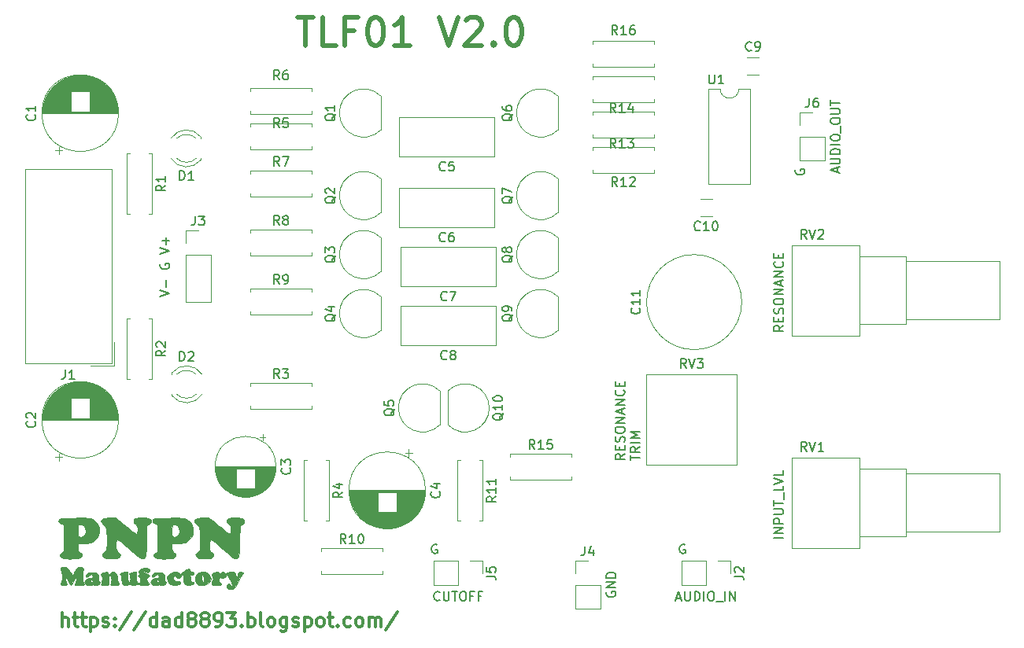
<source format=gto>
G04 #@! TF.GenerationSoftware,KiCad,Pcbnew,(5.1.4)-1*
G04 #@! TF.CreationDate,2020-05-05T08:35:14+09:00*
G04 #@! TF.ProjectId,TLF01_V2,544c4630-315f-4563-922e-6b696361645f,rev?*
G04 #@! TF.SameCoordinates,Original*
G04 #@! TF.FileFunction,Legend,Top*
G04 #@! TF.FilePolarity,Positive*
%FSLAX46Y46*%
G04 Gerber Fmt 4.6, Leading zero omitted, Abs format (unit mm)*
G04 Created by KiCad (PCBNEW (5.1.4)-1) date 2020-05-05 08:35:14*
%MOMM*%
%LPD*%
G04 APERTURE LIST*
%ADD10C,0.150000*%
%ADD11C,0.500000*%
%ADD12C,0.300000*%
%ADD13C,0.010000*%
%ADD14C,0.120000*%
G04 APERTURE END LIST*
D10*
X186126380Y-119371619D02*
X185126380Y-119371619D01*
X186126380Y-118895428D02*
X185126380Y-118895428D01*
X186126380Y-118324000D01*
X185126380Y-118324000D01*
X186126380Y-117847809D02*
X185126380Y-117847809D01*
X185126380Y-117466857D01*
X185174000Y-117371619D01*
X185221619Y-117324000D01*
X185316857Y-117276380D01*
X185459714Y-117276380D01*
X185554952Y-117324000D01*
X185602571Y-117371619D01*
X185650190Y-117466857D01*
X185650190Y-117847809D01*
X185126380Y-116847809D02*
X185935904Y-116847809D01*
X186031142Y-116800190D01*
X186078761Y-116752571D01*
X186126380Y-116657333D01*
X186126380Y-116466857D01*
X186078761Y-116371619D01*
X186031142Y-116324000D01*
X185935904Y-116276380D01*
X185126380Y-116276380D01*
X185126380Y-115943047D02*
X185126380Y-115371619D01*
X186126380Y-115657333D02*
X185126380Y-115657333D01*
X186221619Y-115276380D02*
X186221619Y-114514476D01*
X186126380Y-113800190D02*
X186126380Y-114276380D01*
X185126380Y-114276380D01*
X185126380Y-113609714D02*
X186126380Y-113276380D01*
X185126380Y-112943047D01*
X186126380Y-112133523D02*
X186126380Y-112609714D01*
X185126380Y-112609714D01*
X186126380Y-96535428D02*
X185650190Y-96868761D01*
X186126380Y-97106857D02*
X185126380Y-97106857D01*
X185126380Y-96725904D01*
X185174000Y-96630666D01*
X185221619Y-96583047D01*
X185316857Y-96535428D01*
X185459714Y-96535428D01*
X185554952Y-96583047D01*
X185602571Y-96630666D01*
X185650190Y-96725904D01*
X185650190Y-97106857D01*
X185602571Y-96106857D02*
X185602571Y-95773523D01*
X186126380Y-95630666D02*
X186126380Y-96106857D01*
X185126380Y-96106857D01*
X185126380Y-95630666D01*
X186078761Y-95249714D02*
X186126380Y-95106857D01*
X186126380Y-94868761D01*
X186078761Y-94773523D01*
X186031142Y-94725904D01*
X185935904Y-94678285D01*
X185840666Y-94678285D01*
X185745428Y-94725904D01*
X185697809Y-94773523D01*
X185650190Y-94868761D01*
X185602571Y-95059238D01*
X185554952Y-95154476D01*
X185507333Y-95202095D01*
X185412095Y-95249714D01*
X185316857Y-95249714D01*
X185221619Y-95202095D01*
X185174000Y-95154476D01*
X185126380Y-95059238D01*
X185126380Y-94821142D01*
X185174000Y-94678285D01*
X185126380Y-94059238D02*
X185126380Y-93868761D01*
X185174000Y-93773523D01*
X185269238Y-93678285D01*
X185459714Y-93630666D01*
X185793047Y-93630666D01*
X185983523Y-93678285D01*
X186078761Y-93773523D01*
X186126380Y-93868761D01*
X186126380Y-94059238D01*
X186078761Y-94154476D01*
X185983523Y-94249714D01*
X185793047Y-94297333D01*
X185459714Y-94297333D01*
X185269238Y-94249714D01*
X185174000Y-94154476D01*
X185126380Y-94059238D01*
X186126380Y-93202095D02*
X185126380Y-93202095D01*
X186126380Y-92630666D01*
X185126380Y-92630666D01*
X185840666Y-92202095D02*
X185840666Y-91725904D01*
X186126380Y-92297333D02*
X185126380Y-91964000D01*
X186126380Y-91630666D01*
X186126380Y-91297333D02*
X185126380Y-91297333D01*
X186126380Y-90725904D01*
X185126380Y-90725904D01*
X186031142Y-89678285D02*
X186078761Y-89725904D01*
X186126380Y-89868761D01*
X186126380Y-89964000D01*
X186078761Y-90106857D01*
X185983523Y-90202095D01*
X185888285Y-90249714D01*
X185697809Y-90297333D01*
X185554952Y-90297333D01*
X185364476Y-90249714D01*
X185269238Y-90202095D01*
X185174000Y-90106857D01*
X185126380Y-89964000D01*
X185126380Y-89868761D01*
X185174000Y-89725904D01*
X185221619Y-89678285D01*
X185602571Y-89249714D02*
X185602571Y-88916380D01*
X186126380Y-88773523D02*
X186126380Y-89249714D01*
X185126380Y-89249714D01*
X185126380Y-88773523D01*
X169045380Y-110344976D02*
X168569190Y-110678309D01*
X169045380Y-110916404D02*
X168045380Y-110916404D01*
X168045380Y-110535452D01*
X168093000Y-110440214D01*
X168140619Y-110392595D01*
X168235857Y-110344976D01*
X168378714Y-110344976D01*
X168473952Y-110392595D01*
X168521571Y-110440214D01*
X168569190Y-110535452D01*
X168569190Y-110916404D01*
X168521571Y-109916404D02*
X168521571Y-109583071D01*
X169045380Y-109440214D02*
X169045380Y-109916404D01*
X168045380Y-109916404D01*
X168045380Y-109440214D01*
X168997761Y-109059261D02*
X169045380Y-108916404D01*
X169045380Y-108678309D01*
X168997761Y-108583071D01*
X168950142Y-108535452D01*
X168854904Y-108487833D01*
X168759666Y-108487833D01*
X168664428Y-108535452D01*
X168616809Y-108583071D01*
X168569190Y-108678309D01*
X168521571Y-108868785D01*
X168473952Y-108964023D01*
X168426333Y-109011642D01*
X168331095Y-109059261D01*
X168235857Y-109059261D01*
X168140619Y-109011642D01*
X168093000Y-108964023D01*
X168045380Y-108868785D01*
X168045380Y-108630690D01*
X168093000Y-108487833D01*
X168045380Y-107868785D02*
X168045380Y-107678309D01*
X168093000Y-107583071D01*
X168188238Y-107487833D01*
X168378714Y-107440214D01*
X168712047Y-107440214D01*
X168902523Y-107487833D01*
X168997761Y-107583071D01*
X169045380Y-107678309D01*
X169045380Y-107868785D01*
X168997761Y-107964023D01*
X168902523Y-108059261D01*
X168712047Y-108106880D01*
X168378714Y-108106880D01*
X168188238Y-108059261D01*
X168093000Y-107964023D01*
X168045380Y-107868785D01*
X169045380Y-107011642D02*
X168045380Y-107011642D01*
X169045380Y-106440214D01*
X168045380Y-106440214D01*
X168759666Y-106011642D02*
X168759666Y-105535452D01*
X169045380Y-106106880D02*
X168045380Y-105773547D01*
X169045380Y-105440214D01*
X169045380Y-105106880D02*
X168045380Y-105106880D01*
X169045380Y-104535452D01*
X168045380Y-104535452D01*
X168950142Y-103487833D02*
X168997761Y-103535452D01*
X169045380Y-103678309D01*
X169045380Y-103773547D01*
X168997761Y-103916404D01*
X168902523Y-104011642D01*
X168807285Y-104059261D01*
X168616809Y-104106880D01*
X168473952Y-104106880D01*
X168283476Y-104059261D01*
X168188238Y-104011642D01*
X168093000Y-103916404D01*
X168045380Y-103773547D01*
X168045380Y-103678309D01*
X168093000Y-103535452D01*
X168140619Y-103487833D01*
X168521571Y-103059261D02*
X168521571Y-102725928D01*
X169045380Y-102583071D02*
X169045380Y-103059261D01*
X168045380Y-103059261D01*
X168045380Y-102583071D01*
X169695380Y-111059261D02*
X169695380Y-110487833D01*
X170695380Y-110773547D02*
X169695380Y-110773547D01*
X170695380Y-109583071D02*
X170219190Y-109916404D01*
X170695380Y-110154500D02*
X169695380Y-110154500D01*
X169695380Y-109773547D01*
X169743000Y-109678309D01*
X169790619Y-109630690D01*
X169885857Y-109583071D01*
X170028714Y-109583071D01*
X170123952Y-109630690D01*
X170171571Y-109678309D01*
X170219190Y-109773547D01*
X170219190Y-110154500D01*
X170695380Y-109154500D02*
X169695380Y-109154500D01*
X170695380Y-108678309D02*
X169695380Y-108678309D01*
X170409666Y-108344976D01*
X169695380Y-108011642D01*
X170695380Y-108011642D01*
X187460000Y-79748095D02*
X187412380Y-79843333D01*
X187412380Y-79986190D01*
X187460000Y-80129047D01*
X187555238Y-80224285D01*
X187650476Y-80271904D01*
X187840952Y-80319523D01*
X187983809Y-80319523D01*
X188174285Y-80271904D01*
X188269523Y-80224285D01*
X188364761Y-80129047D01*
X188412380Y-79986190D01*
X188412380Y-79890952D01*
X188364761Y-79748095D01*
X188317142Y-79700476D01*
X187983809Y-79700476D01*
X187983809Y-79890952D01*
X191936666Y-80033333D02*
X191936666Y-79557142D01*
X192222380Y-80128571D02*
X191222380Y-79795238D01*
X192222380Y-79461904D01*
X191222380Y-79128571D02*
X192031904Y-79128571D01*
X192127142Y-79080952D01*
X192174761Y-79033333D01*
X192222380Y-78938095D01*
X192222380Y-78747619D01*
X192174761Y-78652380D01*
X192127142Y-78604761D01*
X192031904Y-78557142D01*
X191222380Y-78557142D01*
X192222380Y-78080952D02*
X191222380Y-78080952D01*
X191222380Y-77842857D01*
X191270000Y-77700000D01*
X191365238Y-77604761D01*
X191460476Y-77557142D01*
X191650952Y-77509523D01*
X191793809Y-77509523D01*
X191984285Y-77557142D01*
X192079523Y-77604761D01*
X192174761Y-77700000D01*
X192222380Y-77842857D01*
X192222380Y-78080952D01*
X192222380Y-77080952D02*
X191222380Y-77080952D01*
X191222380Y-76414285D02*
X191222380Y-76223809D01*
X191270000Y-76128571D01*
X191365238Y-76033333D01*
X191555714Y-75985714D01*
X191889047Y-75985714D01*
X192079523Y-76033333D01*
X192174761Y-76128571D01*
X192222380Y-76223809D01*
X192222380Y-76414285D01*
X192174761Y-76509523D01*
X192079523Y-76604761D01*
X191889047Y-76652380D01*
X191555714Y-76652380D01*
X191365238Y-76604761D01*
X191270000Y-76509523D01*
X191222380Y-76414285D01*
X192317619Y-75795238D02*
X192317619Y-75033333D01*
X191222380Y-74604761D02*
X191222380Y-74414285D01*
X191270000Y-74319047D01*
X191365238Y-74223809D01*
X191555714Y-74176190D01*
X191889047Y-74176190D01*
X192079523Y-74223809D01*
X192174761Y-74319047D01*
X192222380Y-74414285D01*
X192222380Y-74604761D01*
X192174761Y-74700000D01*
X192079523Y-74795238D01*
X191889047Y-74842857D01*
X191555714Y-74842857D01*
X191365238Y-74795238D01*
X191270000Y-74700000D01*
X191222380Y-74604761D01*
X191222380Y-73747619D02*
X192031904Y-73747619D01*
X192127142Y-73700000D01*
X192174761Y-73652380D01*
X192222380Y-73557142D01*
X192222380Y-73366666D01*
X192174761Y-73271428D01*
X192127142Y-73223809D01*
X192031904Y-73176190D01*
X191222380Y-73176190D01*
X191222380Y-72842857D02*
X191222380Y-72271428D01*
X192222380Y-72557142D02*
X191222380Y-72557142D01*
X119086380Y-93431904D02*
X120086380Y-93098571D01*
X119086380Y-92765238D01*
X119705428Y-92431904D02*
X119705428Y-91670000D01*
X119134000Y-89908095D02*
X119086380Y-90003333D01*
X119086380Y-90146190D01*
X119134000Y-90289047D01*
X119229238Y-90384285D01*
X119324476Y-90431904D01*
X119514952Y-90479523D01*
X119657809Y-90479523D01*
X119848285Y-90431904D01*
X119943523Y-90384285D01*
X120038761Y-90289047D01*
X120086380Y-90146190D01*
X120086380Y-90050952D01*
X120038761Y-89908095D01*
X119991142Y-89860476D01*
X119657809Y-89860476D01*
X119657809Y-90050952D01*
X119086380Y-88812857D02*
X120086380Y-88479523D01*
X119086380Y-88146190D01*
X119705428Y-87812857D02*
X119705428Y-87050952D01*
X120086380Y-87431904D02*
X119324476Y-87431904D01*
X175521904Y-120150000D02*
X175426666Y-120102380D01*
X175283809Y-120102380D01*
X175140952Y-120150000D01*
X175045714Y-120245238D01*
X174998095Y-120340476D01*
X174950476Y-120530952D01*
X174950476Y-120673809D01*
X174998095Y-120864285D01*
X175045714Y-120959523D01*
X175140952Y-121054761D01*
X175283809Y-121102380D01*
X175379047Y-121102380D01*
X175521904Y-121054761D01*
X175569523Y-121007142D01*
X175569523Y-120673809D01*
X175379047Y-120673809D01*
X148851904Y-120150000D02*
X148756666Y-120102380D01*
X148613809Y-120102380D01*
X148470952Y-120150000D01*
X148375714Y-120245238D01*
X148328095Y-120340476D01*
X148280476Y-120530952D01*
X148280476Y-120673809D01*
X148328095Y-120864285D01*
X148375714Y-120959523D01*
X148470952Y-121054761D01*
X148613809Y-121102380D01*
X148709047Y-121102380D01*
X148851904Y-121054761D01*
X148899523Y-121007142D01*
X148899523Y-120673809D01*
X148709047Y-120673809D01*
X149153809Y-126087142D02*
X149106190Y-126134761D01*
X148963333Y-126182380D01*
X148868095Y-126182380D01*
X148725238Y-126134761D01*
X148630000Y-126039523D01*
X148582380Y-125944285D01*
X148534761Y-125753809D01*
X148534761Y-125610952D01*
X148582380Y-125420476D01*
X148630000Y-125325238D01*
X148725238Y-125230000D01*
X148868095Y-125182380D01*
X148963333Y-125182380D01*
X149106190Y-125230000D01*
X149153809Y-125277619D01*
X149582380Y-125182380D02*
X149582380Y-125991904D01*
X149630000Y-126087142D01*
X149677619Y-126134761D01*
X149772857Y-126182380D01*
X149963333Y-126182380D01*
X150058571Y-126134761D01*
X150106190Y-126087142D01*
X150153809Y-125991904D01*
X150153809Y-125182380D01*
X150487142Y-125182380D02*
X151058571Y-125182380D01*
X150772857Y-126182380D02*
X150772857Y-125182380D01*
X151582380Y-125182380D02*
X151772857Y-125182380D01*
X151868095Y-125230000D01*
X151963333Y-125325238D01*
X152010952Y-125515714D01*
X152010952Y-125849047D01*
X151963333Y-126039523D01*
X151868095Y-126134761D01*
X151772857Y-126182380D01*
X151582380Y-126182380D01*
X151487142Y-126134761D01*
X151391904Y-126039523D01*
X151344285Y-125849047D01*
X151344285Y-125515714D01*
X151391904Y-125325238D01*
X151487142Y-125230000D01*
X151582380Y-125182380D01*
X152772857Y-125658571D02*
X152439523Y-125658571D01*
X152439523Y-126182380D02*
X152439523Y-125182380D01*
X152915714Y-125182380D01*
X153630000Y-125658571D02*
X153296666Y-125658571D01*
X153296666Y-126182380D02*
X153296666Y-125182380D01*
X153772857Y-125182380D01*
X174633333Y-125896666D02*
X175109523Y-125896666D01*
X174538095Y-126182380D02*
X174871428Y-125182380D01*
X175204761Y-126182380D01*
X175538095Y-125182380D02*
X175538095Y-125991904D01*
X175585714Y-126087142D01*
X175633333Y-126134761D01*
X175728571Y-126182380D01*
X175919047Y-126182380D01*
X176014285Y-126134761D01*
X176061904Y-126087142D01*
X176109523Y-125991904D01*
X176109523Y-125182380D01*
X176585714Y-126182380D02*
X176585714Y-125182380D01*
X176823809Y-125182380D01*
X176966666Y-125230000D01*
X177061904Y-125325238D01*
X177109523Y-125420476D01*
X177157142Y-125610952D01*
X177157142Y-125753809D01*
X177109523Y-125944285D01*
X177061904Y-126039523D01*
X176966666Y-126134761D01*
X176823809Y-126182380D01*
X176585714Y-126182380D01*
X177585714Y-126182380D02*
X177585714Y-125182380D01*
X178252380Y-125182380D02*
X178442857Y-125182380D01*
X178538095Y-125230000D01*
X178633333Y-125325238D01*
X178680952Y-125515714D01*
X178680952Y-125849047D01*
X178633333Y-126039523D01*
X178538095Y-126134761D01*
X178442857Y-126182380D01*
X178252380Y-126182380D01*
X178157142Y-126134761D01*
X178061904Y-126039523D01*
X178014285Y-125849047D01*
X178014285Y-125515714D01*
X178061904Y-125325238D01*
X178157142Y-125230000D01*
X178252380Y-125182380D01*
X178871428Y-126277619D02*
X179633333Y-126277619D01*
X179871428Y-126182380D02*
X179871428Y-125182380D01*
X180347619Y-126182380D02*
X180347619Y-125182380D01*
X180919047Y-126182380D01*
X180919047Y-125182380D01*
X167140000Y-125221904D02*
X167092380Y-125317142D01*
X167092380Y-125460000D01*
X167140000Y-125602857D01*
X167235238Y-125698095D01*
X167330476Y-125745714D01*
X167520952Y-125793333D01*
X167663809Y-125793333D01*
X167854285Y-125745714D01*
X167949523Y-125698095D01*
X168044761Y-125602857D01*
X168092380Y-125460000D01*
X168092380Y-125364761D01*
X168044761Y-125221904D01*
X167997142Y-125174285D01*
X167663809Y-125174285D01*
X167663809Y-125364761D01*
X168092380Y-124745714D02*
X167092380Y-124745714D01*
X168092380Y-124174285D01*
X167092380Y-124174285D01*
X168092380Y-123698095D02*
X167092380Y-123698095D01*
X167092380Y-123460000D01*
X167140000Y-123317142D01*
X167235238Y-123221904D01*
X167330476Y-123174285D01*
X167520952Y-123126666D01*
X167663809Y-123126666D01*
X167854285Y-123174285D01*
X167949523Y-123221904D01*
X168044761Y-123317142D01*
X168092380Y-123460000D01*
X168092380Y-123698095D01*
D11*
X133835714Y-63381142D02*
X135550000Y-63381142D01*
X134692857Y-66381142D02*
X134692857Y-63381142D01*
X137978571Y-66381142D02*
X136550000Y-66381142D01*
X136550000Y-63381142D01*
X139978571Y-64809714D02*
X138978571Y-64809714D01*
X138978571Y-66381142D02*
X138978571Y-63381142D01*
X140407142Y-63381142D01*
X142121428Y-63381142D02*
X142407142Y-63381142D01*
X142692857Y-63524000D01*
X142835714Y-63666857D01*
X142978571Y-63952571D01*
X143121428Y-64524000D01*
X143121428Y-65238285D01*
X142978571Y-65809714D01*
X142835714Y-66095428D01*
X142692857Y-66238285D01*
X142407142Y-66381142D01*
X142121428Y-66381142D01*
X141835714Y-66238285D01*
X141692857Y-66095428D01*
X141550000Y-65809714D01*
X141407142Y-65238285D01*
X141407142Y-64524000D01*
X141550000Y-63952571D01*
X141692857Y-63666857D01*
X141835714Y-63524000D01*
X142121428Y-63381142D01*
X145978571Y-66381142D02*
X144264285Y-66381142D01*
X145121428Y-66381142D02*
X145121428Y-63381142D01*
X144835714Y-63809714D01*
X144550000Y-64095428D01*
X144264285Y-64238285D01*
X149121428Y-63381142D02*
X150121428Y-66381142D01*
X151121428Y-63381142D01*
X151978571Y-63666857D02*
X152121428Y-63524000D01*
X152407142Y-63381142D01*
X153121428Y-63381142D01*
X153407142Y-63524000D01*
X153550000Y-63666857D01*
X153692857Y-63952571D01*
X153692857Y-64238285D01*
X153550000Y-64666857D01*
X151835714Y-66381142D01*
X153692857Y-66381142D01*
X154978571Y-66095428D02*
X155121428Y-66238285D01*
X154978571Y-66381142D01*
X154835714Y-66238285D01*
X154978571Y-66095428D01*
X154978571Y-66381142D01*
X156978571Y-63381142D02*
X157264285Y-63381142D01*
X157550000Y-63524000D01*
X157692857Y-63666857D01*
X157835714Y-63952571D01*
X157978571Y-64524000D01*
X157978571Y-65238285D01*
X157835714Y-65809714D01*
X157692857Y-66095428D01*
X157550000Y-66238285D01*
X157264285Y-66381142D01*
X156978571Y-66381142D01*
X156692857Y-66238285D01*
X156550000Y-66095428D01*
X156407142Y-65809714D01*
X156264285Y-65238285D01*
X156264285Y-64524000D01*
X156407142Y-63952571D01*
X156550000Y-63666857D01*
X156692857Y-63524000D01*
X156978571Y-63381142D01*
D12*
X108563428Y-128948571D02*
X108563428Y-127448571D01*
X109206285Y-128948571D02*
X109206285Y-128162857D01*
X109134857Y-128020000D01*
X108992000Y-127948571D01*
X108777714Y-127948571D01*
X108634857Y-128020000D01*
X108563428Y-128091428D01*
X109706285Y-127948571D02*
X110277714Y-127948571D01*
X109920571Y-127448571D02*
X109920571Y-128734285D01*
X109992000Y-128877142D01*
X110134857Y-128948571D01*
X110277714Y-128948571D01*
X110563428Y-127948571D02*
X111134857Y-127948571D01*
X110777714Y-127448571D02*
X110777714Y-128734285D01*
X110849142Y-128877142D01*
X110992000Y-128948571D01*
X111134857Y-128948571D01*
X111634857Y-127948571D02*
X111634857Y-129448571D01*
X111634857Y-128020000D02*
X111777714Y-127948571D01*
X112063428Y-127948571D01*
X112206285Y-128020000D01*
X112277714Y-128091428D01*
X112349142Y-128234285D01*
X112349142Y-128662857D01*
X112277714Y-128805714D01*
X112206285Y-128877142D01*
X112063428Y-128948571D01*
X111777714Y-128948571D01*
X111634857Y-128877142D01*
X112920571Y-128877142D02*
X113063428Y-128948571D01*
X113349142Y-128948571D01*
X113492000Y-128877142D01*
X113563428Y-128734285D01*
X113563428Y-128662857D01*
X113492000Y-128520000D01*
X113349142Y-128448571D01*
X113134857Y-128448571D01*
X112992000Y-128377142D01*
X112920571Y-128234285D01*
X112920571Y-128162857D01*
X112992000Y-128020000D01*
X113134857Y-127948571D01*
X113349142Y-127948571D01*
X113492000Y-128020000D01*
X114206285Y-128805714D02*
X114277714Y-128877142D01*
X114206285Y-128948571D01*
X114134857Y-128877142D01*
X114206285Y-128805714D01*
X114206285Y-128948571D01*
X114206285Y-128020000D02*
X114277714Y-128091428D01*
X114206285Y-128162857D01*
X114134857Y-128091428D01*
X114206285Y-128020000D01*
X114206285Y-128162857D01*
X115992000Y-127377142D02*
X114706285Y-129305714D01*
X117563428Y-127377142D02*
X116277714Y-129305714D01*
X118706285Y-128948571D02*
X118706285Y-127448571D01*
X118706285Y-128877142D02*
X118563428Y-128948571D01*
X118277714Y-128948571D01*
X118134857Y-128877142D01*
X118063428Y-128805714D01*
X117992000Y-128662857D01*
X117992000Y-128234285D01*
X118063428Y-128091428D01*
X118134857Y-128020000D01*
X118277714Y-127948571D01*
X118563428Y-127948571D01*
X118706285Y-128020000D01*
X120063428Y-128948571D02*
X120063428Y-128162857D01*
X119992000Y-128020000D01*
X119849142Y-127948571D01*
X119563428Y-127948571D01*
X119420571Y-128020000D01*
X120063428Y-128877142D02*
X119920571Y-128948571D01*
X119563428Y-128948571D01*
X119420571Y-128877142D01*
X119349142Y-128734285D01*
X119349142Y-128591428D01*
X119420571Y-128448571D01*
X119563428Y-128377142D01*
X119920571Y-128377142D01*
X120063428Y-128305714D01*
X121420571Y-128948571D02*
X121420571Y-127448571D01*
X121420571Y-128877142D02*
X121277714Y-128948571D01*
X120992000Y-128948571D01*
X120849142Y-128877142D01*
X120777714Y-128805714D01*
X120706285Y-128662857D01*
X120706285Y-128234285D01*
X120777714Y-128091428D01*
X120849142Y-128020000D01*
X120992000Y-127948571D01*
X121277714Y-127948571D01*
X121420571Y-128020000D01*
X122349142Y-128091428D02*
X122206285Y-128020000D01*
X122134857Y-127948571D01*
X122063428Y-127805714D01*
X122063428Y-127734285D01*
X122134857Y-127591428D01*
X122206285Y-127520000D01*
X122349142Y-127448571D01*
X122634857Y-127448571D01*
X122777714Y-127520000D01*
X122849142Y-127591428D01*
X122920571Y-127734285D01*
X122920571Y-127805714D01*
X122849142Y-127948571D01*
X122777714Y-128020000D01*
X122634857Y-128091428D01*
X122349142Y-128091428D01*
X122206285Y-128162857D01*
X122134857Y-128234285D01*
X122063428Y-128377142D01*
X122063428Y-128662857D01*
X122134857Y-128805714D01*
X122206285Y-128877142D01*
X122349142Y-128948571D01*
X122634857Y-128948571D01*
X122777714Y-128877142D01*
X122849142Y-128805714D01*
X122920571Y-128662857D01*
X122920571Y-128377142D01*
X122849142Y-128234285D01*
X122777714Y-128162857D01*
X122634857Y-128091428D01*
X123777714Y-128091428D02*
X123634857Y-128020000D01*
X123563428Y-127948571D01*
X123492000Y-127805714D01*
X123492000Y-127734285D01*
X123563428Y-127591428D01*
X123634857Y-127520000D01*
X123777714Y-127448571D01*
X124063428Y-127448571D01*
X124206285Y-127520000D01*
X124277714Y-127591428D01*
X124349142Y-127734285D01*
X124349142Y-127805714D01*
X124277714Y-127948571D01*
X124206285Y-128020000D01*
X124063428Y-128091428D01*
X123777714Y-128091428D01*
X123634857Y-128162857D01*
X123563428Y-128234285D01*
X123492000Y-128377142D01*
X123492000Y-128662857D01*
X123563428Y-128805714D01*
X123634857Y-128877142D01*
X123777714Y-128948571D01*
X124063428Y-128948571D01*
X124206285Y-128877142D01*
X124277714Y-128805714D01*
X124349142Y-128662857D01*
X124349142Y-128377142D01*
X124277714Y-128234285D01*
X124206285Y-128162857D01*
X124063428Y-128091428D01*
X125063428Y-128948571D02*
X125349142Y-128948571D01*
X125492000Y-128877142D01*
X125563428Y-128805714D01*
X125706285Y-128591428D01*
X125777714Y-128305714D01*
X125777714Y-127734285D01*
X125706285Y-127591428D01*
X125634857Y-127520000D01*
X125492000Y-127448571D01*
X125206285Y-127448571D01*
X125063428Y-127520000D01*
X124992000Y-127591428D01*
X124920571Y-127734285D01*
X124920571Y-128091428D01*
X124992000Y-128234285D01*
X125063428Y-128305714D01*
X125206285Y-128377142D01*
X125492000Y-128377142D01*
X125634857Y-128305714D01*
X125706285Y-128234285D01*
X125777714Y-128091428D01*
X126277714Y-127448571D02*
X127206285Y-127448571D01*
X126706285Y-128020000D01*
X126920571Y-128020000D01*
X127063428Y-128091428D01*
X127134857Y-128162857D01*
X127206285Y-128305714D01*
X127206285Y-128662857D01*
X127134857Y-128805714D01*
X127063428Y-128877142D01*
X126920571Y-128948571D01*
X126492000Y-128948571D01*
X126349142Y-128877142D01*
X126277714Y-128805714D01*
X127849142Y-128805714D02*
X127920571Y-128877142D01*
X127849142Y-128948571D01*
X127777714Y-128877142D01*
X127849142Y-128805714D01*
X127849142Y-128948571D01*
X128563428Y-128948571D02*
X128563428Y-127448571D01*
X128563428Y-128020000D02*
X128706285Y-127948571D01*
X128992000Y-127948571D01*
X129134857Y-128020000D01*
X129206285Y-128091428D01*
X129277714Y-128234285D01*
X129277714Y-128662857D01*
X129206285Y-128805714D01*
X129134857Y-128877142D01*
X128992000Y-128948571D01*
X128706285Y-128948571D01*
X128563428Y-128877142D01*
X130134857Y-128948571D02*
X129992000Y-128877142D01*
X129920571Y-128734285D01*
X129920571Y-127448571D01*
X130920571Y-128948571D02*
X130777714Y-128877142D01*
X130706285Y-128805714D01*
X130634857Y-128662857D01*
X130634857Y-128234285D01*
X130706285Y-128091428D01*
X130777714Y-128020000D01*
X130920571Y-127948571D01*
X131134857Y-127948571D01*
X131277714Y-128020000D01*
X131349142Y-128091428D01*
X131420571Y-128234285D01*
X131420571Y-128662857D01*
X131349142Y-128805714D01*
X131277714Y-128877142D01*
X131134857Y-128948571D01*
X130920571Y-128948571D01*
X132706285Y-127948571D02*
X132706285Y-129162857D01*
X132634857Y-129305714D01*
X132563428Y-129377142D01*
X132420571Y-129448571D01*
X132206285Y-129448571D01*
X132063428Y-129377142D01*
X132706285Y-128877142D02*
X132563428Y-128948571D01*
X132277714Y-128948571D01*
X132134857Y-128877142D01*
X132063428Y-128805714D01*
X131992000Y-128662857D01*
X131992000Y-128234285D01*
X132063428Y-128091428D01*
X132134857Y-128020000D01*
X132277714Y-127948571D01*
X132563428Y-127948571D01*
X132706285Y-128020000D01*
X133349142Y-128877142D02*
X133492000Y-128948571D01*
X133777714Y-128948571D01*
X133920571Y-128877142D01*
X133992000Y-128734285D01*
X133992000Y-128662857D01*
X133920571Y-128520000D01*
X133777714Y-128448571D01*
X133563428Y-128448571D01*
X133420571Y-128377142D01*
X133349142Y-128234285D01*
X133349142Y-128162857D01*
X133420571Y-128020000D01*
X133563428Y-127948571D01*
X133777714Y-127948571D01*
X133920571Y-128020000D01*
X134634857Y-127948571D02*
X134634857Y-129448571D01*
X134634857Y-128020000D02*
X134777714Y-127948571D01*
X135063428Y-127948571D01*
X135206285Y-128020000D01*
X135277714Y-128091428D01*
X135349142Y-128234285D01*
X135349142Y-128662857D01*
X135277714Y-128805714D01*
X135206285Y-128877142D01*
X135063428Y-128948571D01*
X134777714Y-128948571D01*
X134634857Y-128877142D01*
X136206285Y-128948571D02*
X136063428Y-128877142D01*
X135992000Y-128805714D01*
X135920571Y-128662857D01*
X135920571Y-128234285D01*
X135992000Y-128091428D01*
X136063428Y-128020000D01*
X136206285Y-127948571D01*
X136420571Y-127948571D01*
X136563428Y-128020000D01*
X136634857Y-128091428D01*
X136706285Y-128234285D01*
X136706285Y-128662857D01*
X136634857Y-128805714D01*
X136563428Y-128877142D01*
X136420571Y-128948571D01*
X136206285Y-128948571D01*
X137134857Y-127948571D02*
X137706285Y-127948571D01*
X137349142Y-127448571D02*
X137349142Y-128734285D01*
X137420571Y-128877142D01*
X137563428Y-128948571D01*
X137706285Y-128948571D01*
X138206285Y-128805714D02*
X138277714Y-128877142D01*
X138206285Y-128948571D01*
X138134857Y-128877142D01*
X138206285Y-128805714D01*
X138206285Y-128948571D01*
X139563428Y-128877142D02*
X139420571Y-128948571D01*
X139134857Y-128948571D01*
X138992000Y-128877142D01*
X138920571Y-128805714D01*
X138849142Y-128662857D01*
X138849142Y-128234285D01*
X138920571Y-128091428D01*
X138992000Y-128020000D01*
X139134857Y-127948571D01*
X139420571Y-127948571D01*
X139563428Y-128020000D01*
X140420571Y-128948571D02*
X140277714Y-128877142D01*
X140206285Y-128805714D01*
X140134857Y-128662857D01*
X140134857Y-128234285D01*
X140206285Y-128091428D01*
X140277714Y-128020000D01*
X140420571Y-127948571D01*
X140634857Y-127948571D01*
X140777714Y-128020000D01*
X140849142Y-128091428D01*
X140920571Y-128234285D01*
X140920571Y-128662857D01*
X140849142Y-128805714D01*
X140777714Y-128877142D01*
X140634857Y-128948571D01*
X140420571Y-128948571D01*
X141563428Y-128948571D02*
X141563428Y-127948571D01*
X141563428Y-128091428D02*
X141634857Y-128020000D01*
X141777714Y-127948571D01*
X141992000Y-127948571D01*
X142134857Y-128020000D01*
X142206285Y-128162857D01*
X142206285Y-128948571D01*
X142206285Y-128162857D02*
X142277714Y-128020000D01*
X142420571Y-127948571D01*
X142634857Y-127948571D01*
X142777714Y-128020000D01*
X142849142Y-128162857D01*
X142849142Y-128948571D01*
X144634857Y-127377142D02*
X143349142Y-129305714D01*
D13*
G36*
X124028961Y-117227568D02*
G01*
X124250984Y-117246361D01*
X124387367Y-117279648D01*
X124389687Y-117280853D01*
X124470819Y-117339074D01*
X124631719Y-117466456D01*
X124855800Y-117649431D01*
X125126472Y-117874430D01*
X125427148Y-118127884D01*
X125478892Y-118171837D01*
X125780652Y-118423638D01*
X126054311Y-118642938D01*
X126283771Y-118817562D01*
X126452933Y-118935336D01*
X126545698Y-118984085D01*
X126553504Y-118984513D01*
X126617903Y-118928516D01*
X126656385Y-118777944D01*
X126670376Y-118620799D01*
X126674884Y-118322009D01*
X126641610Y-118118708D01*
X126561059Y-117982574D01*
X126423823Y-117885331D01*
X126289984Y-117794395D01*
X126246631Y-117680704D01*
X126250118Y-117583999D01*
X126287094Y-117435258D01*
X126375773Y-117331909D01*
X126533523Y-117267773D01*
X126777716Y-117236672D01*
X127125723Y-117232427D01*
X127231628Y-117234856D01*
X127542762Y-117247640D01*
X127754236Y-117268689D01*
X127893342Y-117302874D01*
X127987376Y-117355068D01*
X128009503Y-117373716D01*
X128108775Y-117501872D01*
X128143000Y-117609338D01*
X128134069Y-117685199D01*
X128091565Y-117755371D01*
X127991922Y-117847163D01*
X127825500Y-117977258D01*
X127666750Y-118098472D01*
X127633682Y-119675861D01*
X127620421Y-120226314D01*
X127604438Y-120663066D01*
X127582959Y-120999418D01*
X127553212Y-121248669D01*
X127512423Y-121424118D01*
X127457820Y-121539066D01*
X127386628Y-121606811D01*
X127296074Y-121640653D01*
X127221808Y-121651106D01*
X127149490Y-121646977D01*
X127062322Y-121615963D01*
X126947316Y-121548540D01*
X126791481Y-121435184D01*
X126581830Y-121266370D01*
X126305373Y-121032573D01*
X125949122Y-120724271D01*
X125903019Y-120684106D01*
X125578274Y-120402608D01*
X125280375Y-120147338D01*
X125024255Y-119930853D01*
X124824843Y-119765712D01*
X124697071Y-119664472D01*
X124661348Y-119639805D01*
X124525209Y-119607463D01*
X124429150Y-119683103D01*
X124368803Y-119872641D01*
X124346146Y-120066724D01*
X124347068Y-120390560D01*
X124394926Y-120660203D01*
X124482946Y-120851575D01*
X124590990Y-120937016D01*
X124719679Y-121022835D01*
X124784045Y-121106730D01*
X124817442Y-121226129D01*
X124766329Y-121351937D01*
X124730628Y-121402543D01*
X124594986Y-121534464D01*
X124454275Y-121610533D01*
X124305485Y-121632390D01*
X124074511Y-121645743D01*
X123805910Y-121650187D01*
X123544241Y-121645313D01*
X123334061Y-121630714D01*
X123270640Y-121621351D01*
X123142275Y-121556490D01*
X123005198Y-121433699D01*
X122902025Y-121297040D01*
X122872500Y-121209699D01*
X122915745Y-121136385D01*
X123025929Y-121014443D01*
X123104899Y-120938619D01*
X123337298Y-120725713D01*
X123367067Y-119901304D01*
X123375033Y-119541474D01*
X123374365Y-119181561D01*
X123365629Y-118864752D01*
X123350599Y-118645142D01*
X123318886Y-118405409D01*
X123271809Y-118243506D01*
X123186700Y-118110476D01*
X123040888Y-117957360D01*
X123024931Y-117941814D01*
X122877989Y-117793241D01*
X122776774Y-117679889D01*
X122745500Y-117631944D01*
X122800899Y-117488647D01*
X122941525Y-117356240D01*
X123071135Y-117291179D01*
X123242386Y-117255075D01*
X123485329Y-117232233D01*
X123760632Y-117222962D01*
X124028961Y-117227568D01*
X124028961Y-117227568D01*
G37*
X124028961Y-117227568D02*
X124250984Y-117246361D01*
X124387367Y-117279648D01*
X124389687Y-117280853D01*
X124470819Y-117339074D01*
X124631719Y-117466456D01*
X124855800Y-117649431D01*
X125126472Y-117874430D01*
X125427148Y-118127884D01*
X125478892Y-118171837D01*
X125780652Y-118423638D01*
X126054311Y-118642938D01*
X126283771Y-118817562D01*
X126452933Y-118935336D01*
X126545698Y-118984085D01*
X126553504Y-118984513D01*
X126617903Y-118928516D01*
X126656385Y-118777944D01*
X126670376Y-118620799D01*
X126674884Y-118322009D01*
X126641610Y-118118708D01*
X126561059Y-117982574D01*
X126423823Y-117885331D01*
X126289984Y-117794395D01*
X126246631Y-117680704D01*
X126250118Y-117583999D01*
X126287094Y-117435258D01*
X126375773Y-117331909D01*
X126533523Y-117267773D01*
X126777716Y-117236672D01*
X127125723Y-117232427D01*
X127231628Y-117234856D01*
X127542762Y-117247640D01*
X127754236Y-117268689D01*
X127893342Y-117302874D01*
X127987376Y-117355068D01*
X128009503Y-117373716D01*
X128108775Y-117501872D01*
X128143000Y-117609338D01*
X128134069Y-117685199D01*
X128091565Y-117755371D01*
X127991922Y-117847163D01*
X127825500Y-117977258D01*
X127666750Y-118098472D01*
X127633682Y-119675861D01*
X127620421Y-120226314D01*
X127604438Y-120663066D01*
X127582959Y-120999418D01*
X127553212Y-121248669D01*
X127512423Y-121424118D01*
X127457820Y-121539066D01*
X127386628Y-121606811D01*
X127296074Y-121640653D01*
X127221808Y-121651106D01*
X127149490Y-121646977D01*
X127062322Y-121615963D01*
X126947316Y-121548540D01*
X126791481Y-121435184D01*
X126581830Y-121266370D01*
X126305373Y-121032573D01*
X125949122Y-120724271D01*
X125903019Y-120684106D01*
X125578274Y-120402608D01*
X125280375Y-120147338D01*
X125024255Y-119930853D01*
X124824843Y-119765712D01*
X124697071Y-119664472D01*
X124661348Y-119639805D01*
X124525209Y-119607463D01*
X124429150Y-119683103D01*
X124368803Y-119872641D01*
X124346146Y-120066724D01*
X124347068Y-120390560D01*
X124394926Y-120660203D01*
X124482946Y-120851575D01*
X124590990Y-120937016D01*
X124719679Y-121022835D01*
X124784045Y-121106730D01*
X124817442Y-121226129D01*
X124766329Y-121351937D01*
X124730628Y-121402543D01*
X124594986Y-121534464D01*
X124454275Y-121610533D01*
X124305485Y-121632390D01*
X124074511Y-121645743D01*
X123805910Y-121650187D01*
X123544241Y-121645313D01*
X123334061Y-121630714D01*
X123270640Y-121621351D01*
X123142275Y-121556490D01*
X123005198Y-121433699D01*
X122902025Y-121297040D01*
X122872500Y-121209699D01*
X122915745Y-121136385D01*
X123025929Y-121014443D01*
X123104899Y-120938619D01*
X123337298Y-120725713D01*
X123367067Y-119901304D01*
X123375033Y-119541474D01*
X123374365Y-119181561D01*
X123365629Y-118864752D01*
X123350599Y-118645142D01*
X123318886Y-118405409D01*
X123271809Y-118243506D01*
X123186700Y-118110476D01*
X123040888Y-117957360D01*
X123024931Y-117941814D01*
X122877989Y-117793241D01*
X122776774Y-117679889D01*
X122745500Y-117631944D01*
X122800899Y-117488647D01*
X122941525Y-117356240D01*
X123071135Y-117291179D01*
X123242386Y-117255075D01*
X123485329Y-117232233D01*
X123760632Y-117222962D01*
X124028961Y-117227568D01*
G36*
X121072570Y-117238871D02*
G01*
X121286083Y-117249770D01*
X121452911Y-117269754D01*
X121593098Y-117299578D01*
X121656001Y-117317366D01*
X122031338Y-117487704D01*
X122319836Y-117732769D01*
X122519434Y-118032744D01*
X122628073Y-118367811D01*
X122643691Y-118718151D01*
X122564231Y-119063947D01*
X122387630Y-119385382D01*
X122111831Y-119662636D01*
X121913155Y-119791285D01*
X121730637Y-119882633D01*
X121560362Y-119941457D01*
X121361583Y-119976778D01*
X121093554Y-119997618D01*
X120951625Y-120004178D01*
X120332500Y-120029771D01*
X120332500Y-120366442D01*
X120341764Y-120630068D01*
X120378967Y-120801395D01*
X120458218Y-120914367D01*
X120593632Y-121002929D01*
X120598062Y-121005229D01*
X120740564Y-121131495D01*
X120771721Y-121284984D01*
X120693924Y-121436401D01*
X120554750Y-121536404D01*
X120376767Y-121588626D01*
X120108826Y-121625960D01*
X119787183Y-121647636D01*
X119448092Y-121652879D01*
X119127810Y-121640918D01*
X118862591Y-121610979D01*
X118719597Y-121575519D01*
X118486228Y-121462518D01*
X118378590Y-121339599D01*
X118395511Y-121201725D01*
X118535814Y-121043859D01*
X118586250Y-121003555D01*
X118808500Y-120834036D01*
X118808500Y-118900891D01*
X120342050Y-118900891D01*
X120353499Y-119111209D01*
X120381845Y-119228632D01*
X120409447Y-119262654D01*
X120601018Y-119314350D01*
X120811305Y-119253523D01*
X120972384Y-119130884D01*
X121090054Y-118989873D01*
X121144716Y-118840421D01*
X121158000Y-118626425D01*
X121115542Y-118317945D01*
X120989404Y-118103086D01*
X120781440Y-117984125D01*
X120615071Y-117959618D01*
X120364250Y-117951250D01*
X120345947Y-118581002D01*
X120342050Y-118900891D01*
X118808500Y-118900891D01*
X118808500Y-117976519D01*
X118597070Y-117888178D01*
X118367967Y-117758477D01*
X118263028Y-117611607D01*
X118267736Y-117478194D01*
X118289670Y-117423349D01*
X118326450Y-117380400D01*
X118393065Y-117347342D01*
X118504503Y-117322173D01*
X118675752Y-117302889D01*
X118921801Y-117287487D01*
X119257637Y-117273963D01*
X119698250Y-117260313D01*
X119951500Y-117253125D01*
X120425321Y-117241303D01*
X120792330Y-117236300D01*
X121072570Y-117238871D01*
X121072570Y-117238871D01*
G37*
X121072570Y-117238871D02*
X121286083Y-117249770D01*
X121452911Y-117269754D01*
X121593098Y-117299578D01*
X121656001Y-117317366D01*
X122031338Y-117487704D01*
X122319836Y-117732769D01*
X122519434Y-118032744D01*
X122628073Y-118367811D01*
X122643691Y-118718151D01*
X122564231Y-119063947D01*
X122387630Y-119385382D01*
X122111831Y-119662636D01*
X121913155Y-119791285D01*
X121730637Y-119882633D01*
X121560362Y-119941457D01*
X121361583Y-119976778D01*
X121093554Y-119997618D01*
X120951625Y-120004178D01*
X120332500Y-120029771D01*
X120332500Y-120366442D01*
X120341764Y-120630068D01*
X120378967Y-120801395D01*
X120458218Y-120914367D01*
X120593632Y-121002929D01*
X120598062Y-121005229D01*
X120740564Y-121131495D01*
X120771721Y-121284984D01*
X120693924Y-121436401D01*
X120554750Y-121536404D01*
X120376767Y-121588626D01*
X120108826Y-121625960D01*
X119787183Y-121647636D01*
X119448092Y-121652879D01*
X119127810Y-121640918D01*
X118862591Y-121610979D01*
X118719597Y-121575519D01*
X118486228Y-121462518D01*
X118378590Y-121339599D01*
X118395511Y-121201725D01*
X118535814Y-121043859D01*
X118586250Y-121003555D01*
X118808500Y-120834036D01*
X118808500Y-118900891D01*
X120342050Y-118900891D01*
X120353499Y-119111209D01*
X120381845Y-119228632D01*
X120409447Y-119262654D01*
X120601018Y-119314350D01*
X120811305Y-119253523D01*
X120972384Y-119130884D01*
X121090054Y-118989873D01*
X121144716Y-118840421D01*
X121158000Y-118626425D01*
X121115542Y-118317945D01*
X120989404Y-118103086D01*
X120781440Y-117984125D01*
X120615071Y-117959618D01*
X120364250Y-117951250D01*
X120345947Y-118581002D01*
X120342050Y-118900891D01*
X118808500Y-118900891D01*
X118808500Y-117976519D01*
X118597070Y-117888178D01*
X118367967Y-117758477D01*
X118263028Y-117611607D01*
X118267736Y-117478194D01*
X118289670Y-117423349D01*
X118326450Y-117380400D01*
X118393065Y-117347342D01*
X118504503Y-117322173D01*
X118675752Y-117302889D01*
X118921801Y-117287487D01*
X119257637Y-117273963D01*
X119698250Y-117260313D01*
X119951500Y-117253125D01*
X120425321Y-117241303D01*
X120792330Y-117236300D01*
X121072570Y-117238871D01*
G36*
X113995961Y-117227568D02*
G01*
X114217984Y-117246361D01*
X114354367Y-117279648D01*
X114356687Y-117280853D01*
X114437819Y-117339074D01*
X114598719Y-117466456D01*
X114822800Y-117649431D01*
X115093472Y-117874430D01*
X115394148Y-118127884D01*
X115445892Y-118171837D01*
X115747652Y-118423638D01*
X116021311Y-118642938D01*
X116250771Y-118817562D01*
X116419933Y-118935336D01*
X116512698Y-118984085D01*
X116520504Y-118984513D01*
X116584903Y-118928516D01*
X116623385Y-118777944D01*
X116637376Y-118620799D01*
X116641884Y-118322009D01*
X116608610Y-118118708D01*
X116528059Y-117982574D01*
X116390823Y-117885331D01*
X116256984Y-117794395D01*
X116213631Y-117680704D01*
X116217118Y-117583999D01*
X116254094Y-117435258D01*
X116342773Y-117331909D01*
X116500523Y-117267773D01*
X116744716Y-117236672D01*
X117092723Y-117232427D01*
X117198628Y-117234856D01*
X117509762Y-117247640D01*
X117721236Y-117268689D01*
X117860342Y-117302874D01*
X117954376Y-117355068D01*
X117976503Y-117373716D01*
X118075775Y-117501872D01*
X118110000Y-117609338D01*
X118101069Y-117685199D01*
X118058565Y-117755371D01*
X117958922Y-117847163D01*
X117792500Y-117977258D01*
X117633750Y-118098472D01*
X117600682Y-119675861D01*
X117587421Y-120226314D01*
X117571438Y-120663066D01*
X117549959Y-120999418D01*
X117520212Y-121248669D01*
X117479423Y-121424118D01*
X117424820Y-121539066D01*
X117353628Y-121606811D01*
X117263074Y-121640653D01*
X117188808Y-121651106D01*
X117116490Y-121646977D01*
X117029322Y-121615963D01*
X116914316Y-121548540D01*
X116758481Y-121435184D01*
X116548830Y-121266370D01*
X116272373Y-121032573D01*
X115916122Y-120724271D01*
X115870019Y-120684106D01*
X115545274Y-120402608D01*
X115247375Y-120147338D01*
X114991255Y-119930853D01*
X114791843Y-119765712D01*
X114664071Y-119664472D01*
X114628348Y-119639805D01*
X114492209Y-119607463D01*
X114396150Y-119683103D01*
X114335803Y-119872641D01*
X114313146Y-120066724D01*
X114314068Y-120390560D01*
X114361926Y-120660203D01*
X114449946Y-120851575D01*
X114557990Y-120937016D01*
X114686679Y-121022835D01*
X114751045Y-121106730D01*
X114784442Y-121226129D01*
X114733329Y-121351937D01*
X114697628Y-121402543D01*
X114561986Y-121534464D01*
X114421275Y-121610533D01*
X114272485Y-121632390D01*
X114041511Y-121645743D01*
X113772910Y-121650187D01*
X113511241Y-121645313D01*
X113301061Y-121630714D01*
X113237640Y-121621351D01*
X113109275Y-121556490D01*
X112972198Y-121433699D01*
X112869025Y-121297040D01*
X112839500Y-121209699D01*
X112882745Y-121136385D01*
X112992929Y-121014443D01*
X113071899Y-120938619D01*
X113304298Y-120725713D01*
X113334067Y-119901304D01*
X113342033Y-119541474D01*
X113341365Y-119181561D01*
X113332629Y-118864752D01*
X113317599Y-118645142D01*
X113285886Y-118405409D01*
X113238809Y-118243506D01*
X113153700Y-118110476D01*
X113007888Y-117957360D01*
X112991931Y-117941814D01*
X112844989Y-117793241D01*
X112743774Y-117679889D01*
X112712500Y-117631944D01*
X112767899Y-117488647D01*
X112908525Y-117356240D01*
X113038135Y-117291179D01*
X113209386Y-117255075D01*
X113452329Y-117232233D01*
X113727632Y-117222962D01*
X113995961Y-117227568D01*
X113995961Y-117227568D01*
G37*
X113995961Y-117227568D02*
X114217984Y-117246361D01*
X114354367Y-117279648D01*
X114356687Y-117280853D01*
X114437819Y-117339074D01*
X114598719Y-117466456D01*
X114822800Y-117649431D01*
X115093472Y-117874430D01*
X115394148Y-118127884D01*
X115445892Y-118171837D01*
X115747652Y-118423638D01*
X116021311Y-118642938D01*
X116250771Y-118817562D01*
X116419933Y-118935336D01*
X116512698Y-118984085D01*
X116520504Y-118984513D01*
X116584903Y-118928516D01*
X116623385Y-118777944D01*
X116637376Y-118620799D01*
X116641884Y-118322009D01*
X116608610Y-118118708D01*
X116528059Y-117982574D01*
X116390823Y-117885331D01*
X116256984Y-117794395D01*
X116213631Y-117680704D01*
X116217118Y-117583999D01*
X116254094Y-117435258D01*
X116342773Y-117331909D01*
X116500523Y-117267773D01*
X116744716Y-117236672D01*
X117092723Y-117232427D01*
X117198628Y-117234856D01*
X117509762Y-117247640D01*
X117721236Y-117268689D01*
X117860342Y-117302874D01*
X117954376Y-117355068D01*
X117976503Y-117373716D01*
X118075775Y-117501872D01*
X118110000Y-117609338D01*
X118101069Y-117685199D01*
X118058565Y-117755371D01*
X117958922Y-117847163D01*
X117792500Y-117977258D01*
X117633750Y-118098472D01*
X117600682Y-119675861D01*
X117587421Y-120226314D01*
X117571438Y-120663066D01*
X117549959Y-120999418D01*
X117520212Y-121248669D01*
X117479423Y-121424118D01*
X117424820Y-121539066D01*
X117353628Y-121606811D01*
X117263074Y-121640653D01*
X117188808Y-121651106D01*
X117116490Y-121646977D01*
X117029322Y-121615963D01*
X116914316Y-121548540D01*
X116758481Y-121435184D01*
X116548830Y-121266370D01*
X116272373Y-121032573D01*
X115916122Y-120724271D01*
X115870019Y-120684106D01*
X115545274Y-120402608D01*
X115247375Y-120147338D01*
X114991255Y-119930853D01*
X114791843Y-119765712D01*
X114664071Y-119664472D01*
X114628348Y-119639805D01*
X114492209Y-119607463D01*
X114396150Y-119683103D01*
X114335803Y-119872641D01*
X114313146Y-120066724D01*
X114314068Y-120390560D01*
X114361926Y-120660203D01*
X114449946Y-120851575D01*
X114557990Y-120937016D01*
X114686679Y-121022835D01*
X114751045Y-121106730D01*
X114784442Y-121226129D01*
X114733329Y-121351937D01*
X114697628Y-121402543D01*
X114561986Y-121534464D01*
X114421275Y-121610533D01*
X114272485Y-121632390D01*
X114041511Y-121645743D01*
X113772910Y-121650187D01*
X113511241Y-121645313D01*
X113301061Y-121630714D01*
X113237640Y-121621351D01*
X113109275Y-121556490D01*
X112972198Y-121433699D01*
X112869025Y-121297040D01*
X112839500Y-121209699D01*
X112882745Y-121136385D01*
X112992929Y-121014443D01*
X113071899Y-120938619D01*
X113304298Y-120725713D01*
X113334067Y-119901304D01*
X113342033Y-119541474D01*
X113341365Y-119181561D01*
X113332629Y-118864752D01*
X113317599Y-118645142D01*
X113285886Y-118405409D01*
X113238809Y-118243506D01*
X113153700Y-118110476D01*
X113007888Y-117957360D01*
X112991931Y-117941814D01*
X112844989Y-117793241D01*
X112743774Y-117679889D01*
X112712500Y-117631944D01*
X112767899Y-117488647D01*
X112908525Y-117356240D01*
X113038135Y-117291179D01*
X113209386Y-117255075D01*
X113452329Y-117232233D01*
X113727632Y-117222962D01*
X113995961Y-117227568D01*
G36*
X110976070Y-117238871D02*
G01*
X111189583Y-117249770D01*
X111356411Y-117269754D01*
X111496598Y-117299578D01*
X111559501Y-117317366D01*
X111934838Y-117487704D01*
X112223336Y-117732769D01*
X112422934Y-118032744D01*
X112531573Y-118367811D01*
X112547191Y-118718151D01*
X112467731Y-119063947D01*
X112291130Y-119385382D01*
X112015331Y-119662636D01*
X111816655Y-119791285D01*
X111634137Y-119882633D01*
X111463862Y-119941457D01*
X111265083Y-119976778D01*
X110997054Y-119997618D01*
X110855125Y-120004178D01*
X110236000Y-120029771D01*
X110236000Y-120366442D01*
X110245264Y-120630068D01*
X110282467Y-120801395D01*
X110361718Y-120914367D01*
X110497132Y-121002929D01*
X110501562Y-121005229D01*
X110644064Y-121131495D01*
X110675221Y-121284984D01*
X110597424Y-121436401D01*
X110458250Y-121536404D01*
X110280267Y-121588626D01*
X110012326Y-121625960D01*
X109690683Y-121647636D01*
X109351592Y-121652879D01*
X109031310Y-121640918D01*
X108766091Y-121610979D01*
X108623097Y-121575519D01*
X108389728Y-121462518D01*
X108282090Y-121339599D01*
X108299011Y-121201725D01*
X108439314Y-121043859D01*
X108489750Y-121003555D01*
X108712000Y-120834036D01*
X108712000Y-118900891D01*
X110245550Y-118900891D01*
X110256999Y-119111209D01*
X110285345Y-119228632D01*
X110312947Y-119262654D01*
X110504518Y-119314350D01*
X110714805Y-119253523D01*
X110875884Y-119130884D01*
X110993554Y-118989873D01*
X111048216Y-118840421D01*
X111061500Y-118626425D01*
X111019042Y-118317945D01*
X110892904Y-118103086D01*
X110684940Y-117984125D01*
X110518571Y-117959618D01*
X110267750Y-117951250D01*
X110249447Y-118581002D01*
X110245550Y-118900891D01*
X108712000Y-118900891D01*
X108712000Y-117976519D01*
X108500570Y-117888178D01*
X108271467Y-117758477D01*
X108166528Y-117611607D01*
X108171236Y-117478194D01*
X108193170Y-117423349D01*
X108229950Y-117380400D01*
X108296565Y-117347342D01*
X108408003Y-117322173D01*
X108579252Y-117302889D01*
X108825301Y-117287487D01*
X109161137Y-117273963D01*
X109601750Y-117260313D01*
X109855000Y-117253125D01*
X110328821Y-117241303D01*
X110695830Y-117236300D01*
X110976070Y-117238871D01*
X110976070Y-117238871D01*
G37*
X110976070Y-117238871D02*
X111189583Y-117249770D01*
X111356411Y-117269754D01*
X111496598Y-117299578D01*
X111559501Y-117317366D01*
X111934838Y-117487704D01*
X112223336Y-117732769D01*
X112422934Y-118032744D01*
X112531573Y-118367811D01*
X112547191Y-118718151D01*
X112467731Y-119063947D01*
X112291130Y-119385382D01*
X112015331Y-119662636D01*
X111816655Y-119791285D01*
X111634137Y-119882633D01*
X111463862Y-119941457D01*
X111265083Y-119976778D01*
X110997054Y-119997618D01*
X110855125Y-120004178D01*
X110236000Y-120029771D01*
X110236000Y-120366442D01*
X110245264Y-120630068D01*
X110282467Y-120801395D01*
X110361718Y-120914367D01*
X110497132Y-121002929D01*
X110501562Y-121005229D01*
X110644064Y-121131495D01*
X110675221Y-121284984D01*
X110597424Y-121436401D01*
X110458250Y-121536404D01*
X110280267Y-121588626D01*
X110012326Y-121625960D01*
X109690683Y-121647636D01*
X109351592Y-121652879D01*
X109031310Y-121640918D01*
X108766091Y-121610979D01*
X108623097Y-121575519D01*
X108389728Y-121462518D01*
X108282090Y-121339599D01*
X108299011Y-121201725D01*
X108439314Y-121043859D01*
X108489750Y-121003555D01*
X108712000Y-120834036D01*
X108712000Y-118900891D01*
X110245550Y-118900891D01*
X110256999Y-119111209D01*
X110285345Y-119228632D01*
X110312947Y-119262654D01*
X110504518Y-119314350D01*
X110714805Y-119253523D01*
X110875884Y-119130884D01*
X110993554Y-118989873D01*
X111048216Y-118840421D01*
X111061500Y-118626425D01*
X111019042Y-118317945D01*
X110892904Y-118103086D01*
X110684940Y-117984125D01*
X110518571Y-117959618D01*
X110267750Y-117951250D01*
X110249447Y-118581002D01*
X110245550Y-118900891D01*
X108712000Y-118900891D01*
X108712000Y-117976519D01*
X108500570Y-117888178D01*
X108271467Y-117758477D01*
X108166528Y-117611607D01*
X108171236Y-117478194D01*
X108193170Y-117423349D01*
X108229950Y-117380400D01*
X108296565Y-117347342D01*
X108408003Y-117322173D01*
X108579252Y-117302889D01*
X108825301Y-117287487D01*
X109161137Y-117273963D01*
X109601750Y-117260313D01*
X109855000Y-117253125D01*
X110328821Y-117241303D01*
X110695830Y-117236300D01*
X110976070Y-117238871D01*
G36*
X125401355Y-123141700D02*
G01*
X125412500Y-123201068D01*
X125412500Y-123339137D01*
X125559467Y-123201068D01*
X125748559Y-123083033D01*
X125925598Y-123085226D01*
X126074863Y-123206953D01*
X126086793Y-123224351D01*
X126155419Y-123372779D01*
X126134482Y-123511423D01*
X126122167Y-123540099D01*
X126000824Y-123683081D01*
X125831947Y-123743756D01*
X125662111Y-123709951D01*
X125611163Y-123673637D01*
X125505250Y-123607117D01*
X125442001Y-123646828D01*
X125414783Y-123800221D01*
X125412500Y-123896849D01*
X125436858Y-124087540D01*
X125519556Y-124194204D01*
X125539500Y-124206000D01*
X125646949Y-124306352D01*
X125651939Y-124413678D01*
X125566056Y-124484956D01*
X125405144Y-124517975D01*
X125190260Y-124527165D01*
X124965153Y-124515109D01*
X124773570Y-124484395D01*
X124659259Y-124437607D01*
X124652763Y-124430977D01*
X124611484Y-124336028D01*
X124659956Y-124219306D01*
X124676738Y-124194598D01*
X124750948Y-124019633D01*
X124776176Y-123809786D01*
X124752709Y-123614473D01*
X124680836Y-123483109D01*
X124672548Y-123476508D01*
X124605553Y-123377755D01*
X124663734Y-123273418D01*
X124845524Y-123165967D01*
X124878462Y-123151770D01*
X125129010Y-123072419D01*
X125307576Y-123069456D01*
X125401355Y-123141700D01*
X125401355Y-123141700D01*
G37*
X125401355Y-123141700D02*
X125412500Y-123201068D01*
X125412500Y-123339137D01*
X125559467Y-123201068D01*
X125748559Y-123083033D01*
X125925598Y-123085226D01*
X126074863Y-123206953D01*
X126086793Y-123224351D01*
X126155419Y-123372779D01*
X126134482Y-123511423D01*
X126122167Y-123540099D01*
X126000824Y-123683081D01*
X125831947Y-123743756D01*
X125662111Y-123709951D01*
X125611163Y-123673637D01*
X125505250Y-123607117D01*
X125442001Y-123646828D01*
X125414783Y-123800221D01*
X125412500Y-123896849D01*
X125436858Y-124087540D01*
X125519556Y-124194204D01*
X125539500Y-124206000D01*
X125646949Y-124306352D01*
X125651939Y-124413678D01*
X125566056Y-124484956D01*
X125405144Y-124517975D01*
X125190260Y-124527165D01*
X124965153Y-124515109D01*
X124773570Y-124484395D01*
X124659259Y-124437607D01*
X124652763Y-124430977D01*
X124611484Y-124336028D01*
X124659956Y-124219306D01*
X124676738Y-124194598D01*
X124750948Y-124019633D01*
X124776176Y-123809786D01*
X124752709Y-123614473D01*
X124680836Y-123483109D01*
X124672548Y-123476508D01*
X124605553Y-123377755D01*
X124663734Y-123273418D01*
X124845524Y-123165967D01*
X124878462Y-123151770D01*
X125129010Y-123072419D01*
X125307576Y-123069456D01*
X125401355Y-123141700D01*
G36*
X123922663Y-123085455D02*
G01*
X124184716Y-123193355D01*
X124385012Y-123379027D01*
X124502099Y-123630841D01*
X124523500Y-123813283D01*
X124465770Y-124050381D01*
X124310555Y-124250658D01*
X124084815Y-124402633D01*
X123815511Y-124494827D01*
X123529603Y-124515759D01*
X123254052Y-124453948D01*
X123146427Y-124399660D01*
X122930875Y-124219335D01*
X122829990Y-124000207D01*
X122828235Y-123747417D01*
X122883690Y-123571979D01*
X123509074Y-123571979D01*
X123511071Y-123751024D01*
X123545932Y-123931999D01*
X123607094Y-124065933D01*
X123708879Y-124165850D01*
X123782704Y-124145376D01*
X123821168Y-124009446D01*
X123825000Y-123920636D01*
X123801228Y-123683746D01*
X123738404Y-123497367D01*
X123649258Y-123392665D01*
X123604321Y-123380500D01*
X123540103Y-123435070D01*
X123509074Y-123571979D01*
X122883690Y-123571979D01*
X122917632Y-123464602D01*
X123105405Y-123256617D01*
X123299085Y-123149485D01*
X123620302Y-123066956D01*
X123922663Y-123085455D01*
X123922663Y-123085455D01*
G37*
X123922663Y-123085455D02*
X124184716Y-123193355D01*
X124385012Y-123379027D01*
X124502099Y-123630841D01*
X124523500Y-123813283D01*
X124465770Y-124050381D01*
X124310555Y-124250658D01*
X124084815Y-124402633D01*
X123815511Y-124494827D01*
X123529603Y-124515759D01*
X123254052Y-124453948D01*
X123146427Y-124399660D01*
X122930875Y-124219335D01*
X122829990Y-124000207D01*
X122828235Y-123747417D01*
X122883690Y-123571979D01*
X123509074Y-123571979D01*
X123511071Y-123751024D01*
X123545932Y-123931999D01*
X123607094Y-124065933D01*
X123708879Y-124165850D01*
X123782704Y-124145376D01*
X123821168Y-124009446D01*
X123825000Y-123920636D01*
X123801228Y-123683746D01*
X123738404Y-123497367D01*
X123649258Y-123392665D01*
X123604321Y-123380500D01*
X123540103Y-123435070D01*
X123509074Y-123571979D01*
X122883690Y-123571979D01*
X122917632Y-123464602D01*
X123105405Y-123256617D01*
X123299085Y-123149485D01*
X123620302Y-123066956D01*
X123922663Y-123085455D01*
G36*
X122266692Y-122782474D02*
G01*
X122301000Y-122900226D01*
X122323665Y-123011221D01*
X122416189Y-123061787D01*
X122507375Y-123074851D01*
X122656848Y-123109705D01*
X122711396Y-123188611D01*
X122713750Y-123221750D01*
X122681125Y-123316300D01*
X122563039Y-123361534D01*
X122504332Y-123368875D01*
X122294915Y-123389000D01*
X122313832Y-123749875D01*
X122327998Y-123953722D01*
X122354551Y-124061357D01*
X122410807Y-124103468D01*
X122514080Y-124110748D01*
X122517431Y-124110750D01*
X122676036Y-124138232D01*
X122721217Y-124211293D01*
X122651667Y-124315853D01*
X122543783Y-124394363D01*
X122268956Y-124506436D01*
X122010398Y-124507014D01*
X121789983Y-124396842D01*
X121758363Y-124367636D01*
X121671079Y-124261736D01*
X121623701Y-124138283D01*
X121604851Y-123955554D01*
X121602500Y-123796136D01*
X121598595Y-123571819D01*
X121581182Y-123446427D01*
X121541712Y-123391985D01*
X121475500Y-123380500D01*
X121361832Y-123349907D01*
X121348709Y-123268405D01*
X121428370Y-123151411D01*
X121593054Y-123014340D01*
X121691798Y-122950835D01*
X121966732Y-122805095D01*
X122156821Y-122749103D01*
X122266692Y-122782474D01*
X122266692Y-122782474D01*
G37*
X122266692Y-122782474D02*
X122301000Y-122900226D01*
X122323665Y-123011221D01*
X122416189Y-123061787D01*
X122507375Y-123074851D01*
X122656848Y-123109705D01*
X122711396Y-123188611D01*
X122713750Y-123221750D01*
X122681125Y-123316300D01*
X122563039Y-123361534D01*
X122504332Y-123368875D01*
X122294915Y-123389000D01*
X122313832Y-123749875D01*
X122327998Y-123953722D01*
X122354551Y-124061357D01*
X122410807Y-124103468D01*
X122514080Y-124110748D01*
X122517431Y-124110750D01*
X122676036Y-124138232D01*
X122721217Y-124211293D01*
X122651667Y-124315853D01*
X122543783Y-124394363D01*
X122268956Y-124506436D01*
X122010398Y-124507014D01*
X121789983Y-124396842D01*
X121758363Y-124367636D01*
X121671079Y-124261736D01*
X121623701Y-124138283D01*
X121604851Y-123955554D01*
X121602500Y-123796136D01*
X121598595Y-123571819D01*
X121581182Y-123446427D01*
X121541712Y-123391985D01*
X121475500Y-123380500D01*
X121361832Y-123349907D01*
X121348709Y-123268405D01*
X121428370Y-123151411D01*
X121593054Y-123014340D01*
X121691798Y-122950835D01*
X121966732Y-122805095D01*
X122156821Y-122749103D01*
X122266692Y-122782474D01*
G36*
X120854617Y-123086712D02*
G01*
X121098103Y-123159149D01*
X121265427Y-123285293D01*
X121315767Y-123377405D01*
X121323184Y-123550265D01*
X121247679Y-123679933D01*
X121122907Y-123751073D01*
X120982522Y-123748350D01*
X120860179Y-123656428D01*
X120827621Y-123599842D01*
X120726689Y-123473974D01*
X120622607Y-123456967D01*
X120509519Y-123525810D01*
X120469870Y-123666580D01*
X120508731Y-123844180D01*
X120554449Y-123928702D01*
X120637487Y-124027589D01*
X120743948Y-124069204D01*
X120921354Y-124070084D01*
X120954454Y-124067906D01*
X121170492Y-124078205D01*
X121275514Y-124138758D01*
X121264731Y-124237392D01*
X121133353Y-124361931D01*
X121082953Y-124394563D01*
X120810489Y-124496746D01*
X120505333Y-124512954D01*
X120224612Y-124441298D01*
X120190423Y-124424097D01*
X119973268Y-124242725D01*
X119855128Y-124005570D01*
X119840107Y-123741237D01*
X119932310Y-123478330D01*
X120034813Y-123339643D01*
X120195943Y-123189259D01*
X120360174Y-123112312D01*
X120564047Y-123079506D01*
X120854617Y-123086712D01*
X120854617Y-123086712D01*
G37*
X120854617Y-123086712D02*
X121098103Y-123159149D01*
X121265427Y-123285293D01*
X121315767Y-123377405D01*
X121323184Y-123550265D01*
X121247679Y-123679933D01*
X121122907Y-123751073D01*
X120982522Y-123748350D01*
X120860179Y-123656428D01*
X120827621Y-123599842D01*
X120726689Y-123473974D01*
X120622607Y-123456967D01*
X120509519Y-123525810D01*
X120469870Y-123666580D01*
X120508731Y-123844180D01*
X120554449Y-123928702D01*
X120637487Y-124027589D01*
X120743948Y-124069204D01*
X120921354Y-124070084D01*
X120954454Y-124067906D01*
X121170492Y-124078205D01*
X121275514Y-124138758D01*
X121264731Y-124237392D01*
X121133353Y-124361931D01*
X121082953Y-124394563D01*
X120810489Y-124496746D01*
X120505333Y-124512954D01*
X120224612Y-124441298D01*
X120190423Y-124424097D01*
X119973268Y-124242725D01*
X119855128Y-124005570D01*
X119840107Y-123741237D01*
X119932310Y-123478330D01*
X120034813Y-123339643D01*
X120195943Y-123189259D01*
X120360174Y-123112312D01*
X120564047Y-123079506D01*
X120854617Y-123086712D01*
G36*
X119240297Y-123120889D02*
G01*
X119425840Y-123210174D01*
X119529958Y-123380015D01*
X119568994Y-123647421D01*
X119570500Y-123733629D01*
X119582994Y-123957053D01*
X119626140Y-124086433D01*
X119681625Y-124139164D01*
X119744861Y-124190937D01*
X119730171Y-124250853D01*
X119627380Y-124353120D01*
X119614584Y-124364569D01*
X119416269Y-124489394D01*
X119225839Y-124518529D01*
X119076922Y-124449022D01*
X118986511Y-124406327D01*
X118849216Y-124444419D01*
X118838984Y-124449022D01*
X118569444Y-124519057D01*
X118335708Y-124467283D01*
X118202363Y-124367636D01*
X118082611Y-124228755D01*
X118059764Y-124118034D01*
X118083554Y-124075809D01*
X118694794Y-124075809D01*
X118759562Y-124178212D01*
X118838257Y-124206000D01*
X118916927Y-124151012D01*
X118935500Y-124047250D01*
X118896643Y-123924894D01*
X118809157Y-123885458D01*
X118716665Y-123946888D01*
X118711370Y-123955040D01*
X118694794Y-124075809D01*
X118083554Y-124075809D01*
X118132688Y-123988604D01*
X118191470Y-123917544D01*
X118350265Y-123789493D01*
X118572243Y-123723712D01*
X118635970Y-123715244D01*
X118818872Y-123686928D01*
X118907506Y-123642754D01*
X118934526Y-123562417D01*
X118935500Y-123528998D01*
X118897921Y-123384096D01*
X118796920Y-123339451D01*
X118650096Y-123397523D01*
X118554500Y-123475750D01*
X118394270Y-123589641D01*
X118265606Y-123610445D01*
X118191174Y-123541026D01*
X118184921Y-123429003D01*
X118267040Y-123281292D01*
X118454815Y-123171853D01*
X118730657Y-123108289D01*
X118956985Y-123095152D01*
X119240297Y-123120889D01*
X119240297Y-123120889D01*
G37*
X119240297Y-123120889D02*
X119425840Y-123210174D01*
X119529958Y-123380015D01*
X119568994Y-123647421D01*
X119570500Y-123733629D01*
X119582994Y-123957053D01*
X119626140Y-124086433D01*
X119681625Y-124139164D01*
X119744861Y-124190937D01*
X119730171Y-124250853D01*
X119627380Y-124353120D01*
X119614584Y-124364569D01*
X119416269Y-124489394D01*
X119225839Y-124518529D01*
X119076922Y-124449022D01*
X118986511Y-124406327D01*
X118849216Y-124444419D01*
X118838984Y-124449022D01*
X118569444Y-124519057D01*
X118335708Y-124467283D01*
X118202363Y-124367636D01*
X118082611Y-124228755D01*
X118059764Y-124118034D01*
X118083554Y-124075809D01*
X118694794Y-124075809D01*
X118759562Y-124178212D01*
X118838257Y-124206000D01*
X118916927Y-124151012D01*
X118935500Y-124047250D01*
X118896643Y-123924894D01*
X118809157Y-123885458D01*
X118716665Y-123946888D01*
X118711370Y-123955040D01*
X118694794Y-124075809D01*
X118083554Y-124075809D01*
X118132688Y-123988604D01*
X118191470Y-123917544D01*
X118350265Y-123789493D01*
X118572243Y-123723712D01*
X118635970Y-123715244D01*
X118818872Y-123686928D01*
X118907506Y-123642754D01*
X118934526Y-123562417D01*
X118935500Y-123528998D01*
X118897921Y-123384096D01*
X118796920Y-123339451D01*
X118650096Y-123397523D01*
X118554500Y-123475750D01*
X118394270Y-123589641D01*
X118265606Y-123610445D01*
X118191174Y-123541026D01*
X118184921Y-123429003D01*
X118267040Y-123281292D01*
X118454815Y-123171853D01*
X118730657Y-123108289D01*
X118956985Y-123095152D01*
X119240297Y-123120889D01*
G36*
X117620173Y-122638413D02*
G01*
X117828007Y-122705426D01*
X117949845Y-122823725D01*
X117971015Y-122955888D01*
X117902701Y-123075694D01*
X117763139Y-123114671D01*
X117582635Y-123068256D01*
X117507244Y-123025734D01*
X117357048Y-122958036D01*
X117276347Y-122982252D01*
X117275286Y-123056174D01*
X117360629Y-123151966D01*
X117500445Y-123245392D01*
X117662804Y-123312214D01*
X117729831Y-123326487D01*
X117859068Y-123385128D01*
X117915117Y-123486384D01*
X117891192Y-123587432D01*
X117780504Y-123645449D01*
X117780397Y-123645464D01*
X117678217Y-123682974D01*
X117643025Y-123781819D01*
X117643163Y-123873089D01*
X117709953Y-124097250D01*
X117801913Y-124206421D01*
X117900894Y-124298567D01*
X117907288Y-124357155D01*
X117827988Y-124428207D01*
X117680769Y-124486796D01*
X117457888Y-124518119D01*
X117207817Y-124521741D01*
X116979027Y-124497222D01*
X116819990Y-124444125D01*
X116810018Y-124437395D01*
X116701956Y-124384338D01*
X116584789Y-124409260D01*
X116528006Y-124437003D01*
X116337712Y-124503186D01*
X116142225Y-124521203D01*
X115984237Y-124491817D01*
X115909588Y-124425971D01*
X115870236Y-124363827D01*
X115800321Y-124378659D01*
X115723315Y-124425971D01*
X115502011Y-124510996D01*
X115270667Y-124505572D01*
X115078438Y-124411890D01*
X115062000Y-124396500D01*
X114983848Y-124283714D01*
X114944843Y-124121191D01*
X114935000Y-123893035D01*
X114917387Y-123619238D01*
X114862262Y-123451617D01*
X114833582Y-123415153D01*
X114764024Y-123292032D01*
X114810289Y-123189019D01*
X114961914Y-123112764D01*
X115208439Y-123069920D01*
X115387437Y-123063000D01*
X115570000Y-123063000D01*
X115570000Y-123563224D01*
X115584799Y-123883992D01*
X115628334Y-124089647D01*
X115699314Y-124177181D01*
X115796443Y-124143583D01*
X115812810Y-124128289D01*
X115867182Y-124003769D01*
X115886119Y-123810777D01*
X115871190Y-123602328D01*
X115823963Y-123431442D01*
X115790648Y-123378729D01*
X115727114Y-123287370D01*
X115759701Y-123218631D01*
X115792754Y-123189581D01*
X115912253Y-123135261D01*
X116102862Y-123090865D01*
X116207106Y-123077147D01*
X116522500Y-123046841D01*
X116522500Y-123586895D01*
X116533615Y-123913063D01*
X116570531Y-124124505D01*
X116638606Y-124231839D01*
X116743195Y-124245684D01*
X116835940Y-124208172D01*
X116927847Y-124107436D01*
X116973444Y-123956867D01*
X116972428Y-123799348D01*
X116924495Y-123677764D01*
X116840000Y-123634500D01*
X116733871Y-123589598D01*
X116713000Y-123507500D01*
X116739902Y-123404319D01*
X116777250Y-123380500D01*
X116812260Y-123324187D01*
X116807944Y-123173363D01*
X116803285Y-123141513D01*
X116809689Y-122921185D01*
X116915080Y-122766029D01*
X117126363Y-122669579D01*
X117346323Y-122633010D01*
X117620173Y-122638413D01*
X117620173Y-122638413D01*
G37*
X117620173Y-122638413D02*
X117828007Y-122705426D01*
X117949845Y-122823725D01*
X117971015Y-122955888D01*
X117902701Y-123075694D01*
X117763139Y-123114671D01*
X117582635Y-123068256D01*
X117507244Y-123025734D01*
X117357048Y-122958036D01*
X117276347Y-122982252D01*
X117275286Y-123056174D01*
X117360629Y-123151966D01*
X117500445Y-123245392D01*
X117662804Y-123312214D01*
X117729831Y-123326487D01*
X117859068Y-123385128D01*
X117915117Y-123486384D01*
X117891192Y-123587432D01*
X117780504Y-123645449D01*
X117780397Y-123645464D01*
X117678217Y-123682974D01*
X117643025Y-123781819D01*
X117643163Y-123873089D01*
X117709953Y-124097250D01*
X117801913Y-124206421D01*
X117900894Y-124298567D01*
X117907288Y-124357155D01*
X117827988Y-124428207D01*
X117680769Y-124486796D01*
X117457888Y-124518119D01*
X117207817Y-124521741D01*
X116979027Y-124497222D01*
X116819990Y-124444125D01*
X116810018Y-124437395D01*
X116701956Y-124384338D01*
X116584789Y-124409260D01*
X116528006Y-124437003D01*
X116337712Y-124503186D01*
X116142225Y-124521203D01*
X115984237Y-124491817D01*
X115909588Y-124425971D01*
X115870236Y-124363827D01*
X115800321Y-124378659D01*
X115723315Y-124425971D01*
X115502011Y-124510996D01*
X115270667Y-124505572D01*
X115078438Y-124411890D01*
X115062000Y-124396500D01*
X114983848Y-124283714D01*
X114944843Y-124121191D01*
X114935000Y-123893035D01*
X114917387Y-123619238D01*
X114862262Y-123451617D01*
X114833582Y-123415153D01*
X114764024Y-123292032D01*
X114810289Y-123189019D01*
X114961914Y-123112764D01*
X115208439Y-123069920D01*
X115387437Y-123063000D01*
X115570000Y-123063000D01*
X115570000Y-123563224D01*
X115584799Y-123883992D01*
X115628334Y-124089647D01*
X115699314Y-124177181D01*
X115796443Y-124143583D01*
X115812810Y-124128289D01*
X115867182Y-124003769D01*
X115886119Y-123810777D01*
X115871190Y-123602328D01*
X115823963Y-123431442D01*
X115790648Y-123378729D01*
X115727114Y-123287370D01*
X115759701Y-123218631D01*
X115792754Y-123189581D01*
X115912253Y-123135261D01*
X116102862Y-123090865D01*
X116207106Y-123077147D01*
X116522500Y-123046841D01*
X116522500Y-123586895D01*
X116533615Y-123913063D01*
X116570531Y-124124505D01*
X116638606Y-124231839D01*
X116743195Y-124245684D01*
X116835940Y-124208172D01*
X116927847Y-124107436D01*
X116973444Y-123956867D01*
X116972428Y-123799348D01*
X116924495Y-123677764D01*
X116840000Y-123634500D01*
X116733871Y-123589598D01*
X116713000Y-123507500D01*
X116739902Y-123404319D01*
X116777250Y-123380500D01*
X116812260Y-123324187D01*
X116807944Y-123173363D01*
X116803285Y-123141513D01*
X116809689Y-122921185D01*
X116915080Y-122766029D01*
X117126363Y-122669579D01*
X117346323Y-122633010D01*
X117620173Y-122638413D01*
G36*
X114237044Y-123119074D02*
G01*
X114394061Y-123277138D01*
X114478842Y-123521952D01*
X114490500Y-123676853D01*
X114512766Y-123911917D01*
X114567774Y-124137491D01*
X114582339Y-124175880D01*
X114636700Y-124323702D01*
X114631755Y-124401827D01*
X114563150Y-124455057D01*
X114554763Y-124459591D01*
X114403668Y-124502385D01*
X114193887Y-124520238D01*
X113981940Y-124512585D01*
X113824346Y-124478865D01*
X113801318Y-124467103D01*
X113748336Y-124394661D01*
X113785443Y-124281750D01*
X113837268Y-124113512D01*
X113854459Y-123901718D01*
X113838443Y-123695506D01*
X113790648Y-123544011D01*
X113763031Y-123509808D01*
X113652006Y-123456156D01*
X113580352Y-123515249D01*
X113546430Y-123690362D01*
X113546500Y-123943193D01*
X113549328Y-124171044D01*
X113537840Y-124352781D01*
X113516375Y-124444125D01*
X113425485Y-124491656D01*
X113256962Y-124517129D01*
X113058429Y-124519460D01*
X112877511Y-124497566D01*
X112776000Y-124460965D01*
X112714953Y-124393813D01*
X112746155Y-124295564D01*
X112760125Y-124272299D01*
X112815959Y-124112694D01*
X112838562Y-123900673D01*
X112828897Y-123684168D01*
X112787928Y-123511109D01*
X112743466Y-123443350D01*
X112686904Y-123345483D01*
X112754057Y-123252392D01*
X112941651Y-123167281D01*
X113060039Y-123133554D01*
X113280039Y-123082333D01*
X113404714Y-123070340D01*
X113460646Y-123101197D01*
X113474417Y-123178522D01*
X113474500Y-123190000D01*
X113497006Y-123293245D01*
X113528158Y-123317000D01*
X113606540Y-123274540D01*
X113696750Y-123190000D01*
X113865965Y-123086969D01*
X114019482Y-123063000D01*
X114237044Y-123119074D01*
X114237044Y-123119074D01*
G37*
X114237044Y-123119074D02*
X114394061Y-123277138D01*
X114478842Y-123521952D01*
X114490500Y-123676853D01*
X114512766Y-123911917D01*
X114567774Y-124137491D01*
X114582339Y-124175880D01*
X114636700Y-124323702D01*
X114631755Y-124401827D01*
X114563150Y-124455057D01*
X114554763Y-124459591D01*
X114403668Y-124502385D01*
X114193887Y-124520238D01*
X113981940Y-124512585D01*
X113824346Y-124478865D01*
X113801318Y-124467103D01*
X113748336Y-124394661D01*
X113785443Y-124281750D01*
X113837268Y-124113512D01*
X113854459Y-123901718D01*
X113838443Y-123695506D01*
X113790648Y-123544011D01*
X113763031Y-123509808D01*
X113652006Y-123456156D01*
X113580352Y-123515249D01*
X113546430Y-123690362D01*
X113546500Y-123943193D01*
X113549328Y-124171044D01*
X113537840Y-124352781D01*
X113516375Y-124444125D01*
X113425485Y-124491656D01*
X113256962Y-124517129D01*
X113058429Y-124519460D01*
X112877511Y-124497566D01*
X112776000Y-124460965D01*
X112714953Y-124393813D01*
X112746155Y-124295564D01*
X112760125Y-124272299D01*
X112815959Y-124112694D01*
X112838562Y-123900673D01*
X112828897Y-123684168D01*
X112787928Y-123511109D01*
X112743466Y-123443350D01*
X112686904Y-123345483D01*
X112754057Y-123252392D01*
X112941651Y-123167281D01*
X113060039Y-123133554D01*
X113280039Y-123082333D01*
X113404714Y-123070340D01*
X113460646Y-123101197D01*
X113474417Y-123178522D01*
X113474500Y-123190000D01*
X113497006Y-123293245D01*
X113528158Y-123317000D01*
X113606540Y-123274540D01*
X113696750Y-123190000D01*
X113865965Y-123086969D01*
X114019482Y-123063000D01*
X114237044Y-123119074D01*
G36*
X112128297Y-123120889D02*
G01*
X112313840Y-123210174D01*
X112417958Y-123380015D01*
X112456994Y-123647421D01*
X112458500Y-123733629D01*
X112470994Y-123957053D01*
X112514140Y-124086433D01*
X112569625Y-124139164D01*
X112632861Y-124190937D01*
X112618171Y-124250853D01*
X112515380Y-124353120D01*
X112502584Y-124364569D01*
X112304269Y-124489394D01*
X112113839Y-124518529D01*
X111964922Y-124449022D01*
X111874511Y-124406327D01*
X111737216Y-124444419D01*
X111726984Y-124449022D01*
X111457444Y-124519057D01*
X111223708Y-124467283D01*
X111090363Y-124367636D01*
X110970611Y-124228755D01*
X110947764Y-124118034D01*
X110971554Y-124075809D01*
X111582794Y-124075809D01*
X111647562Y-124178212D01*
X111726257Y-124206000D01*
X111804927Y-124151012D01*
X111823500Y-124047250D01*
X111784643Y-123924894D01*
X111697157Y-123885458D01*
X111604665Y-123946888D01*
X111599370Y-123955040D01*
X111582794Y-124075809D01*
X110971554Y-124075809D01*
X111020688Y-123988604D01*
X111079470Y-123917544D01*
X111238265Y-123789493D01*
X111460243Y-123723712D01*
X111523970Y-123715244D01*
X111706872Y-123686928D01*
X111795506Y-123642754D01*
X111822526Y-123562417D01*
X111823500Y-123528998D01*
X111785921Y-123384096D01*
X111684920Y-123339451D01*
X111538096Y-123397523D01*
X111442500Y-123475750D01*
X111282270Y-123589641D01*
X111153606Y-123610445D01*
X111079174Y-123541026D01*
X111072921Y-123429003D01*
X111155040Y-123281292D01*
X111342815Y-123171853D01*
X111618657Y-123108289D01*
X111844985Y-123095152D01*
X112128297Y-123120889D01*
X112128297Y-123120889D01*
G37*
X112128297Y-123120889D02*
X112313840Y-123210174D01*
X112417958Y-123380015D01*
X112456994Y-123647421D01*
X112458500Y-123733629D01*
X112470994Y-123957053D01*
X112514140Y-124086433D01*
X112569625Y-124139164D01*
X112632861Y-124190937D01*
X112618171Y-124250853D01*
X112515380Y-124353120D01*
X112502584Y-124364569D01*
X112304269Y-124489394D01*
X112113839Y-124518529D01*
X111964922Y-124449022D01*
X111874511Y-124406327D01*
X111737216Y-124444419D01*
X111726984Y-124449022D01*
X111457444Y-124519057D01*
X111223708Y-124467283D01*
X111090363Y-124367636D01*
X110970611Y-124228755D01*
X110947764Y-124118034D01*
X110971554Y-124075809D01*
X111582794Y-124075809D01*
X111647562Y-124178212D01*
X111726257Y-124206000D01*
X111804927Y-124151012D01*
X111823500Y-124047250D01*
X111784643Y-123924894D01*
X111697157Y-123885458D01*
X111604665Y-123946888D01*
X111599370Y-123955040D01*
X111582794Y-124075809D01*
X110971554Y-124075809D01*
X111020688Y-123988604D01*
X111079470Y-123917544D01*
X111238265Y-123789493D01*
X111460243Y-123723712D01*
X111523970Y-123715244D01*
X111706872Y-123686928D01*
X111795506Y-123642754D01*
X111822526Y-123562417D01*
X111823500Y-123528998D01*
X111785921Y-123384096D01*
X111684920Y-123339451D01*
X111538096Y-123397523D01*
X111442500Y-123475750D01*
X111282270Y-123589641D01*
X111153606Y-123610445D01*
X111079174Y-123541026D01*
X111072921Y-123429003D01*
X111155040Y-123281292D01*
X111342815Y-123171853D01*
X111618657Y-123108289D01*
X111844985Y-123095152D01*
X112128297Y-123120889D01*
G36*
X110612810Y-122564707D02*
G01*
X110755552Y-122588568D01*
X110770556Y-122593543D01*
X110856571Y-122682459D01*
X110857772Y-122816966D01*
X110791625Y-122926522D01*
X110745656Y-123039623D01*
X110720205Y-123240995D01*
X110714004Y-123493791D01*
X110725783Y-123761164D01*
X110754275Y-124006268D01*
X110798212Y-124192255D01*
X110837793Y-124267890D01*
X110908013Y-124360630D01*
X110882005Y-124416658D01*
X110816942Y-124454946D01*
X110668585Y-124498993D01*
X110461729Y-124519976D01*
X110241104Y-124518450D01*
X110051439Y-124494972D01*
X109937465Y-124450096D01*
X109931525Y-124443944D01*
X109905192Y-124337888D01*
X109955500Y-124241308D01*
X110014174Y-124113038D01*
X110042824Y-123956454D01*
X110040623Y-123812717D01*
X110006741Y-123722989D01*
X109966124Y-123713508D01*
X109898656Y-123780914D01*
X109802541Y-123930219D01*
X109713219Y-124099800D01*
X109613412Y-124287103D01*
X109525716Y-124417357D01*
X109474501Y-124460000D01*
X109416573Y-124407085D01*
X109324580Y-124267613D01*
X109217341Y-124070490D01*
X109205778Y-124047250D01*
X109100144Y-123845963D01*
X109010881Y-123699026D01*
X108955652Y-123635210D01*
X108952370Y-123634500D01*
X108911525Y-123688664D01*
X108897436Y-123821052D01*
X108906756Y-123986508D01*
X108936137Y-124139877D01*
X108982230Y-124236001D01*
X108997750Y-124246536D01*
X109083699Y-124327496D01*
X109068285Y-124428892D01*
X108992556Y-124484956D01*
X108823333Y-124521139D01*
X108630678Y-124523424D01*
X108461242Y-124495839D01*
X108361677Y-124442410D01*
X108354589Y-124429881D01*
X108366168Y-124315234D01*
X108420082Y-124234846D01*
X108476765Y-124111511D01*
X108512999Y-123900419D01*
X108528856Y-123639142D01*
X108524407Y-123365253D01*
X108499722Y-123116325D01*
X108454874Y-122929932D01*
X108417486Y-122862816D01*
X108349260Y-122733640D01*
X108395668Y-122636171D01*
X108546617Y-122578181D01*
X108792017Y-122567441D01*
X108800409Y-122567911D01*
X108972022Y-122582257D01*
X109085987Y-122617244D01*
X109177217Y-122698018D01*
X109280623Y-122849730D01*
X109350131Y-122963902D01*
X109472906Y-123155636D01*
X109577539Y-123298566D01*
X109641754Y-123362315D01*
X109642498Y-123362582D01*
X109704320Y-123323330D01*
X109786893Y-123199247D01*
X109826342Y-123119642D01*
X109966352Y-122843059D01*
X110098358Y-122670082D01*
X110243584Y-122580726D01*
X110423251Y-122555003D01*
X110425915Y-122555000D01*
X110612810Y-122564707D01*
X110612810Y-122564707D01*
G37*
X110612810Y-122564707D02*
X110755552Y-122588568D01*
X110770556Y-122593543D01*
X110856571Y-122682459D01*
X110857772Y-122816966D01*
X110791625Y-122926522D01*
X110745656Y-123039623D01*
X110720205Y-123240995D01*
X110714004Y-123493791D01*
X110725783Y-123761164D01*
X110754275Y-124006268D01*
X110798212Y-124192255D01*
X110837793Y-124267890D01*
X110908013Y-124360630D01*
X110882005Y-124416658D01*
X110816942Y-124454946D01*
X110668585Y-124498993D01*
X110461729Y-124519976D01*
X110241104Y-124518450D01*
X110051439Y-124494972D01*
X109937465Y-124450096D01*
X109931525Y-124443944D01*
X109905192Y-124337888D01*
X109955500Y-124241308D01*
X110014174Y-124113038D01*
X110042824Y-123956454D01*
X110040623Y-123812717D01*
X110006741Y-123722989D01*
X109966124Y-123713508D01*
X109898656Y-123780914D01*
X109802541Y-123930219D01*
X109713219Y-124099800D01*
X109613412Y-124287103D01*
X109525716Y-124417357D01*
X109474501Y-124460000D01*
X109416573Y-124407085D01*
X109324580Y-124267613D01*
X109217341Y-124070490D01*
X109205778Y-124047250D01*
X109100144Y-123845963D01*
X109010881Y-123699026D01*
X108955652Y-123635210D01*
X108952370Y-123634500D01*
X108911525Y-123688664D01*
X108897436Y-123821052D01*
X108906756Y-123986508D01*
X108936137Y-124139877D01*
X108982230Y-124236001D01*
X108997750Y-124246536D01*
X109083699Y-124327496D01*
X109068285Y-124428892D01*
X108992556Y-124484956D01*
X108823333Y-124521139D01*
X108630678Y-124523424D01*
X108461242Y-124495839D01*
X108361677Y-124442410D01*
X108354589Y-124429881D01*
X108366168Y-124315234D01*
X108420082Y-124234846D01*
X108476765Y-124111511D01*
X108512999Y-123900419D01*
X108528856Y-123639142D01*
X108524407Y-123365253D01*
X108499722Y-123116325D01*
X108454874Y-122929932D01*
X108417486Y-122862816D01*
X108349260Y-122733640D01*
X108395668Y-122636171D01*
X108546617Y-122578181D01*
X108792017Y-122567441D01*
X108800409Y-122567911D01*
X108972022Y-122582257D01*
X109085987Y-122617244D01*
X109177217Y-122698018D01*
X109280623Y-122849730D01*
X109350131Y-122963902D01*
X109472906Y-123155636D01*
X109577539Y-123298566D01*
X109641754Y-123362315D01*
X109642498Y-123362582D01*
X109704320Y-123323330D01*
X109786893Y-123199247D01*
X109826342Y-123119642D01*
X109966352Y-122843059D01*
X110098358Y-122670082D01*
X110243584Y-122580726D01*
X110423251Y-122555003D01*
X110425915Y-122555000D01*
X110612810Y-122564707D01*
G36*
X127943998Y-123090959D02*
G01*
X128019565Y-123169099D01*
X127977354Y-123288815D01*
X127894446Y-123376535D01*
X127760112Y-123544872D01*
X127621512Y-123804107D01*
X127535853Y-124011614D01*
X127354654Y-124405586D01*
X127144777Y-124696865D01*
X126913840Y-124879192D01*
X126669461Y-124946308D01*
X126448526Y-124904766D01*
X126306220Y-124804042D01*
X126240695Y-124719037D01*
X126208435Y-124602622D01*
X126269436Y-124493536D01*
X126300044Y-124461455D01*
X126435567Y-124353665D01*
X126539552Y-124357516D01*
X126646058Y-124475901D01*
X126656589Y-124491750D01*
X126762416Y-124617648D01*
X126840107Y-124643291D01*
X126872828Y-124563862D01*
X126873000Y-124553664D01*
X126842734Y-124438322D01*
X126763431Y-124248370D01*
X126652328Y-124017532D01*
X126526665Y-123779534D01*
X126403681Y-123568099D01*
X126300615Y-123416952D01*
X126278810Y-123391257D01*
X126189516Y-123285406D01*
X126184634Y-123223351D01*
X126261548Y-123156397D01*
X126266011Y-123153132D01*
X126406544Y-123100226D01*
X126617866Y-123070625D01*
X126846546Y-123066437D01*
X127039150Y-123089767D01*
X127117920Y-123119544D01*
X127173790Y-123220394D01*
X127165247Y-123296528D01*
X127164810Y-123428419D01*
X127223084Y-123548251D01*
X127311388Y-123614234D01*
X127377069Y-123605179D01*
X127427359Y-123501769D01*
X127416957Y-123348845D01*
X127410882Y-123190427D01*
X127480362Y-123101739D01*
X127645053Y-123066137D01*
X127754493Y-123063000D01*
X127943998Y-123090959D01*
X127943998Y-123090959D01*
G37*
X127943998Y-123090959D02*
X128019565Y-123169099D01*
X127977354Y-123288815D01*
X127894446Y-123376535D01*
X127760112Y-123544872D01*
X127621512Y-123804107D01*
X127535853Y-124011614D01*
X127354654Y-124405586D01*
X127144777Y-124696865D01*
X126913840Y-124879192D01*
X126669461Y-124946308D01*
X126448526Y-124904766D01*
X126306220Y-124804042D01*
X126240695Y-124719037D01*
X126208435Y-124602622D01*
X126269436Y-124493536D01*
X126300044Y-124461455D01*
X126435567Y-124353665D01*
X126539552Y-124357516D01*
X126646058Y-124475901D01*
X126656589Y-124491750D01*
X126762416Y-124617648D01*
X126840107Y-124643291D01*
X126872828Y-124563862D01*
X126873000Y-124553664D01*
X126842734Y-124438322D01*
X126763431Y-124248370D01*
X126652328Y-124017532D01*
X126526665Y-123779534D01*
X126403681Y-123568099D01*
X126300615Y-123416952D01*
X126278810Y-123391257D01*
X126189516Y-123285406D01*
X126184634Y-123223351D01*
X126261548Y-123156397D01*
X126266011Y-123153132D01*
X126406544Y-123100226D01*
X126617866Y-123070625D01*
X126846546Y-123066437D01*
X127039150Y-123089767D01*
X127117920Y-123119544D01*
X127173790Y-123220394D01*
X127165247Y-123296528D01*
X127164810Y-123428419D01*
X127223084Y-123548251D01*
X127311388Y-123614234D01*
X127377069Y-123605179D01*
X127427359Y-123501769D01*
X127416957Y-123348845D01*
X127410882Y-123190427D01*
X127480362Y-123101739D01*
X127645053Y-123066137D01*
X127754493Y-123063000D01*
X127943998Y-123090959D01*
D14*
X150053522Y-107248478D02*
G75*
G03X154492000Y-105410000I1838478J1838478D01*
G01*
X150053522Y-103571522D02*
G75*
G02X154492000Y-105410000I1838478J-1838478D01*
G01*
X150042000Y-103610000D02*
X150042000Y-107210000D01*
X161858478Y-93411522D02*
G75*
G03X157420000Y-95250000I-1838478J-1838478D01*
G01*
X161858478Y-97088478D02*
G75*
G02X157420000Y-95250000I-1838478J1838478D01*
G01*
X161870000Y-97050000D02*
X161870000Y-93450000D01*
X161858478Y-87061522D02*
G75*
G03X157420000Y-88900000I-1838478J-1838478D01*
G01*
X161858478Y-90738478D02*
G75*
G02X157420000Y-88900000I-1838478J1838478D01*
G01*
X161870000Y-90700000D02*
X161870000Y-87100000D01*
X161858478Y-80711522D02*
G75*
G03X157420000Y-82550000I-1838478J-1838478D01*
G01*
X161858478Y-84388478D02*
G75*
G02X157420000Y-82550000I-1838478J1838478D01*
G01*
X161870000Y-84350000D02*
X161870000Y-80750000D01*
X161858478Y-71821522D02*
G75*
G03X157420000Y-73660000I-1838478J-1838478D01*
G01*
X161858478Y-75498478D02*
G75*
G02X157420000Y-73660000I-1838478J1838478D01*
G01*
X161870000Y-75460000D02*
X161870000Y-71860000D01*
X149158478Y-103571522D02*
G75*
G03X144720000Y-105410000I-1838478J-1838478D01*
G01*
X149158478Y-107248478D02*
G75*
G02X144720000Y-105410000I-1838478J1838478D01*
G01*
X149170000Y-107210000D02*
X149170000Y-103610000D01*
X142808478Y-93411522D02*
G75*
G03X138370000Y-95250000I-1838478J-1838478D01*
G01*
X142808478Y-97088478D02*
G75*
G02X138370000Y-95250000I-1838478J1838478D01*
G01*
X142820000Y-97050000D02*
X142820000Y-93450000D01*
X142808478Y-87061522D02*
G75*
G03X138370000Y-88900000I-1838478J-1838478D01*
G01*
X142808478Y-90738478D02*
G75*
G02X138370000Y-88900000I-1838478J1838478D01*
G01*
X142820000Y-90700000D02*
X142820000Y-87100000D01*
X142808478Y-80711522D02*
G75*
G03X138370000Y-82550000I-1838478J-1838478D01*
G01*
X142808478Y-84388478D02*
G75*
G02X138370000Y-82550000I-1838478J1838478D01*
G01*
X142820000Y-84350000D02*
X142820000Y-80750000D01*
X142808478Y-71821522D02*
G75*
G03X138370000Y-73660000I-1838478J-1838478D01*
G01*
X142808478Y-75498478D02*
G75*
G02X138370000Y-73660000I-1838478J1838478D01*
G01*
X142820000Y-75460000D02*
X142820000Y-71860000D01*
X209350000Y-112490000D02*
X209350000Y-118730000D01*
X199350000Y-112490000D02*
X199350000Y-118730000D01*
X199350000Y-118730000D02*
X209350000Y-118730000D01*
X199350000Y-112490000D02*
X209350000Y-112490000D01*
X199350000Y-111990000D02*
X199350000Y-119230000D01*
X194350000Y-111990000D02*
X194350000Y-119230000D01*
X194350000Y-119230000D02*
X199350000Y-119230000D01*
X194350000Y-111990000D02*
X199350000Y-111990000D01*
X194350000Y-110740000D02*
X194350000Y-120480000D01*
X187060000Y-110740000D02*
X187060000Y-120480000D01*
X187060000Y-120480000D02*
X194350000Y-120480000D01*
X187060000Y-110740000D02*
X194350000Y-110740000D01*
X135350000Y-73430000D02*
X135350000Y-73760000D01*
X135350000Y-73760000D02*
X128810000Y-73760000D01*
X128810000Y-73760000D02*
X128810000Y-73430000D01*
X135350000Y-71350000D02*
X135350000Y-71020000D01*
X135350000Y-71020000D02*
X128810000Y-71020000D01*
X128810000Y-71020000D02*
X128810000Y-71350000D01*
X181650000Y-94020000D02*
G75*
G03X181650000Y-94020000I-5120000J0D01*
G01*
X181340000Y-71060000D02*
G75*
G02X179340000Y-71060000I-1000000J0D01*
G01*
X179340000Y-71060000D02*
X178090000Y-71060000D01*
X178090000Y-71060000D02*
X178090000Y-81340000D01*
X178090000Y-81340000D02*
X182590000Y-81340000D01*
X182590000Y-81340000D02*
X182590000Y-71060000D01*
X182590000Y-71060000D02*
X181340000Y-71060000D01*
X171376000Y-101795000D02*
X181146000Y-101795000D01*
X171376000Y-111565000D02*
X181146000Y-111565000D01*
X171376000Y-101795000D02*
X171376000Y-111565000D01*
X181146000Y-101795000D02*
X181146000Y-111565000D01*
X209350000Y-89630000D02*
X209350000Y-95870000D01*
X199350000Y-89630000D02*
X199350000Y-95870000D01*
X199350000Y-95870000D02*
X209350000Y-95870000D01*
X199350000Y-89630000D02*
X209350000Y-89630000D01*
X199350000Y-89130000D02*
X199350000Y-96370000D01*
X194350000Y-89130000D02*
X194350000Y-96370000D01*
X194350000Y-96370000D02*
X199350000Y-96370000D01*
X194350000Y-89130000D02*
X199350000Y-89130000D01*
X194350000Y-87880000D02*
X194350000Y-97620000D01*
X187060000Y-87880000D02*
X187060000Y-97620000D01*
X187060000Y-97620000D02*
X194350000Y-97620000D01*
X187060000Y-87880000D02*
X194350000Y-87880000D01*
X172180000Y-68350000D02*
X172180000Y-68680000D01*
X172180000Y-68680000D02*
X165640000Y-68680000D01*
X165640000Y-68680000D02*
X165640000Y-68350000D01*
X172180000Y-66270000D02*
X172180000Y-65940000D01*
X172180000Y-65940000D02*
X165640000Y-65940000D01*
X165640000Y-65940000D02*
X165640000Y-66270000D01*
X156750000Y-110720000D02*
X156750000Y-110390000D01*
X156750000Y-110390000D02*
X163290000Y-110390000D01*
X163290000Y-110390000D02*
X163290000Y-110720000D01*
X156750000Y-112800000D02*
X156750000Y-113130000D01*
X156750000Y-113130000D02*
X163290000Y-113130000D01*
X163290000Y-113130000D02*
X163290000Y-112800000D01*
X165640000Y-70080000D02*
X165640000Y-69750000D01*
X165640000Y-69750000D02*
X172180000Y-69750000D01*
X172180000Y-69750000D02*
X172180000Y-70080000D01*
X165640000Y-72160000D02*
X165640000Y-72490000D01*
X165640000Y-72490000D02*
X172180000Y-72490000D01*
X172180000Y-72490000D02*
X172180000Y-72160000D01*
X165640000Y-73890000D02*
X165640000Y-73560000D01*
X165640000Y-73560000D02*
X172180000Y-73560000D01*
X172180000Y-73560000D02*
X172180000Y-73890000D01*
X165640000Y-75970000D02*
X165640000Y-76300000D01*
X165640000Y-76300000D02*
X172180000Y-76300000D01*
X172180000Y-76300000D02*
X172180000Y-75970000D01*
X172180000Y-79780000D02*
X172180000Y-80110000D01*
X172180000Y-80110000D02*
X165640000Y-80110000D01*
X165640000Y-80110000D02*
X165640000Y-79780000D01*
X172180000Y-77700000D02*
X172180000Y-77370000D01*
X172180000Y-77370000D02*
X165640000Y-77370000D01*
X165640000Y-77370000D02*
X165640000Y-77700000D01*
X153440000Y-111030000D02*
X153770000Y-111030000D01*
X153770000Y-111030000D02*
X153770000Y-117570000D01*
X153770000Y-117570000D02*
X153440000Y-117570000D01*
X151360000Y-111030000D02*
X151030000Y-111030000D01*
X151030000Y-111030000D02*
X151030000Y-117570000D01*
X151030000Y-117570000D02*
X151360000Y-117570000D01*
X136430000Y-120880000D02*
X136430000Y-120550000D01*
X136430000Y-120550000D02*
X142970000Y-120550000D01*
X142970000Y-120550000D02*
X142970000Y-120880000D01*
X136430000Y-122960000D02*
X136430000Y-123290000D01*
X136430000Y-123290000D02*
X142970000Y-123290000D01*
X142970000Y-123290000D02*
X142970000Y-122960000D01*
X128810000Y-92940000D02*
X128810000Y-92610000D01*
X128810000Y-92610000D02*
X135350000Y-92610000D01*
X135350000Y-92610000D02*
X135350000Y-92940000D01*
X128810000Y-95020000D02*
X128810000Y-95350000D01*
X128810000Y-95350000D02*
X135350000Y-95350000D01*
X135350000Y-95350000D02*
X135350000Y-95020000D01*
X128810000Y-86590000D02*
X128810000Y-86260000D01*
X128810000Y-86260000D02*
X135350000Y-86260000D01*
X135350000Y-86260000D02*
X135350000Y-86590000D01*
X128810000Y-88670000D02*
X128810000Y-89000000D01*
X128810000Y-89000000D02*
X135350000Y-89000000D01*
X135350000Y-89000000D02*
X135350000Y-88670000D01*
X128810000Y-80240000D02*
X128810000Y-79910000D01*
X128810000Y-79910000D02*
X135350000Y-79910000D01*
X135350000Y-79910000D02*
X135350000Y-80240000D01*
X128810000Y-82320000D02*
X128810000Y-82650000D01*
X128810000Y-82650000D02*
X135350000Y-82650000D01*
X135350000Y-82650000D02*
X135350000Y-82320000D01*
X128810000Y-75160000D02*
X128810000Y-74830000D01*
X128810000Y-74830000D02*
X135350000Y-74830000D01*
X135350000Y-74830000D02*
X135350000Y-75160000D01*
X128810000Y-77240000D02*
X128810000Y-77570000D01*
X128810000Y-77570000D02*
X135350000Y-77570000D01*
X135350000Y-77570000D02*
X135350000Y-77240000D01*
X136930000Y-111030000D02*
X137260000Y-111030000D01*
X137260000Y-111030000D02*
X137260000Y-117570000D01*
X137260000Y-117570000D02*
X136930000Y-117570000D01*
X134850000Y-111030000D02*
X134520000Y-111030000D01*
X134520000Y-111030000D02*
X134520000Y-117570000D01*
X134520000Y-117570000D02*
X134850000Y-117570000D01*
X128810000Y-103100000D02*
X128810000Y-102770000D01*
X128810000Y-102770000D02*
X135350000Y-102770000D01*
X135350000Y-102770000D02*
X135350000Y-103100000D01*
X128810000Y-105180000D02*
X128810000Y-105510000D01*
X128810000Y-105510000D02*
X135350000Y-105510000D01*
X135350000Y-105510000D02*
X135350000Y-105180000D01*
X117880000Y-95790000D02*
X118210000Y-95790000D01*
X118210000Y-95790000D02*
X118210000Y-102330000D01*
X118210000Y-102330000D02*
X117880000Y-102330000D01*
X115800000Y-95790000D02*
X115470000Y-95790000D01*
X115470000Y-95790000D02*
X115470000Y-102330000D01*
X115470000Y-102330000D02*
X115800000Y-102330000D01*
X117880000Y-78010000D02*
X118210000Y-78010000D01*
X118210000Y-78010000D02*
X118210000Y-84550000D01*
X118210000Y-84550000D02*
X117880000Y-84550000D01*
X115800000Y-78010000D02*
X115470000Y-78010000D01*
X115470000Y-78010000D02*
X115470000Y-84550000D01*
X115470000Y-84550000D02*
X115800000Y-84550000D01*
X187900000Y-78800000D02*
X190560000Y-78800000D01*
X187900000Y-76200000D02*
X187900000Y-78800000D01*
X190560000Y-76200000D02*
X190560000Y-78800000D01*
X187900000Y-76200000D02*
X190560000Y-76200000D01*
X187900000Y-74930000D02*
X187900000Y-73600000D01*
X187900000Y-73600000D02*
X189230000Y-73600000D01*
X148530000Y-121860000D02*
X148530000Y-124520000D01*
X151130000Y-121860000D02*
X148530000Y-121860000D01*
X151130000Y-124520000D02*
X148530000Y-124520000D01*
X151130000Y-121860000D02*
X151130000Y-124520000D01*
X152400000Y-121860000D02*
X153730000Y-121860000D01*
X153730000Y-121860000D02*
X153730000Y-123190000D01*
X163770000Y-127060000D02*
X166430000Y-127060000D01*
X163770000Y-124460000D02*
X163770000Y-127060000D01*
X166430000Y-124460000D02*
X166430000Y-127060000D01*
X163770000Y-124460000D02*
X166430000Y-124460000D01*
X163770000Y-123190000D02*
X163770000Y-121860000D01*
X163770000Y-121860000D02*
X165100000Y-121860000D01*
X121860000Y-94040000D02*
X124520000Y-94040000D01*
X121860000Y-88900000D02*
X121860000Y-94040000D01*
X124520000Y-88900000D02*
X124520000Y-94040000D01*
X121860000Y-88900000D02*
X124520000Y-88900000D01*
X121860000Y-87630000D02*
X121860000Y-86300000D01*
X121860000Y-86300000D02*
X123190000Y-86300000D01*
X175200000Y-121860000D02*
X175200000Y-124520000D01*
X177800000Y-121860000D02*
X175200000Y-121860000D01*
X177800000Y-124520000D02*
X175200000Y-124520000D01*
X177800000Y-121860000D02*
X177800000Y-124520000D01*
X179070000Y-121860000D02*
X180400000Y-121860000D01*
X180400000Y-121860000D02*
X180400000Y-123190000D01*
X104545000Y-100600000D02*
X104545000Y-79740000D01*
X104545000Y-79740000D02*
X113895000Y-79740000D01*
X113895000Y-79740000D02*
X113895000Y-100600000D01*
X113895000Y-100600000D02*
X104545000Y-100600000D01*
X114145000Y-100850000D02*
X114145000Y-98310000D01*
X114145000Y-100850000D02*
X111605000Y-100850000D01*
X123592335Y-101791392D02*
G75*
G03X120360000Y-101634484I-1672335J-1078608D01*
G01*
X123592335Y-103948608D02*
G75*
G02X120360000Y-104105516I-1672335J1078608D01*
G01*
X122961130Y-101790163D02*
G75*
G03X120879039Y-101790000I-1041130J-1079837D01*
G01*
X122961130Y-103949837D02*
G75*
G02X120879039Y-103950000I-1041130J1079837D01*
G01*
X120360000Y-101634000D02*
X120360000Y-101790000D01*
X120360000Y-103950000D02*
X120360000Y-104106000D01*
X120247665Y-78548608D02*
G75*
G03X123480000Y-78705516I1672335J1078608D01*
G01*
X120247665Y-76391392D02*
G75*
G02X123480000Y-76234484I1672335J-1078608D01*
G01*
X120878870Y-78549837D02*
G75*
G03X122960961Y-78550000I1041130J1079837D01*
G01*
X120878870Y-76390163D02*
G75*
G02X122960961Y-76390000I1041130J-1079837D01*
G01*
X123480000Y-78706000D02*
X123480000Y-78550000D01*
X123480000Y-76390000D02*
X123480000Y-76234000D01*
X178449000Y-84740000D02*
X177191000Y-84740000D01*
X178449000Y-82900000D02*
X177191000Y-82900000D01*
X182231000Y-67660000D02*
X183489000Y-67660000D01*
X182231000Y-69500000D02*
X183489000Y-69500000D01*
X155210000Y-98640000D02*
X144970000Y-98640000D01*
X155210000Y-94400000D02*
X144970000Y-94400000D01*
X155210000Y-98640000D02*
X155210000Y-94400000D01*
X144970000Y-98640000D02*
X144970000Y-94400000D01*
X155210000Y-92290000D02*
X144970000Y-92290000D01*
X155210000Y-88050000D02*
X144970000Y-88050000D01*
X155210000Y-92290000D02*
X155210000Y-88050000D01*
X144970000Y-92290000D02*
X144970000Y-88050000D01*
X155040000Y-85940000D02*
X144800000Y-85940000D01*
X155040000Y-81700000D02*
X144800000Y-81700000D01*
X155040000Y-85940000D02*
X155040000Y-81700000D01*
X144800000Y-85940000D02*
X144800000Y-81700000D01*
X155040000Y-78320000D02*
X144800000Y-78320000D01*
X155040000Y-74080000D02*
X144800000Y-74080000D01*
X155040000Y-78320000D02*
X155040000Y-74080000D01*
X144800000Y-78320000D02*
X144800000Y-74080000D01*
X147630000Y-114280000D02*
G75*
G03X147630000Y-114280000I-4120000J0D01*
G01*
X147590000Y-114280000D02*
X139430000Y-114280000D01*
X147590000Y-114320000D02*
X139430000Y-114320000D01*
X147590000Y-114360000D02*
X139430000Y-114360000D01*
X147589000Y-114400000D02*
X139431000Y-114400000D01*
X147587000Y-114440000D02*
X139433000Y-114440000D01*
X147586000Y-114480000D02*
X139434000Y-114480000D01*
X147584000Y-114520000D02*
X144550000Y-114520000D01*
X142470000Y-114520000D02*
X139436000Y-114520000D01*
X147581000Y-114560000D02*
X144550000Y-114560000D01*
X142470000Y-114560000D02*
X139439000Y-114560000D01*
X147578000Y-114600000D02*
X144550000Y-114600000D01*
X142470000Y-114600000D02*
X139442000Y-114600000D01*
X147575000Y-114640000D02*
X144550000Y-114640000D01*
X142470000Y-114640000D02*
X139445000Y-114640000D01*
X147571000Y-114680000D02*
X144550000Y-114680000D01*
X142470000Y-114680000D02*
X139449000Y-114680000D01*
X147567000Y-114720000D02*
X144550000Y-114720000D01*
X142470000Y-114720000D02*
X139453000Y-114720000D01*
X147562000Y-114760000D02*
X144550000Y-114760000D01*
X142470000Y-114760000D02*
X139458000Y-114760000D01*
X147558000Y-114800000D02*
X144550000Y-114800000D01*
X142470000Y-114800000D02*
X139462000Y-114800000D01*
X147552000Y-114840000D02*
X144550000Y-114840000D01*
X142470000Y-114840000D02*
X139468000Y-114840000D01*
X147547000Y-114880000D02*
X144550000Y-114880000D01*
X142470000Y-114880000D02*
X139473000Y-114880000D01*
X147540000Y-114920000D02*
X144550000Y-114920000D01*
X142470000Y-114920000D02*
X139480000Y-114920000D01*
X147534000Y-114960000D02*
X144550000Y-114960000D01*
X142470000Y-114960000D02*
X139486000Y-114960000D01*
X147527000Y-115001000D02*
X144550000Y-115001000D01*
X142470000Y-115001000D02*
X139493000Y-115001000D01*
X147520000Y-115041000D02*
X144550000Y-115041000D01*
X142470000Y-115041000D02*
X139500000Y-115041000D01*
X147512000Y-115081000D02*
X144550000Y-115081000D01*
X142470000Y-115081000D02*
X139508000Y-115081000D01*
X147504000Y-115121000D02*
X144550000Y-115121000D01*
X142470000Y-115121000D02*
X139516000Y-115121000D01*
X147495000Y-115161000D02*
X144550000Y-115161000D01*
X142470000Y-115161000D02*
X139525000Y-115161000D01*
X147486000Y-115201000D02*
X144550000Y-115201000D01*
X142470000Y-115201000D02*
X139534000Y-115201000D01*
X147477000Y-115241000D02*
X144550000Y-115241000D01*
X142470000Y-115241000D02*
X139543000Y-115241000D01*
X147467000Y-115281000D02*
X144550000Y-115281000D01*
X142470000Y-115281000D02*
X139553000Y-115281000D01*
X147457000Y-115321000D02*
X144550000Y-115321000D01*
X142470000Y-115321000D02*
X139563000Y-115321000D01*
X147446000Y-115361000D02*
X144550000Y-115361000D01*
X142470000Y-115361000D02*
X139574000Y-115361000D01*
X147435000Y-115401000D02*
X144550000Y-115401000D01*
X142470000Y-115401000D02*
X139585000Y-115401000D01*
X147424000Y-115441000D02*
X144550000Y-115441000D01*
X142470000Y-115441000D02*
X139596000Y-115441000D01*
X147412000Y-115481000D02*
X144550000Y-115481000D01*
X142470000Y-115481000D02*
X139608000Y-115481000D01*
X147399000Y-115521000D02*
X144550000Y-115521000D01*
X142470000Y-115521000D02*
X139621000Y-115521000D01*
X147387000Y-115561000D02*
X144550000Y-115561000D01*
X142470000Y-115561000D02*
X139633000Y-115561000D01*
X147373000Y-115601000D02*
X144550000Y-115601000D01*
X142470000Y-115601000D02*
X139647000Y-115601000D01*
X147360000Y-115641000D02*
X144550000Y-115641000D01*
X142470000Y-115641000D02*
X139660000Y-115641000D01*
X147345000Y-115681000D02*
X144550000Y-115681000D01*
X142470000Y-115681000D02*
X139675000Y-115681000D01*
X147331000Y-115721000D02*
X144550000Y-115721000D01*
X142470000Y-115721000D02*
X139689000Y-115721000D01*
X147315000Y-115761000D02*
X144550000Y-115761000D01*
X142470000Y-115761000D02*
X139705000Y-115761000D01*
X147300000Y-115801000D02*
X144550000Y-115801000D01*
X142470000Y-115801000D02*
X139720000Y-115801000D01*
X147284000Y-115841000D02*
X144550000Y-115841000D01*
X142470000Y-115841000D02*
X139736000Y-115841000D01*
X147267000Y-115881000D02*
X144550000Y-115881000D01*
X142470000Y-115881000D02*
X139753000Y-115881000D01*
X147250000Y-115921000D02*
X144550000Y-115921000D01*
X142470000Y-115921000D02*
X139770000Y-115921000D01*
X147232000Y-115961000D02*
X144550000Y-115961000D01*
X142470000Y-115961000D02*
X139788000Y-115961000D01*
X147214000Y-116001000D02*
X144550000Y-116001000D01*
X142470000Y-116001000D02*
X139806000Y-116001000D01*
X147196000Y-116041000D02*
X144550000Y-116041000D01*
X142470000Y-116041000D02*
X139824000Y-116041000D01*
X147176000Y-116081000D02*
X144550000Y-116081000D01*
X142470000Y-116081000D02*
X139844000Y-116081000D01*
X147157000Y-116121000D02*
X144550000Y-116121000D01*
X142470000Y-116121000D02*
X139863000Y-116121000D01*
X147137000Y-116161000D02*
X144550000Y-116161000D01*
X142470000Y-116161000D02*
X139883000Y-116161000D01*
X147116000Y-116201000D02*
X144550000Y-116201000D01*
X142470000Y-116201000D02*
X139904000Y-116201000D01*
X147094000Y-116241000D02*
X144550000Y-116241000D01*
X142470000Y-116241000D02*
X139926000Y-116241000D01*
X147072000Y-116281000D02*
X144550000Y-116281000D01*
X142470000Y-116281000D02*
X139948000Y-116281000D01*
X147050000Y-116321000D02*
X144550000Y-116321000D01*
X142470000Y-116321000D02*
X139970000Y-116321000D01*
X147027000Y-116361000D02*
X144550000Y-116361000D01*
X142470000Y-116361000D02*
X139993000Y-116361000D01*
X147003000Y-116401000D02*
X144550000Y-116401000D01*
X142470000Y-116401000D02*
X140017000Y-116401000D01*
X146979000Y-116441000D02*
X144550000Y-116441000D01*
X142470000Y-116441000D02*
X140041000Y-116441000D01*
X146954000Y-116481000D02*
X144550000Y-116481000D01*
X142470000Y-116481000D02*
X140066000Y-116481000D01*
X146928000Y-116521000D02*
X144550000Y-116521000D01*
X142470000Y-116521000D02*
X140092000Y-116521000D01*
X146902000Y-116561000D02*
X144550000Y-116561000D01*
X142470000Y-116561000D02*
X140118000Y-116561000D01*
X146875000Y-116601000D02*
X140145000Y-116601000D01*
X146848000Y-116641000D02*
X140172000Y-116641000D01*
X146819000Y-116681000D02*
X140201000Y-116681000D01*
X146790000Y-116721000D02*
X140230000Y-116721000D01*
X146760000Y-116761000D02*
X140260000Y-116761000D01*
X146730000Y-116801000D02*
X140290000Y-116801000D01*
X146699000Y-116841000D02*
X140321000Y-116841000D01*
X146666000Y-116881000D02*
X140354000Y-116881000D01*
X146634000Y-116921000D02*
X140386000Y-116921000D01*
X146600000Y-116961000D02*
X140420000Y-116961000D01*
X146565000Y-117001000D02*
X140455000Y-117001000D01*
X146529000Y-117041000D02*
X140491000Y-117041000D01*
X146493000Y-117081000D02*
X140527000Y-117081000D01*
X146455000Y-117121000D02*
X140565000Y-117121000D01*
X146417000Y-117161000D02*
X140603000Y-117161000D01*
X146377000Y-117201000D02*
X140643000Y-117201000D01*
X146336000Y-117241000D02*
X140684000Y-117241000D01*
X146294000Y-117281000D02*
X140726000Y-117281000D01*
X146251000Y-117321000D02*
X140769000Y-117321000D01*
X146207000Y-117361000D02*
X140813000Y-117361000D01*
X146161000Y-117401000D02*
X140859000Y-117401000D01*
X146114000Y-117441000D02*
X140906000Y-117441000D01*
X146066000Y-117481000D02*
X140954000Y-117481000D01*
X146015000Y-117521000D02*
X141005000Y-117521000D01*
X145964000Y-117561000D02*
X141056000Y-117561000D01*
X145910000Y-117601000D02*
X141110000Y-117601000D01*
X145855000Y-117641000D02*
X141165000Y-117641000D01*
X145797000Y-117681000D02*
X141223000Y-117681000D01*
X145738000Y-117721000D02*
X141282000Y-117721000D01*
X145676000Y-117761000D02*
X141344000Y-117761000D01*
X145612000Y-117801000D02*
X141408000Y-117801000D01*
X145544000Y-117841000D02*
X141476000Y-117841000D01*
X145474000Y-117881000D02*
X141546000Y-117881000D01*
X145400000Y-117921000D02*
X141620000Y-117921000D01*
X145323000Y-117961000D02*
X141697000Y-117961000D01*
X145241000Y-118001000D02*
X141779000Y-118001000D01*
X145155000Y-118041000D02*
X141865000Y-118041000D01*
X145062000Y-118081000D02*
X141958000Y-118081000D01*
X144963000Y-118121000D02*
X142057000Y-118121000D01*
X144856000Y-118161000D02*
X142164000Y-118161000D01*
X144739000Y-118201000D02*
X142281000Y-118201000D01*
X144608000Y-118241000D02*
X142412000Y-118241000D01*
X144458000Y-118281000D02*
X142562000Y-118281000D01*
X144278000Y-118321000D02*
X142742000Y-118321000D01*
X144043000Y-118361000D02*
X142977000Y-118361000D01*
X145825000Y-109870302D02*
X145825000Y-110670302D01*
X146225000Y-110270302D02*
X145425000Y-110270302D01*
X131540000Y-111740000D02*
G75*
G03X131540000Y-111740000I-3270000J0D01*
G01*
X131500000Y-111740000D02*
X125040000Y-111740000D01*
X131500000Y-111780000D02*
X125040000Y-111780000D01*
X131500000Y-111820000D02*
X125040000Y-111820000D01*
X131498000Y-111860000D02*
X125042000Y-111860000D01*
X131497000Y-111900000D02*
X125043000Y-111900000D01*
X131494000Y-111940000D02*
X125046000Y-111940000D01*
X131492000Y-111980000D02*
X129310000Y-111980000D01*
X127230000Y-111980000D02*
X125048000Y-111980000D01*
X131488000Y-112020000D02*
X129310000Y-112020000D01*
X127230000Y-112020000D02*
X125052000Y-112020000D01*
X131485000Y-112060000D02*
X129310000Y-112060000D01*
X127230000Y-112060000D02*
X125055000Y-112060000D01*
X131481000Y-112100000D02*
X129310000Y-112100000D01*
X127230000Y-112100000D02*
X125059000Y-112100000D01*
X131476000Y-112140000D02*
X129310000Y-112140000D01*
X127230000Y-112140000D02*
X125064000Y-112140000D01*
X131471000Y-112180000D02*
X129310000Y-112180000D01*
X127230000Y-112180000D02*
X125069000Y-112180000D01*
X131465000Y-112220000D02*
X129310000Y-112220000D01*
X127230000Y-112220000D02*
X125075000Y-112220000D01*
X131459000Y-112260000D02*
X129310000Y-112260000D01*
X127230000Y-112260000D02*
X125081000Y-112260000D01*
X131452000Y-112300000D02*
X129310000Y-112300000D01*
X127230000Y-112300000D02*
X125088000Y-112300000D01*
X131445000Y-112340000D02*
X129310000Y-112340000D01*
X127230000Y-112340000D02*
X125095000Y-112340000D01*
X131437000Y-112380000D02*
X129310000Y-112380000D01*
X127230000Y-112380000D02*
X125103000Y-112380000D01*
X131429000Y-112420000D02*
X129310000Y-112420000D01*
X127230000Y-112420000D02*
X125111000Y-112420000D01*
X131420000Y-112461000D02*
X129310000Y-112461000D01*
X127230000Y-112461000D02*
X125120000Y-112461000D01*
X131411000Y-112501000D02*
X129310000Y-112501000D01*
X127230000Y-112501000D02*
X125129000Y-112501000D01*
X131401000Y-112541000D02*
X129310000Y-112541000D01*
X127230000Y-112541000D02*
X125139000Y-112541000D01*
X131391000Y-112581000D02*
X129310000Y-112581000D01*
X127230000Y-112581000D02*
X125149000Y-112581000D01*
X131380000Y-112621000D02*
X129310000Y-112621000D01*
X127230000Y-112621000D02*
X125160000Y-112621000D01*
X131368000Y-112661000D02*
X129310000Y-112661000D01*
X127230000Y-112661000D02*
X125172000Y-112661000D01*
X131356000Y-112701000D02*
X129310000Y-112701000D01*
X127230000Y-112701000D02*
X125184000Y-112701000D01*
X131344000Y-112741000D02*
X129310000Y-112741000D01*
X127230000Y-112741000D02*
X125196000Y-112741000D01*
X131331000Y-112781000D02*
X129310000Y-112781000D01*
X127230000Y-112781000D02*
X125209000Y-112781000D01*
X131317000Y-112821000D02*
X129310000Y-112821000D01*
X127230000Y-112821000D02*
X125223000Y-112821000D01*
X131303000Y-112861000D02*
X129310000Y-112861000D01*
X127230000Y-112861000D02*
X125237000Y-112861000D01*
X131288000Y-112901000D02*
X129310000Y-112901000D01*
X127230000Y-112901000D02*
X125252000Y-112901000D01*
X131272000Y-112941000D02*
X129310000Y-112941000D01*
X127230000Y-112941000D02*
X125268000Y-112941000D01*
X131256000Y-112981000D02*
X129310000Y-112981000D01*
X127230000Y-112981000D02*
X125284000Y-112981000D01*
X131240000Y-113021000D02*
X129310000Y-113021000D01*
X127230000Y-113021000D02*
X125300000Y-113021000D01*
X131222000Y-113061000D02*
X129310000Y-113061000D01*
X127230000Y-113061000D02*
X125318000Y-113061000D01*
X131204000Y-113101000D02*
X129310000Y-113101000D01*
X127230000Y-113101000D02*
X125336000Y-113101000D01*
X131186000Y-113141000D02*
X129310000Y-113141000D01*
X127230000Y-113141000D02*
X125354000Y-113141000D01*
X131166000Y-113181000D02*
X129310000Y-113181000D01*
X127230000Y-113181000D02*
X125374000Y-113181000D01*
X131146000Y-113221000D02*
X129310000Y-113221000D01*
X127230000Y-113221000D02*
X125394000Y-113221000D01*
X131126000Y-113261000D02*
X129310000Y-113261000D01*
X127230000Y-113261000D02*
X125414000Y-113261000D01*
X131104000Y-113301000D02*
X129310000Y-113301000D01*
X127230000Y-113301000D02*
X125436000Y-113301000D01*
X131082000Y-113341000D02*
X129310000Y-113341000D01*
X127230000Y-113341000D02*
X125458000Y-113341000D01*
X131060000Y-113381000D02*
X129310000Y-113381000D01*
X127230000Y-113381000D02*
X125480000Y-113381000D01*
X131036000Y-113421000D02*
X129310000Y-113421000D01*
X127230000Y-113421000D02*
X125504000Y-113421000D01*
X131012000Y-113461000D02*
X129310000Y-113461000D01*
X127230000Y-113461000D02*
X125528000Y-113461000D01*
X130986000Y-113501000D02*
X129310000Y-113501000D01*
X127230000Y-113501000D02*
X125554000Y-113501000D01*
X130960000Y-113541000D02*
X129310000Y-113541000D01*
X127230000Y-113541000D02*
X125580000Y-113541000D01*
X130934000Y-113581000D02*
X129310000Y-113581000D01*
X127230000Y-113581000D02*
X125606000Y-113581000D01*
X130906000Y-113621000D02*
X129310000Y-113621000D01*
X127230000Y-113621000D02*
X125634000Y-113621000D01*
X130877000Y-113661000D02*
X129310000Y-113661000D01*
X127230000Y-113661000D02*
X125663000Y-113661000D01*
X130848000Y-113701000D02*
X129310000Y-113701000D01*
X127230000Y-113701000D02*
X125692000Y-113701000D01*
X130818000Y-113741000D02*
X129310000Y-113741000D01*
X127230000Y-113741000D02*
X125722000Y-113741000D01*
X130786000Y-113781000D02*
X129310000Y-113781000D01*
X127230000Y-113781000D02*
X125754000Y-113781000D01*
X130754000Y-113821000D02*
X129310000Y-113821000D01*
X127230000Y-113821000D02*
X125786000Y-113821000D01*
X130720000Y-113861000D02*
X129310000Y-113861000D01*
X127230000Y-113861000D02*
X125820000Y-113861000D01*
X130686000Y-113901000D02*
X129310000Y-113901000D01*
X127230000Y-113901000D02*
X125854000Y-113901000D01*
X130650000Y-113941000D02*
X129310000Y-113941000D01*
X127230000Y-113941000D02*
X125890000Y-113941000D01*
X130613000Y-113981000D02*
X129310000Y-113981000D01*
X127230000Y-113981000D02*
X125927000Y-113981000D01*
X130575000Y-114021000D02*
X129310000Y-114021000D01*
X127230000Y-114021000D02*
X125965000Y-114021000D01*
X130535000Y-114061000D02*
X126005000Y-114061000D01*
X130494000Y-114101000D02*
X126046000Y-114101000D01*
X130452000Y-114141000D02*
X126088000Y-114141000D01*
X130407000Y-114181000D02*
X126133000Y-114181000D01*
X130362000Y-114221000D02*
X126178000Y-114221000D01*
X130314000Y-114261000D02*
X126226000Y-114261000D01*
X130265000Y-114301000D02*
X126275000Y-114301000D01*
X130214000Y-114341000D02*
X126326000Y-114341000D01*
X130160000Y-114381000D02*
X126380000Y-114381000D01*
X130104000Y-114421000D02*
X126436000Y-114421000D01*
X130046000Y-114461000D02*
X126494000Y-114461000D01*
X129984000Y-114501000D02*
X126556000Y-114501000D01*
X129920000Y-114541000D02*
X126620000Y-114541000D01*
X129851000Y-114581000D02*
X126689000Y-114581000D01*
X129779000Y-114621000D02*
X126761000Y-114621000D01*
X129702000Y-114661000D02*
X126838000Y-114661000D01*
X129620000Y-114701000D02*
X126920000Y-114701000D01*
X129532000Y-114741000D02*
X127008000Y-114741000D01*
X129435000Y-114781000D02*
X127105000Y-114781000D01*
X129329000Y-114821000D02*
X127211000Y-114821000D01*
X129210000Y-114861000D02*
X127330000Y-114861000D01*
X129072000Y-114901000D02*
X127468000Y-114901000D01*
X128903000Y-114941000D02*
X127637000Y-114941000D01*
X128672000Y-114981000D02*
X127868000Y-114981000D01*
X130109000Y-108239759D02*
X130109000Y-108869759D01*
X130424000Y-108554759D02*
X129794000Y-108554759D01*
X114610000Y-106700000D02*
G75*
G03X114610000Y-106700000I-4120000J0D01*
G01*
X106410000Y-106700000D02*
X114570000Y-106700000D01*
X106410000Y-106660000D02*
X114570000Y-106660000D01*
X106410000Y-106620000D02*
X114570000Y-106620000D01*
X106411000Y-106580000D02*
X114569000Y-106580000D01*
X106413000Y-106540000D02*
X114567000Y-106540000D01*
X106414000Y-106500000D02*
X114566000Y-106500000D01*
X106416000Y-106460000D02*
X109450000Y-106460000D01*
X111530000Y-106460000D02*
X114564000Y-106460000D01*
X106419000Y-106420000D02*
X109450000Y-106420000D01*
X111530000Y-106420000D02*
X114561000Y-106420000D01*
X106422000Y-106380000D02*
X109450000Y-106380000D01*
X111530000Y-106380000D02*
X114558000Y-106380000D01*
X106425000Y-106340000D02*
X109450000Y-106340000D01*
X111530000Y-106340000D02*
X114555000Y-106340000D01*
X106429000Y-106300000D02*
X109450000Y-106300000D01*
X111530000Y-106300000D02*
X114551000Y-106300000D01*
X106433000Y-106260000D02*
X109450000Y-106260000D01*
X111530000Y-106260000D02*
X114547000Y-106260000D01*
X106438000Y-106220000D02*
X109450000Y-106220000D01*
X111530000Y-106220000D02*
X114542000Y-106220000D01*
X106442000Y-106180000D02*
X109450000Y-106180000D01*
X111530000Y-106180000D02*
X114538000Y-106180000D01*
X106448000Y-106140000D02*
X109450000Y-106140000D01*
X111530000Y-106140000D02*
X114532000Y-106140000D01*
X106453000Y-106100000D02*
X109450000Y-106100000D01*
X111530000Y-106100000D02*
X114527000Y-106100000D01*
X106460000Y-106060000D02*
X109450000Y-106060000D01*
X111530000Y-106060000D02*
X114520000Y-106060000D01*
X106466000Y-106020000D02*
X109450000Y-106020000D01*
X111530000Y-106020000D02*
X114514000Y-106020000D01*
X106473000Y-105979000D02*
X109450000Y-105979000D01*
X111530000Y-105979000D02*
X114507000Y-105979000D01*
X106480000Y-105939000D02*
X109450000Y-105939000D01*
X111530000Y-105939000D02*
X114500000Y-105939000D01*
X106488000Y-105899000D02*
X109450000Y-105899000D01*
X111530000Y-105899000D02*
X114492000Y-105899000D01*
X106496000Y-105859000D02*
X109450000Y-105859000D01*
X111530000Y-105859000D02*
X114484000Y-105859000D01*
X106505000Y-105819000D02*
X109450000Y-105819000D01*
X111530000Y-105819000D02*
X114475000Y-105819000D01*
X106514000Y-105779000D02*
X109450000Y-105779000D01*
X111530000Y-105779000D02*
X114466000Y-105779000D01*
X106523000Y-105739000D02*
X109450000Y-105739000D01*
X111530000Y-105739000D02*
X114457000Y-105739000D01*
X106533000Y-105699000D02*
X109450000Y-105699000D01*
X111530000Y-105699000D02*
X114447000Y-105699000D01*
X106543000Y-105659000D02*
X109450000Y-105659000D01*
X111530000Y-105659000D02*
X114437000Y-105659000D01*
X106554000Y-105619000D02*
X109450000Y-105619000D01*
X111530000Y-105619000D02*
X114426000Y-105619000D01*
X106565000Y-105579000D02*
X109450000Y-105579000D01*
X111530000Y-105579000D02*
X114415000Y-105579000D01*
X106576000Y-105539000D02*
X109450000Y-105539000D01*
X111530000Y-105539000D02*
X114404000Y-105539000D01*
X106588000Y-105499000D02*
X109450000Y-105499000D01*
X111530000Y-105499000D02*
X114392000Y-105499000D01*
X106601000Y-105459000D02*
X109450000Y-105459000D01*
X111530000Y-105459000D02*
X114379000Y-105459000D01*
X106613000Y-105419000D02*
X109450000Y-105419000D01*
X111530000Y-105419000D02*
X114367000Y-105419000D01*
X106627000Y-105379000D02*
X109450000Y-105379000D01*
X111530000Y-105379000D02*
X114353000Y-105379000D01*
X106640000Y-105339000D02*
X109450000Y-105339000D01*
X111530000Y-105339000D02*
X114340000Y-105339000D01*
X106655000Y-105299000D02*
X109450000Y-105299000D01*
X111530000Y-105299000D02*
X114325000Y-105299000D01*
X106669000Y-105259000D02*
X109450000Y-105259000D01*
X111530000Y-105259000D02*
X114311000Y-105259000D01*
X106685000Y-105219000D02*
X109450000Y-105219000D01*
X111530000Y-105219000D02*
X114295000Y-105219000D01*
X106700000Y-105179000D02*
X109450000Y-105179000D01*
X111530000Y-105179000D02*
X114280000Y-105179000D01*
X106716000Y-105139000D02*
X109450000Y-105139000D01*
X111530000Y-105139000D02*
X114264000Y-105139000D01*
X106733000Y-105099000D02*
X109450000Y-105099000D01*
X111530000Y-105099000D02*
X114247000Y-105099000D01*
X106750000Y-105059000D02*
X109450000Y-105059000D01*
X111530000Y-105059000D02*
X114230000Y-105059000D01*
X106768000Y-105019000D02*
X109450000Y-105019000D01*
X111530000Y-105019000D02*
X114212000Y-105019000D01*
X106786000Y-104979000D02*
X109450000Y-104979000D01*
X111530000Y-104979000D02*
X114194000Y-104979000D01*
X106804000Y-104939000D02*
X109450000Y-104939000D01*
X111530000Y-104939000D02*
X114176000Y-104939000D01*
X106824000Y-104899000D02*
X109450000Y-104899000D01*
X111530000Y-104899000D02*
X114156000Y-104899000D01*
X106843000Y-104859000D02*
X109450000Y-104859000D01*
X111530000Y-104859000D02*
X114137000Y-104859000D01*
X106863000Y-104819000D02*
X109450000Y-104819000D01*
X111530000Y-104819000D02*
X114117000Y-104819000D01*
X106884000Y-104779000D02*
X109450000Y-104779000D01*
X111530000Y-104779000D02*
X114096000Y-104779000D01*
X106906000Y-104739000D02*
X109450000Y-104739000D01*
X111530000Y-104739000D02*
X114074000Y-104739000D01*
X106928000Y-104699000D02*
X109450000Y-104699000D01*
X111530000Y-104699000D02*
X114052000Y-104699000D01*
X106950000Y-104659000D02*
X109450000Y-104659000D01*
X111530000Y-104659000D02*
X114030000Y-104659000D01*
X106973000Y-104619000D02*
X109450000Y-104619000D01*
X111530000Y-104619000D02*
X114007000Y-104619000D01*
X106997000Y-104579000D02*
X109450000Y-104579000D01*
X111530000Y-104579000D02*
X113983000Y-104579000D01*
X107021000Y-104539000D02*
X109450000Y-104539000D01*
X111530000Y-104539000D02*
X113959000Y-104539000D01*
X107046000Y-104499000D02*
X109450000Y-104499000D01*
X111530000Y-104499000D02*
X113934000Y-104499000D01*
X107072000Y-104459000D02*
X109450000Y-104459000D01*
X111530000Y-104459000D02*
X113908000Y-104459000D01*
X107098000Y-104419000D02*
X109450000Y-104419000D01*
X111530000Y-104419000D02*
X113882000Y-104419000D01*
X107125000Y-104379000D02*
X113855000Y-104379000D01*
X107152000Y-104339000D02*
X113828000Y-104339000D01*
X107181000Y-104299000D02*
X113799000Y-104299000D01*
X107210000Y-104259000D02*
X113770000Y-104259000D01*
X107240000Y-104219000D02*
X113740000Y-104219000D01*
X107270000Y-104179000D02*
X113710000Y-104179000D01*
X107301000Y-104139000D02*
X113679000Y-104139000D01*
X107334000Y-104099000D02*
X113646000Y-104099000D01*
X107366000Y-104059000D02*
X113614000Y-104059000D01*
X107400000Y-104019000D02*
X113580000Y-104019000D01*
X107435000Y-103979000D02*
X113545000Y-103979000D01*
X107471000Y-103939000D02*
X113509000Y-103939000D01*
X107507000Y-103899000D02*
X113473000Y-103899000D01*
X107545000Y-103859000D02*
X113435000Y-103859000D01*
X107583000Y-103819000D02*
X113397000Y-103819000D01*
X107623000Y-103779000D02*
X113357000Y-103779000D01*
X107664000Y-103739000D02*
X113316000Y-103739000D01*
X107706000Y-103699000D02*
X113274000Y-103699000D01*
X107749000Y-103659000D02*
X113231000Y-103659000D01*
X107793000Y-103619000D02*
X113187000Y-103619000D01*
X107839000Y-103579000D02*
X113141000Y-103579000D01*
X107886000Y-103539000D02*
X113094000Y-103539000D01*
X107934000Y-103499000D02*
X113046000Y-103499000D01*
X107985000Y-103459000D02*
X112995000Y-103459000D01*
X108036000Y-103419000D02*
X112944000Y-103419000D01*
X108090000Y-103379000D02*
X112890000Y-103379000D01*
X108145000Y-103339000D02*
X112835000Y-103339000D01*
X108203000Y-103299000D02*
X112777000Y-103299000D01*
X108262000Y-103259000D02*
X112718000Y-103259000D01*
X108324000Y-103219000D02*
X112656000Y-103219000D01*
X108388000Y-103179000D02*
X112592000Y-103179000D01*
X108456000Y-103139000D02*
X112524000Y-103139000D01*
X108526000Y-103099000D02*
X112454000Y-103099000D01*
X108600000Y-103059000D02*
X112380000Y-103059000D01*
X108677000Y-103019000D02*
X112303000Y-103019000D01*
X108759000Y-102979000D02*
X112221000Y-102979000D01*
X108845000Y-102939000D02*
X112135000Y-102939000D01*
X108938000Y-102899000D02*
X112042000Y-102899000D01*
X109037000Y-102859000D02*
X111943000Y-102859000D01*
X109144000Y-102819000D02*
X111836000Y-102819000D01*
X109261000Y-102779000D02*
X111719000Y-102779000D01*
X109392000Y-102739000D02*
X111588000Y-102739000D01*
X109542000Y-102699000D02*
X111438000Y-102699000D01*
X109722000Y-102659000D02*
X111258000Y-102659000D01*
X109957000Y-102619000D02*
X111023000Y-102619000D01*
X108175000Y-111109698D02*
X108175000Y-110309698D01*
X107775000Y-110709698D02*
X108575000Y-110709698D01*
X114610000Y-73680000D02*
G75*
G03X114610000Y-73680000I-4120000J0D01*
G01*
X106410000Y-73680000D02*
X114570000Y-73680000D01*
X106410000Y-73640000D02*
X114570000Y-73640000D01*
X106410000Y-73600000D02*
X114570000Y-73600000D01*
X106411000Y-73560000D02*
X114569000Y-73560000D01*
X106413000Y-73520000D02*
X114567000Y-73520000D01*
X106414000Y-73480000D02*
X114566000Y-73480000D01*
X106416000Y-73440000D02*
X109450000Y-73440000D01*
X111530000Y-73440000D02*
X114564000Y-73440000D01*
X106419000Y-73400000D02*
X109450000Y-73400000D01*
X111530000Y-73400000D02*
X114561000Y-73400000D01*
X106422000Y-73360000D02*
X109450000Y-73360000D01*
X111530000Y-73360000D02*
X114558000Y-73360000D01*
X106425000Y-73320000D02*
X109450000Y-73320000D01*
X111530000Y-73320000D02*
X114555000Y-73320000D01*
X106429000Y-73280000D02*
X109450000Y-73280000D01*
X111530000Y-73280000D02*
X114551000Y-73280000D01*
X106433000Y-73240000D02*
X109450000Y-73240000D01*
X111530000Y-73240000D02*
X114547000Y-73240000D01*
X106438000Y-73200000D02*
X109450000Y-73200000D01*
X111530000Y-73200000D02*
X114542000Y-73200000D01*
X106442000Y-73160000D02*
X109450000Y-73160000D01*
X111530000Y-73160000D02*
X114538000Y-73160000D01*
X106448000Y-73120000D02*
X109450000Y-73120000D01*
X111530000Y-73120000D02*
X114532000Y-73120000D01*
X106453000Y-73080000D02*
X109450000Y-73080000D01*
X111530000Y-73080000D02*
X114527000Y-73080000D01*
X106460000Y-73040000D02*
X109450000Y-73040000D01*
X111530000Y-73040000D02*
X114520000Y-73040000D01*
X106466000Y-73000000D02*
X109450000Y-73000000D01*
X111530000Y-73000000D02*
X114514000Y-73000000D01*
X106473000Y-72959000D02*
X109450000Y-72959000D01*
X111530000Y-72959000D02*
X114507000Y-72959000D01*
X106480000Y-72919000D02*
X109450000Y-72919000D01*
X111530000Y-72919000D02*
X114500000Y-72919000D01*
X106488000Y-72879000D02*
X109450000Y-72879000D01*
X111530000Y-72879000D02*
X114492000Y-72879000D01*
X106496000Y-72839000D02*
X109450000Y-72839000D01*
X111530000Y-72839000D02*
X114484000Y-72839000D01*
X106505000Y-72799000D02*
X109450000Y-72799000D01*
X111530000Y-72799000D02*
X114475000Y-72799000D01*
X106514000Y-72759000D02*
X109450000Y-72759000D01*
X111530000Y-72759000D02*
X114466000Y-72759000D01*
X106523000Y-72719000D02*
X109450000Y-72719000D01*
X111530000Y-72719000D02*
X114457000Y-72719000D01*
X106533000Y-72679000D02*
X109450000Y-72679000D01*
X111530000Y-72679000D02*
X114447000Y-72679000D01*
X106543000Y-72639000D02*
X109450000Y-72639000D01*
X111530000Y-72639000D02*
X114437000Y-72639000D01*
X106554000Y-72599000D02*
X109450000Y-72599000D01*
X111530000Y-72599000D02*
X114426000Y-72599000D01*
X106565000Y-72559000D02*
X109450000Y-72559000D01*
X111530000Y-72559000D02*
X114415000Y-72559000D01*
X106576000Y-72519000D02*
X109450000Y-72519000D01*
X111530000Y-72519000D02*
X114404000Y-72519000D01*
X106588000Y-72479000D02*
X109450000Y-72479000D01*
X111530000Y-72479000D02*
X114392000Y-72479000D01*
X106601000Y-72439000D02*
X109450000Y-72439000D01*
X111530000Y-72439000D02*
X114379000Y-72439000D01*
X106613000Y-72399000D02*
X109450000Y-72399000D01*
X111530000Y-72399000D02*
X114367000Y-72399000D01*
X106627000Y-72359000D02*
X109450000Y-72359000D01*
X111530000Y-72359000D02*
X114353000Y-72359000D01*
X106640000Y-72319000D02*
X109450000Y-72319000D01*
X111530000Y-72319000D02*
X114340000Y-72319000D01*
X106655000Y-72279000D02*
X109450000Y-72279000D01*
X111530000Y-72279000D02*
X114325000Y-72279000D01*
X106669000Y-72239000D02*
X109450000Y-72239000D01*
X111530000Y-72239000D02*
X114311000Y-72239000D01*
X106685000Y-72199000D02*
X109450000Y-72199000D01*
X111530000Y-72199000D02*
X114295000Y-72199000D01*
X106700000Y-72159000D02*
X109450000Y-72159000D01*
X111530000Y-72159000D02*
X114280000Y-72159000D01*
X106716000Y-72119000D02*
X109450000Y-72119000D01*
X111530000Y-72119000D02*
X114264000Y-72119000D01*
X106733000Y-72079000D02*
X109450000Y-72079000D01*
X111530000Y-72079000D02*
X114247000Y-72079000D01*
X106750000Y-72039000D02*
X109450000Y-72039000D01*
X111530000Y-72039000D02*
X114230000Y-72039000D01*
X106768000Y-71999000D02*
X109450000Y-71999000D01*
X111530000Y-71999000D02*
X114212000Y-71999000D01*
X106786000Y-71959000D02*
X109450000Y-71959000D01*
X111530000Y-71959000D02*
X114194000Y-71959000D01*
X106804000Y-71919000D02*
X109450000Y-71919000D01*
X111530000Y-71919000D02*
X114176000Y-71919000D01*
X106824000Y-71879000D02*
X109450000Y-71879000D01*
X111530000Y-71879000D02*
X114156000Y-71879000D01*
X106843000Y-71839000D02*
X109450000Y-71839000D01*
X111530000Y-71839000D02*
X114137000Y-71839000D01*
X106863000Y-71799000D02*
X109450000Y-71799000D01*
X111530000Y-71799000D02*
X114117000Y-71799000D01*
X106884000Y-71759000D02*
X109450000Y-71759000D01*
X111530000Y-71759000D02*
X114096000Y-71759000D01*
X106906000Y-71719000D02*
X109450000Y-71719000D01*
X111530000Y-71719000D02*
X114074000Y-71719000D01*
X106928000Y-71679000D02*
X109450000Y-71679000D01*
X111530000Y-71679000D02*
X114052000Y-71679000D01*
X106950000Y-71639000D02*
X109450000Y-71639000D01*
X111530000Y-71639000D02*
X114030000Y-71639000D01*
X106973000Y-71599000D02*
X109450000Y-71599000D01*
X111530000Y-71599000D02*
X114007000Y-71599000D01*
X106997000Y-71559000D02*
X109450000Y-71559000D01*
X111530000Y-71559000D02*
X113983000Y-71559000D01*
X107021000Y-71519000D02*
X109450000Y-71519000D01*
X111530000Y-71519000D02*
X113959000Y-71519000D01*
X107046000Y-71479000D02*
X109450000Y-71479000D01*
X111530000Y-71479000D02*
X113934000Y-71479000D01*
X107072000Y-71439000D02*
X109450000Y-71439000D01*
X111530000Y-71439000D02*
X113908000Y-71439000D01*
X107098000Y-71399000D02*
X109450000Y-71399000D01*
X111530000Y-71399000D02*
X113882000Y-71399000D01*
X107125000Y-71359000D02*
X113855000Y-71359000D01*
X107152000Y-71319000D02*
X113828000Y-71319000D01*
X107181000Y-71279000D02*
X113799000Y-71279000D01*
X107210000Y-71239000D02*
X113770000Y-71239000D01*
X107240000Y-71199000D02*
X113740000Y-71199000D01*
X107270000Y-71159000D02*
X113710000Y-71159000D01*
X107301000Y-71119000D02*
X113679000Y-71119000D01*
X107334000Y-71079000D02*
X113646000Y-71079000D01*
X107366000Y-71039000D02*
X113614000Y-71039000D01*
X107400000Y-70999000D02*
X113580000Y-70999000D01*
X107435000Y-70959000D02*
X113545000Y-70959000D01*
X107471000Y-70919000D02*
X113509000Y-70919000D01*
X107507000Y-70879000D02*
X113473000Y-70879000D01*
X107545000Y-70839000D02*
X113435000Y-70839000D01*
X107583000Y-70799000D02*
X113397000Y-70799000D01*
X107623000Y-70759000D02*
X113357000Y-70759000D01*
X107664000Y-70719000D02*
X113316000Y-70719000D01*
X107706000Y-70679000D02*
X113274000Y-70679000D01*
X107749000Y-70639000D02*
X113231000Y-70639000D01*
X107793000Y-70599000D02*
X113187000Y-70599000D01*
X107839000Y-70559000D02*
X113141000Y-70559000D01*
X107886000Y-70519000D02*
X113094000Y-70519000D01*
X107934000Y-70479000D02*
X113046000Y-70479000D01*
X107985000Y-70439000D02*
X112995000Y-70439000D01*
X108036000Y-70399000D02*
X112944000Y-70399000D01*
X108090000Y-70359000D02*
X112890000Y-70359000D01*
X108145000Y-70319000D02*
X112835000Y-70319000D01*
X108203000Y-70279000D02*
X112777000Y-70279000D01*
X108262000Y-70239000D02*
X112718000Y-70239000D01*
X108324000Y-70199000D02*
X112656000Y-70199000D01*
X108388000Y-70159000D02*
X112592000Y-70159000D01*
X108456000Y-70119000D02*
X112524000Y-70119000D01*
X108526000Y-70079000D02*
X112454000Y-70079000D01*
X108600000Y-70039000D02*
X112380000Y-70039000D01*
X108677000Y-69999000D02*
X112303000Y-69999000D01*
X108759000Y-69959000D02*
X112221000Y-69959000D01*
X108845000Y-69919000D02*
X112135000Y-69919000D01*
X108938000Y-69879000D02*
X112042000Y-69879000D01*
X109037000Y-69839000D02*
X111943000Y-69839000D01*
X109144000Y-69799000D02*
X111836000Y-69799000D01*
X109261000Y-69759000D02*
X111719000Y-69759000D01*
X109392000Y-69719000D02*
X111588000Y-69719000D01*
X109542000Y-69679000D02*
X111438000Y-69679000D01*
X109722000Y-69639000D02*
X111258000Y-69639000D01*
X109957000Y-69599000D02*
X111023000Y-69599000D01*
X108175000Y-78089698D02*
X108175000Y-77289698D01*
X107775000Y-77689698D02*
X108575000Y-77689698D01*
D10*
X155999619Y-105981428D02*
X155952000Y-106076666D01*
X155856761Y-106171904D01*
X155713904Y-106314761D01*
X155666285Y-106410000D01*
X155666285Y-106505238D01*
X155904380Y-106457619D02*
X155856761Y-106552857D01*
X155761523Y-106648095D01*
X155571047Y-106695714D01*
X155237714Y-106695714D01*
X155047238Y-106648095D01*
X154952000Y-106552857D01*
X154904380Y-106457619D01*
X154904380Y-106267142D01*
X154952000Y-106171904D01*
X155047238Y-106076666D01*
X155237714Y-106029047D01*
X155571047Y-106029047D01*
X155761523Y-106076666D01*
X155856761Y-106171904D01*
X155904380Y-106267142D01*
X155904380Y-106457619D01*
X155904380Y-105076666D02*
X155904380Y-105648095D01*
X155904380Y-105362380D02*
X154904380Y-105362380D01*
X155047238Y-105457619D01*
X155142476Y-105552857D01*
X155190095Y-105648095D01*
X154904380Y-104457619D02*
X154904380Y-104362380D01*
X154952000Y-104267142D01*
X154999619Y-104219523D01*
X155094857Y-104171904D01*
X155285333Y-104124285D01*
X155523428Y-104124285D01*
X155713904Y-104171904D01*
X155809142Y-104219523D01*
X155856761Y-104267142D01*
X155904380Y-104362380D01*
X155904380Y-104457619D01*
X155856761Y-104552857D01*
X155809142Y-104600476D01*
X155713904Y-104648095D01*
X155523428Y-104695714D01*
X155285333Y-104695714D01*
X155094857Y-104648095D01*
X154999619Y-104600476D01*
X154952000Y-104552857D01*
X154904380Y-104457619D01*
X157007619Y-95345238D02*
X156960000Y-95440476D01*
X156864761Y-95535714D01*
X156721904Y-95678571D01*
X156674285Y-95773809D01*
X156674285Y-95869047D01*
X156912380Y-95821428D02*
X156864761Y-95916666D01*
X156769523Y-96011904D01*
X156579047Y-96059523D01*
X156245714Y-96059523D01*
X156055238Y-96011904D01*
X155960000Y-95916666D01*
X155912380Y-95821428D01*
X155912380Y-95630952D01*
X155960000Y-95535714D01*
X156055238Y-95440476D01*
X156245714Y-95392857D01*
X156579047Y-95392857D01*
X156769523Y-95440476D01*
X156864761Y-95535714D01*
X156912380Y-95630952D01*
X156912380Y-95821428D01*
X156912380Y-94916666D02*
X156912380Y-94726190D01*
X156864761Y-94630952D01*
X156817142Y-94583333D01*
X156674285Y-94488095D01*
X156483809Y-94440476D01*
X156102857Y-94440476D01*
X156007619Y-94488095D01*
X155960000Y-94535714D01*
X155912380Y-94630952D01*
X155912380Y-94821428D01*
X155960000Y-94916666D01*
X156007619Y-94964285D01*
X156102857Y-95011904D01*
X156340952Y-95011904D01*
X156436190Y-94964285D01*
X156483809Y-94916666D01*
X156531428Y-94821428D01*
X156531428Y-94630952D01*
X156483809Y-94535714D01*
X156436190Y-94488095D01*
X156340952Y-94440476D01*
X157007619Y-88995238D02*
X156960000Y-89090476D01*
X156864761Y-89185714D01*
X156721904Y-89328571D01*
X156674285Y-89423809D01*
X156674285Y-89519047D01*
X156912380Y-89471428D02*
X156864761Y-89566666D01*
X156769523Y-89661904D01*
X156579047Y-89709523D01*
X156245714Y-89709523D01*
X156055238Y-89661904D01*
X155960000Y-89566666D01*
X155912380Y-89471428D01*
X155912380Y-89280952D01*
X155960000Y-89185714D01*
X156055238Y-89090476D01*
X156245714Y-89042857D01*
X156579047Y-89042857D01*
X156769523Y-89090476D01*
X156864761Y-89185714D01*
X156912380Y-89280952D01*
X156912380Y-89471428D01*
X156340952Y-88471428D02*
X156293333Y-88566666D01*
X156245714Y-88614285D01*
X156150476Y-88661904D01*
X156102857Y-88661904D01*
X156007619Y-88614285D01*
X155960000Y-88566666D01*
X155912380Y-88471428D01*
X155912380Y-88280952D01*
X155960000Y-88185714D01*
X156007619Y-88138095D01*
X156102857Y-88090476D01*
X156150476Y-88090476D01*
X156245714Y-88138095D01*
X156293333Y-88185714D01*
X156340952Y-88280952D01*
X156340952Y-88471428D01*
X156388571Y-88566666D01*
X156436190Y-88614285D01*
X156531428Y-88661904D01*
X156721904Y-88661904D01*
X156817142Y-88614285D01*
X156864761Y-88566666D01*
X156912380Y-88471428D01*
X156912380Y-88280952D01*
X156864761Y-88185714D01*
X156817142Y-88138095D01*
X156721904Y-88090476D01*
X156531428Y-88090476D01*
X156436190Y-88138095D01*
X156388571Y-88185714D01*
X156340952Y-88280952D01*
X157007619Y-82645238D02*
X156960000Y-82740476D01*
X156864761Y-82835714D01*
X156721904Y-82978571D01*
X156674285Y-83073809D01*
X156674285Y-83169047D01*
X156912380Y-83121428D02*
X156864761Y-83216666D01*
X156769523Y-83311904D01*
X156579047Y-83359523D01*
X156245714Y-83359523D01*
X156055238Y-83311904D01*
X155960000Y-83216666D01*
X155912380Y-83121428D01*
X155912380Y-82930952D01*
X155960000Y-82835714D01*
X156055238Y-82740476D01*
X156245714Y-82692857D01*
X156579047Y-82692857D01*
X156769523Y-82740476D01*
X156864761Y-82835714D01*
X156912380Y-82930952D01*
X156912380Y-83121428D01*
X155912380Y-82359523D02*
X155912380Y-81692857D01*
X156912380Y-82121428D01*
X157007619Y-73755238D02*
X156960000Y-73850476D01*
X156864761Y-73945714D01*
X156721904Y-74088571D01*
X156674285Y-74183809D01*
X156674285Y-74279047D01*
X156912380Y-74231428D02*
X156864761Y-74326666D01*
X156769523Y-74421904D01*
X156579047Y-74469523D01*
X156245714Y-74469523D01*
X156055238Y-74421904D01*
X155960000Y-74326666D01*
X155912380Y-74231428D01*
X155912380Y-74040952D01*
X155960000Y-73945714D01*
X156055238Y-73850476D01*
X156245714Y-73802857D01*
X156579047Y-73802857D01*
X156769523Y-73850476D01*
X156864761Y-73945714D01*
X156912380Y-74040952D01*
X156912380Y-74231428D01*
X155912380Y-72945714D02*
X155912380Y-73136190D01*
X155960000Y-73231428D01*
X156007619Y-73279047D01*
X156150476Y-73374285D01*
X156340952Y-73421904D01*
X156721904Y-73421904D01*
X156817142Y-73374285D01*
X156864761Y-73326666D01*
X156912380Y-73231428D01*
X156912380Y-73040952D01*
X156864761Y-72945714D01*
X156817142Y-72898095D01*
X156721904Y-72850476D01*
X156483809Y-72850476D01*
X156388571Y-72898095D01*
X156340952Y-72945714D01*
X156293333Y-73040952D01*
X156293333Y-73231428D01*
X156340952Y-73326666D01*
X156388571Y-73374285D01*
X156483809Y-73421904D01*
X144307619Y-105505238D02*
X144260000Y-105600476D01*
X144164761Y-105695714D01*
X144021904Y-105838571D01*
X143974285Y-105933809D01*
X143974285Y-106029047D01*
X144212380Y-105981428D02*
X144164761Y-106076666D01*
X144069523Y-106171904D01*
X143879047Y-106219523D01*
X143545714Y-106219523D01*
X143355238Y-106171904D01*
X143260000Y-106076666D01*
X143212380Y-105981428D01*
X143212380Y-105790952D01*
X143260000Y-105695714D01*
X143355238Y-105600476D01*
X143545714Y-105552857D01*
X143879047Y-105552857D01*
X144069523Y-105600476D01*
X144164761Y-105695714D01*
X144212380Y-105790952D01*
X144212380Y-105981428D01*
X143212380Y-104648095D02*
X143212380Y-105124285D01*
X143688571Y-105171904D01*
X143640952Y-105124285D01*
X143593333Y-105029047D01*
X143593333Y-104790952D01*
X143640952Y-104695714D01*
X143688571Y-104648095D01*
X143783809Y-104600476D01*
X144021904Y-104600476D01*
X144117142Y-104648095D01*
X144164761Y-104695714D01*
X144212380Y-104790952D01*
X144212380Y-105029047D01*
X144164761Y-105124285D01*
X144117142Y-105171904D01*
X137957619Y-95345238D02*
X137910000Y-95440476D01*
X137814761Y-95535714D01*
X137671904Y-95678571D01*
X137624285Y-95773809D01*
X137624285Y-95869047D01*
X137862380Y-95821428D02*
X137814761Y-95916666D01*
X137719523Y-96011904D01*
X137529047Y-96059523D01*
X137195714Y-96059523D01*
X137005238Y-96011904D01*
X136910000Y-95916666D01*
X136862380Y-95821428D01*
X136862380Y-95630952D01*
X136910000Y-95535714D01*
X137005238Y-95440476D01*
X137195714Y-95392857D01*
X137529047Y-95392857D01*
X137719523Y-95440476D01*
X137814761Y-95535714D01*
X137862380Y-95630952D01*
X137862380Y-95821428D01*
X137195714Y-94535714D02*
X137862380Y-94535714D01*
X136814761Y-94773809D02*
X137529047Y-95011904D01*
X137529047Y-94392857D01*
X137957619Y-88995238D02*
X137910000Y-89090476D01*
X137814761Y-89185714D01*
X137671904Y-89328571D01*
X137624285Y-89423809D01*
X137624285Y-89519047D01*
X137862380Y-89471428D02*
X137814761Y-89566666D01*
X137719523Y-89661904D01*
X137529047Y-89709523D01*
X137195714Y-89709523D01*
X137005238Y-89661904D01*
X136910000Y-89566666D01*
X136862380Y-89471428D01*
X136862380Y-89280952D01*
X136910000Y-89185714D01*
X137005238Y-89090476D01*
X137195714Y-89042857D01*
X137529047Y-89042857D01*
X137719523Y-89090476D01*
X137814761Y-89185714D01*
X137862380Y-89280952D01*
X137862380Y-89471428D01*
X136862380Y-88709523D02*
X136862380Y-88090476D01*
X137243333Y-88423809D01*
X137243333Y-88280952D01*
X137290952Y-88185714D01*
X137338571Y-88138095D01*
X137433809Y-88090476D01*
X137671904Y-88090476D01*
X137767142Y-88138095D01*
X137814761Y-88185714D01*
X137862380Y-88280952D01*
X137862380Y-88566666D01*
X137814761Y-88661904D01*
X137767142Y-88709523D01*
X137957619Y-82645238D02*
X137910000Y-82740476D01*
X137814761Y-82835714D01*
X137671904Y-82978571D01*
X137624285Y-83073809D01*
X137624285Y-83169047D01*
X137862380Y-83121428D02*
X137814761Y-83216666D01*
X137719523Y-83311904D01*
X137529047Y-83359523D01*
X137195714Y-83359523D01*
X137005238Y-83311904D01*
X136910000Y-83216666D01*
X136862380Y-83121428D01*
X136862380Y-82930952D01*
X136910000Y-82835714D01*
X137005238Y-82740476D01*
X137195714Y-82692857D01*
X137529047Y-82692857D01*
X137719523Y-82740476D01*
X137814761Y-82835714D01*
X137862380Y-82930952D01*
X137862380Y-83121428D01*
X136957619Y-82311904D02*
X136910000Y-82264285D01*
X136862380Y-82169047D01*
X136862380Y-81930952D01*
X136910000Y-81835714D01*
X136957619Y-81788095D01*
X137052857Y-81740476D01*
X137148095Y-81740476D01*
X137290952Y-81788095D01*
X137862380Y-82359523D01*
X137862380Y-81740476D01*
X137957619Y-73755238D02*
X137910000Y-73850476D01*
X137814761Y-73945714D01*
X137671904Y-74088571D01*
X137624285Y-74183809D01*
X137624285Y-74279047D01*
X137862380Y-74231428D02*
X137814761Y-74326666D01*
X137719523Y-74421904D01*
X137529047Y-74469523D01*
X137195714Y-74469523D01*
X137005238Y-74421904D01*
X136910000Y-74326666D01*
X136862380Y-74231428D01*
X136862380Y-74040952D01*
X136910000Y-73945714D01*
X137005238Y-73850476D01*
X137195714Y-73802857D01*
X137529047Y-73802857D01*
X137719523Y-73850476D01*
X137814761Y-73945714D01*
X137862380Y-74040952D01*
X137862380Y-74231428D01*
X137862380Y-72850476D02*
X137862380Y-73421904D01*
X137862380Y-73136190D02*
X136862380Y-73136190D01*
X137005238Y-73231428D01*
X137100476Y-73326666D01*
X137148095Y-73421904D01*
X188634761Y-110062380D02*
X188301428Y-109586190D01*
X188063333Y-110062380D02*
X188063333Y-109062380D01*
X188444285Y-109062380D01*
X188539523Y-109110000D01*
X188587142Y-109157619D01*
X188634761Y-109252857D01*
X188634761Y-109395714D01*
X188587142Y-109490952D01*
X188539523Y-109538571D01*
X188444285Y-109586190D01*
X188063333Y-109586190D01*
X188920476Y-109062380D02*
X189253809Y-110062380D01*
X189587142Y-109062380D01*
X190444285Y-110062380D02*
X189872857Y-110062380D01*
X190158571Y-110062380D02*
X190158571Y-109062380D01*
X190063333Y-109205238D01*
X189968095Y-109300476D01*
X189872857Y-109348095D01*
X131913333Y-75212380D02*
X131580000Y-74736190D01*
X131341904Y-75212380D02*
X131341904Y-74212380D01*
X131722857Y-74212380D01*
X131818095Y-74260000D01*
X131865714Y-74307619D01*
X131913333Y-74402857D01*
X131913333Y-74545714D01*
X131865714Y-74640952D01*
X131818095Y-74688571D01*
X131722857Y-74736190D01*
X131341904Y-74736190D01*
X132818095Y-74212380D02*
X132341904Y-74212380D01*
X132294285Y-74688571D01*
X132341904Y-74640952D01*
X132437142Y-74593333D01*
X132675238Y-74593333D01*
X132770476Y-74640952D01*
X132818095Y-74688571D01*
X132865714Y-74783809D01*
X132865714Y-75021904D01*
X132818095Y-75117142D01*
X132770476Y-75164761D01*
X132675238Y-75212380D01*
X132437142Y-75212380D01*
X132341904Y-75164761D01*
X132294285Y-75117142D01*
X170637142Y-94662857D02*
X170684761Y-94710476D01*
X170732380Y-94853333D01*
X170732380Y-94948571D01*
X170684761Y-95091428D01*
X170589523Y-95186666D01*
X170494285Y-95234285D01*
X170303809Y-95281904D01*
X170160952Y-95281904D01*
X169970476Y-95234285D01*
X169875238Y-95186666D01*
X169780000Y-95091428D01*
X169732380Y-94948571D01*
X169732380Y-94853333D01*
X169780000Y-94710476D01*
X169827619Y-94662857D01*
X170732380Y-93710476D02*
X170732380Y-94281904D01*
X170732380Y-93996190D02*
X169732380Y-93996190D01*
X169875238Y-94091428D01*
X169970476Y-94186666D01*
X170018095Y-94281904D01*
X170732380Y-92758095D02*
X170732380Y-93329523D01*
X170732380Y-93043809D02*
X169732380Y-93043809D01*
X169875238Y-93139047D01*
X169970476Y-93234285D01*
X170018095Y-93329523D01*
X178138095Y-69512380D02*
X178138095Y-70321904D01*
X178185714Y-70417142D01*
X178233333Y-70464761D01*
X178328571Y-70512380D01*
X178519047Y-70512380D01*
X178614285Y-70464761D01*
X178661904Y-70417142D01*
X178709523Y-70321904D01*
X178709523Y-69512380D01*
X179709523Y-70512380D02*
X179138095Y-70512380D01*
X179423809Y-70512380D02*
X179423809Y-69512380D01*
X179328571Y-69655238D01*
X179233333Y-69750476D01*
X179138095Y-69798095D01*
X175665761Y-101117380D02*
X175332428Y-100641190D01*
X175094333Y-101117380D02*
X175094333Y-100117380D01*
X175475285Y-100117380D01*
X175570523Y-100165000D01*
X175618142Y-100212619D01*
X175665761Y-100307857D01*
X175665761Y-100450714D01*
X175618142Y-100545952D01*
X175570523Y-100593571D01*
X175475285Y-100641190D01*
X175094333Y-100641190D01*
X175951476Y-100117380D02*
X176284809Y-101117380D01*
X176618142Y-100117380D01*
X176856238Y-100117380D02*
X177475285Y-100117380D01*
X177141952Y-100498333D01*
X177284809Y-100498333D01*
X177380047Y-100545952D01*
X177427666Y-100593571D01*
X177475285Y-100688809D01*
X177475285Y-100926904D01*
X177427666Y-101022142D01*
X177380047Y-101069761D01*
X177284809Y-101117380D01*
X176999095Y-101117380D01*
X176903857Y-101069761D01*
X176856238Y-101022142D01*
X188634761Y-87202380D02*
X188301428Y-86726190D01*
X188063333Y-87202380D02*
X188063333Y-86202380D01*
X188444285Y-86202380D01*
X188539523Y-86250000D01*
X188587142Y-86297619D01*
X188634761Y-86392857D01*
X188634761Y-86535714D01*
X188587142Y-86630952D01*
X188539523Y-86678571D01*
X188444285Y-86726190D01*
X188063333Y-86726190D01*
X188920476Y-86202380D02*
X189253809Y-87202380D01*
X189587142Y-86202380D01*
X189872857Y-86297619D02*
X189920476Y-86250000D01*
X190015714Y-86202380D01*
X190253809Y-86202380D01*
X190349047Y-86250000D01*
X190396666Y-86297619D01*
X190444285Y-86392857D01*
X190444285Y-86488095D01*
X190396666Y-86630952D01*
X189825238Y-87202380D01*
X190444285Y-87202380D01*
X168267142Y-65222380D02*
X167933809Y-64746190D01*
X167695714Y-65222380D02*
X167695714Y-64222380D01*
X168076666Y-64222380D01*
X168171904Y-64270000D01*
X168219523Y-64317619D01*
X168267142Y-64412857D01*
X168267142Y-64555714D01*
X168219523Y-64650952D01*
X168171904Y-64698571D01*
X168076666Y-64746190D01*
X167695714Y-64746190D01*
X169219523Y-65222380D02*
X168648095Y-65222380D01*
X168933809Y-65222380D02*
X168933809Y-64222380D01*
X168838571Y-64365238D01*
X168743333Y-64460476D01*
X168648095Y-64508095D01*
X170076666Y-64222380D02*
X169886190Y-64222380D01*
X169790952Y-64270000D01*
X169743333Y-64317619D01*
X169648095Y-64460476D01*
X169600476Y-64650952D01*
X169600476Y-65031904D01*
X169648095Y-65127142D01*
X169695714Y-65174761D01*
X169790952Y-65222380D01*
X169981428Y-65222380D01*
X170076666Y-65174761D01*
X170124285Y-65127142D01*
X170171904Y-65031904D01*
X170171904Y-64793809D01*
X170124285Y-64698571D01*
X170076666Y-64650952D01*
X169981428Y-64603333D01*
X169790952Y-64603333D01*
X169695714Y-64650952D01*
X169648095Y-64698571D01*
X169600476Y-64793809D01*
X159377142Y-109842380D02*
X159043809Y-109366190D01*
X158805714Y-109842380D02*
X158805714Y-108842380D01*
X159186666Y-108842380D01*
X159281904Y-108890000D01*
X159329523Y-108937619D01*
X159377142Y-109032857D01*
X159377142Y-109175714D01*
X159329523Y-109270952D01*
X159281904Y-109318571D01*
X159186666Y-109366190D01*
X158805714Y-109366190D01*
X160329523Y-109842380D02*
X159758095Y-109842380D01*
X160043809Y-109842380D02*
X160043809Y-108842380D01*
X159948571Y-108985238D01*
X159853333Y-109080476D01*
X159758095Y-109128095D01*
X161234285Y-108842380D02*
X160758095Y-108842380D01*
X160710476Y-109318571D01*
X160758095Y-109270952D01*
X160853333Y-109223333D01*
X161091428Y-109223333D01*
X161186666Y-109270952D01*
X161234285Y-109318571D01*
X161281904Y-109413809D01*
X161281904Y-109651904D01*
X161234285Y-109747142D01*
X161186666Y-109794761D01*
X161091428Y-109842380D01*
X160853333Y-109842380D01*
X160758095Y-109794761D01*
X160710476Y-109747142D01*
X168097142Y-73604380D02*
X167763809Y-73128190D01*
X167525714Y-73604380D02*
X167525714Y-72604380D01*
X167906666Y-72604380D01*
X168001904Y-72652000D01*
X168049523Y-72699619D01*
X168097142Y-72794857D01*
X168097142Y-72937714D01*
X168049523Y-73032952D01*
X168001904Y-73080571D01*
X167906666Y-73128190D01*
X167525714Y-73128190D01*
X169049523Y-73604380D02*
X168478095Y-73604380D01*
X168763809Y-73604380D02*
X168763809Y-72604380D01*
X168668571Y-72747238D01*
X168573333Y-72842476D01*
X168478095Y-72890095D01*
X169906666Y-72937714D02*
X169906666Y-73604380D01*
X169668571Y-72556761D02*
X169430476Y-73271047D01*
X170049523Y-73271047D01*
X168097142Y-77414380D02*
X167763809Y-76938190D01*
X167525714Y-77414380D02*
X167525714Y-76414380D01*
X167906666Y-76414380D01*
X168001904Y-76462000D01*
X168049523Y-76509619D01*
X168097142Y-76604857D01*
X168097142Y-76747714D01*
X168049523Y-76842952D01*
X168001904Y-76890571D01*
X167906666Y-76938190D01*
X167525714Y-76938190D01*
X169049523Y-77414380D02*
X168478095Y-77414380D01*
X168763809Y-77414380D02*
X168763809Y-76414380D01*
X168668571Y-76557238D01*
X168573333Y-76652476D01*
X168478095Y-76700095D01*
X169382857Y-76414380D02*
X170001904Y-76414380D01*
X169668571Y-76795333D01*
X169811428Y-76795333D01*
X169906666Y-76842952D01*
X169954285Y-76890571D01*
X170001904Y-76985809D01*
X170001904Y-77223904D01*
X169954285Y-77319142D01*
X169906666Y-77366761D01*
X169811428Y-77414380D01*
X169525714Y-77414380D01*
X169430476Y-77366761D01*
X169382857Y-77319142D01*
X168267142Y-81562380D02*
X167933809Y-81086190D01*
X167695714Y-81562380D02*
X167695714Y-80562380D01*
X168076666Y-80562380D01*
X168171904Y-80610000D01*
X168219523Y-80657619D01*
X168267142Y-80752857D01*
X168267142Y-80895714D01*
X168219523Y-80990952D01*
X168171904Y-81038571D01*
X168076666Y-81086190D01*
X167695714Y-81086190D01*
X169219523Y-81562380D02*
X168648095Y-81562380D01*
X168933809Y-81562380D02*
X168933809Y-80562380D01*
X168838571Y-80705238D01*
X168743333Y-80800476D01*
X168648095Y-80848095D01*
X169600476Y-80657619D02*
X169648095Y-80610000D01*
X169743333Y-80562380D01*
X169981428Y-80562380D01*
X170076666Y-80610000D01*
X170124285Y-80657619D01*
X170171904Y-80752857D01*
X170171904Y-80848095D01*
X170124285Y-80990952D01*
X169552857Y-81562380D01*
X170171904Y-81562380D01*
X155222380Y-114942857D02*
X154746190Y-115276190D01*
X155222380Y-115514285D02*
X154222380Y-115514285D01*
X154222380Y-115133333D01*
X154270000Y-115038095D01*
X154317619Y-114990476D01*
X154412857Y-114942857D01*
X154555714Y-114942857D01*
X154650952Y-114990476D01*
X154698571Y-115038095D01*
X154746190Y-115133333D01*
X154746190Y-115514285D01*
X155222380Y-113990476D02*
X155222380Y-114561904D01*
X155222380Y-114276190D02*
X154222380Y-114276190D01*
X154365238Y-114371428D01*
X154460476Y-114466666D01*
X154508095Y-114561904D01*
X155222380Y-113038095D02*
X155222380Y-113609523D01*
X155222380Y-113323809D02*
X154222380Y-113323809D01*
X154365238Y-113419047D01*
X154460476Y-113514285D01*
X154508095Y-113609523D01*
X139057142Y-120002380D02*
X138723809Y-119526190D01*
X138485714Y-120002380D02*
X138485714Y-119002380D01*
X138866666Y-119002380D01*
X138961904Y-119050000D01*
X139009523Y-119097619D01*
X139057142Y-119192857D01*
X139057142Y-119335714D01*
X139009523Y-119430952D01*
X138961904Y-119478571D01*
X138866666Y-119526190D01*
X138485714Y-119526190D01*
X140009523Y-120002380D02*
X139438095Y-120002380D01*
X139723809Y-120002380D02*
X139723809Y-119002380D01*
X139628571Y-119145238D01*
X139533333Y-119240476D01*
X139438095Y-119288095D01*
X140628571Y-119002380D02*
X140723809Y-119002380D01*
X140819047Y-119050000D01*
X140866666Y-119097619D01*
X140914285Y-119192857D01*
X140961904Y-119383333D01*
X140961904Y-119621428D01*
X140914285Y-119811904D01*
X140866666Y-119907142D01*
X140819047Y-119954761D01*
X140723809Y-120002380D01*
X140628571Y-120002380D01*
X140533333Y-119954761D01*
X140485714Y-119907142D01*
X140438095Y-119811904D01*
X140390476Y-119621428D01*
X140390476Y-119383333D01*
X140438095Y-119192857D01*
X140485714Y-119097619D01*
X140533333Y-119050000D01*
X140628571Y-119002380D01*
X131913333Y-92062380D02*
X131580000Y-91586190D01*
X131341904Y-92062380D02*
X131341904Y-91062380D01*
X131722857Y-91062380D01*
X131818095Y-91110000D01*
X131865714Y-91157619D01*
X131913333Y-91252857D01*
X131913333Y-91395714D01*
X131865714Y-91490952D01*
X131818095Y-91538571D01*
X131722857Y-91586190D01*
X131341904Y-91586190D01*
X132389523Y-92062380D02*
X132580000Y-92062380D01*
X132675238Y-92014761D01*
X132722857Y-91967142D01*
X132818095Y-91824285D01*
X132865714Y-91633809D01*
X132865714Y-91252857D01*
X132818095Y-91157619D01*
X132770476Y-91110000D01*
X132675238Y-91062380D01*
X132484761Y-91062380D01*
X132389523Y-91110000D01*
X132341904Y-91157619D01*
X132294285Y-91252857D01*
X132294285Y-91490952D01*
X132341904Y-91586190D01*
X132389523Y-91633809D01*
X132484761Y-91681428D01*
X132675238Y-91681428D01*
X132770476Y-91633809D01*
X132818095Y-91586190D01*
X132865714Y-91490952D01*
X131913333Y-85712380D02*
X131580000Y-85236190D01*
X131341904Y-85712380D02*
X131341904Y-84712380D01*
X131722857Y-84712380D01*
X131818095Y-84760000D01*
X131865714Y-84807619D01*
X131913333Y-84902857D01*
X131913333Y-85045714D01*
X131865714Y-85140952D01*
X131818095Y-85188571D01*
X131722857Y-85236190D01*
X131341904Y-85236190D01*
X132484761Y-85140952D02*
X132389523Y-85093333D01*
X132341904Y-85045714D01*
X132294285Y-84950476D01*
X132294285Y-84902857D01*
X132341904Y-84807619D01*
X132389523Y-84760000D01*
X132484761Y-84712380D01*
X132675238Y-84712380D01*
X132770476Y-84760000D01*
X132818095Y-84807619D01*
X132865714Y-84902857D01*
X132865714Y-84950476D01*
X132818095Y-85045714D01*
X132770476Y-85093333D01*
X132675238Y-85140952D01*
X132484761Y-85140952D01*
X132389523Y-85188571D01*
X132341904Y-85236190D01*
X132294285Y-85331428D01*
X132294285Y-85521904D01*
X132341904Y-85617142D01*
X132389523Y-85664761D01*
X132484761Y-85712380D01*
X132675238Y-85712380D01*
X132770476Y-85664761D01*
X132818095Y-85617142D01*
X132865714Y-85521904D01*
X132865714Y-85331428D01*
X132818095Y-85236190D01*
X132770476Y-85188571D01*
X132675238Y-85140952D01*
X131913333Y-79362380D02*
X131580000Y-78886190D01*
X131341904Y-79362380D02*
X131341904Y-78362380D01*
X131722857Y-78362380D01*
X131818095Y-78410000D01*
X131865714Y-78457619D01*
X131913333Y-78552857D01*
X131913333Y-78695714D01*
X131865714Y-78790952D01*
X131818095Y-78838571D01*
X131722857Y-78886190D01*
X131341904Y-78886190D01*
X132246666Y-78362380D02*
X132913333Y-78362380D01*
X132484761Y-79362380D01*
X131913333Y-70062380D02*
X131580000Y-69586190D01*
X131341904Y-70062380D02*
X131341904Y-69062380D01*
X131722857Y-69062380D01*
X131818095Y-69110000D01*
X131865714Y-69157619D01*
X131913333Y-69252857D01*
X131913333Y-69395714D01*
X131865714Y-69490952D01*
X131818095Y-69538571D01*
X131722857Y-69586190D01*
X131341904Y-69586190D01*
X132770476Y-69062380D02*
X132580000Y-69062380D01*
X132484761Y-69110000D01*
X132437142Y-69157619D01*
X132341904Y-69300476D01*
X132294285Y-69490952D01*
X132294285Y-69871904D01*
X132341904Y-69967142D01*
X132389523Y-70014761D01*
X132484761Y-70062380D01*
X132675238Y-70062380D01*
X132770476Y-70014761D01*
X132818095Y-69967142D01*
X132865714Y-69871904D01*
X132865714Y-69633809D01*
X132818095Y-69538571D01*
X132770476Y-69490952D01*
X132675238Y-69443333D01*
X132484761Y-69443333D01*
X132389523Y-69490952D01*
X132341904Y-69538571D01*
X132294285Y-69633809D01*
X138712380Y-114466666D02*
X138236190Y-114800000D01*
X138712380Y-115038095D02*
X137712380Y-115038095D01*
X137712380Y-114657142D01*
X137760000Y-114561904D01*
X137807619Y-114514285D01*
X137902857Y-114466666D01*
X138045714Y-114466666D01*
X138140952Y-114514285D01*
X138188571Y-114561904D01*
X138236190Y-114657142D01*
X138236190Y-115038095D01*
X138045714Y-113609523D02*
X138712380Y-113609523D01*
X137664761Y-113847619D02*
X138379047Y-114085714D01*
X138379047Y-113466666D01*
X131913333Y-102222380D02*
X131580000Y-101746190D01*
X131341904Y-102222380D02*
X131341904Y-101222380D01*
X131722857Y-101222380D01*
X131818095Y-101270000D01*
X131865714Y-101317619D01*
X131913333Y-101412857D01*
X131913333Y-101555714D01*
X131865714Y-101650952D01*
X131818095Y-101698571D01*
X131722857Y-101746190D01*
X131341904Y-101746190D01*
X132246666Y-101222380D02*
X132865714Y-101222380D01*
X132532380Y-101603333D01*
X132675238Y-101603333D01*
X132770476Y-101650952D01*
X132818095Y-101698571D01*
X132865714Y-101793809D01*
X132865714Y-102031904D01*
X132818095Y-102127142D01*
X132770476Y-102174761D01*
X132675238Y-102222380D01*
X132389523Y-102222380D01*
X132294285Y-102174761D01*
X132246666Y-102127142D01*
X119662380Y-99226666D02*
X119186190Y-99560000D01*
X119662380Y-99798095D02*
X118662380Y-99798095D01*
X118662380Y-99417142D01*
X118710000Y-99321904D01*
X118757619Y-99274285D01*
X118852857Y-99226666D01*
X118995714Y-99226666D01*
X119090952Y-99274285D01*
X119138571Y-99321904D01*
X119186190Y-99417142D01*
X119186190Y-99798095D01*
X118757619Y-98845714D02*
X118710000Y-98798095D01*
X118662380Y-98702857D01*
X118662380Y-98464761D01*
X118710000Y-98369523D01*
X118757619Y-98321904D01*
X118852857Y-98274285D01*
X118948095Y-98274285D01*
X119090952Y-98321904D01*
X119662380Y-98893333D01*
X119662380Y-98274285D01*
X119662380Y-81446666D02*
X119186190Y-81780000D01*
X119662380Y-82018095D02*
X118662380Y-82018095D01*
X118662380Y-81637142D01*
X118710000Y-81541904D01*
X118757619Y-81494285D01*
X118852857Y-81446666D01*
X118995714Y-81446666D01*
X119090952Y-81494285D01*
X119138571Y-81541904D01*
X119186190Y-81637142D01*
X119186190Y-82018095D01*
X119662380Y-80494285D02*
X119662380Y-81065714D01*
X119662380Y-80780000D02*
X118662380Y-80780000D01*
X118805238Y-80875238D01*
X118900476Y-80970476D01*
X118948095Y-81065714D01*
X188896666Y-72052380D02*
X188896666Y-72766666D01*
X188849047Y-72909523D01*
X188753809Y-73004761D01*
X188610952Y-73052380D01*
X188515714Y-73052380D01*
X189801428Y-72052380D02*
X189610952Y-72052380D01*
X189515714Y-72100000D01*
X189468095Y-72147619D01*
X189372857Y-72290476D01*
X189325238Y-72480952D01*
X189325238Y-72861904D01*
X189372857Y-72957142D01*
X189420476Y-73004761D01*
X189515714Y-73052380D01*
X189706190Y-73052380D01*
X189801428Y-73004761D01*
X189849047Y-72957142D01*
X189896666Y-72861904D01*
X189896666Y-72623809D01*
X189849047Y-72528571D01*
X189801428Y-72480952D01*
X189706190Y-72433333D01*
X189515714Y-72433333D01*
X189420476Y-72480952D01*
X189372857Y-72528571D01*
X189325238Y-72623809D01*
X154182380Y-123523333D02*
X154896666Y-123523333D01*
X155039523Y-123570952D01*
X155134761Y-123666190D01*
X155182380Y-123809047D01*
X155182380Y-123904285D01*
X154182380Y-122570952D02*
X154182380Y-123047142D01*
X154658571Y-123094761D01*
X154610952Y-123047142D01*
X154563333Y-122951904D01*
X154563333Y-122713809D01*
X154610952Y-122618571D01*
X154658571Y-122570952D01*
X154753809Y-122523333D01*
X154991904Y-122523333D01*
X155087142Y-122570952D01*
X155134761Y-122618571D01*
X155182380Y-122713809D01*
X155182380Y-122951904D01*
X155134761Y-123047142D01*
X155087142Y-123094761D01*
X164766666Y-120312380D02*
X164766666Y-121026666D01*
X164719047Y-121169523D01*
X164623809Y-121264761D01*
X164480952Y-121312380D01*
X164385714Y-121312380D01*
X165671428Y-120645714D02*
X165671428Y-121312380D01*
X165433333Y-120264761D02*
X165195238Y-120979047D01*
X165814285Y-120979047D01*
X122856666Y-84752380D02*
X122856666Y-85466666D01*
X122809047Y-85609523D01*
X122713809Y-85704761D01*
X122570952Y-85752380D01*
X122475714Y-85752380D01*
X123237619Y-84752380D02*
X123856666Y-84752380D01*
X123523333Y-85133333D01*
X123666190Y-85133333D01*
X123761428Y-85180952D01*
X123809047Y-85228571D01*
X123856666Y-85323809D01*
X123856666Y-85561904D01*
X123809047Y-85657142D01*
X123761428Y-85704761D01*
X123666190Y-85752380D01*
X123380476Y-85752380D01*
X123285238Y-85704761D01*
X123237619Y-85657142D01*
X180852380Y-123523333D02*
X181566666Y-123523333D01*
X181709523Y-123570952D01*
X181804761Y-123666190D01*
X181852380Y-123809047D01*
X181852380Y-123904285D01*
X180947619Y-123094761D02*
X180900000Y-123047142D01*
X180852380Y-122951904D01*
X180852380Y-122713809D01*
X180900000Y-122618571D01*
X180947619Y-122570952D01*
X181042857Y-122523333D01*
X181138095Y-122523333D01*
X181280952Y-122570952D01*
X181852380Y-123142380D01*
X181852380Y-122523333D01*
X108886666Y-101306380D02*
X108886666Y-102020666D01*
X108839047Y-102163523D01*
X108743809Y-102258761D01*
X108600952Y-102306380D01*
X108505714Y-102306380D01*
X109886666Y-102306380D02*
X109315238Y-102306380D01*
X109600952Y-102306380D02*
X109600952Y-101306380D01*
X109505714Y-101449238D01*
X109410476Y-101544476D01*
X109315238Y-101592095D01*
X121181904Y-100362380D02*
X121181904Y-99362380D01*
X121420000Y-99362380D01*
X121562857Y-99410000D01*
X121658095Y-99505238D01*
X121705714Y-99600476D01*
X121753333Y-99790952D01*
X121753333Y-99933809D01*
X121705714Y-100124285D01*
X121658095Y-100219523D01*
X121562857Y-100314761D01*
X121420000Y-100362380D01*
X121181904Y-100362380D01*
X122134285Y-99457619D02*
X122181904Y-99410000D01*
X122277142Y-99362380D01*
X122515238Y-99362380D01*
X122610476Y-99410000D01*
X122658095Y-99457619D01*
X122705714Y-99552857D01*
X122705714Y-99648095D01*
X122658095Y-99790952D01*
X122086666Y-100362380D01*
X122705714Y-100362380D01*
X121181904Y-80882380D02*
X121181904Y-79882380D01*
X121420000Y-79882380D01*
X121562857Y-79930000D01*
X121658095Y-80025238D01*
X121705714Y-80120476D01*
X121753333Y-80310952D01*
X121753333Y-80453809D01*
X121705714Y-80644285D01*
X121658095Y-80739523D01*
X121562857Y-80834761D01*
X121420000Y-80882380D01*
X121181904Y-80882380D01*
X122705714Y-80882380D02*
X122134285Y-80882380D01*
X122420000Y-80882380D02*
X122420000Y-79882380D01*
X122324761Y-80025238D01*
X122229523Y-80120476D01*
X122134285Y-80168095D01*
X177177142Y-86227142D02*
X177129523Y-86274761D01*
X176986666Y-86322380D01*
X176891428Y-86322380D01*
X176748571Y-86274761D01*
X176653333Y-86179523D01*
X176605714Y-86084285D01*
X176558095Y-85893809D01*
X176558095Y-85750952D01*
X176605714Y-85560476D01*
X176653333Y-85465238D01*
X176748571Y-85370000D01*
X176891428Y-85322380D01*
X176986666Y-85322380D01*
X177129523Y-85370000D01*
X177177142Y-85417619D01*
X178129523Y-86322380D02*
X177558095Y-86322380D01*
X177843809Y-86322380D02*
X177843809Y-85322380D01*
X177748571Y-85465238D01*
X177653333Y-85560476D01*
X177558095Y-85608095D01*
X178748571Y-85322380D02*
X178843809Y-85322380D01*
X178939047Y-85370000D01*
X178986666Y-85417619D01*
X179034285Y-85512857D01*
X179081904Y-85703333D01*
X179081904Y-85941428D01*
X179034285Y-86131904D01*
X178986666Y-86227142D01*
X178939047Y-86274761D01*
X178843809Y-86322380D01*
X178748571Y-86322380D01*
X178653333Y-86274761D01*
X178605714Y-86227142D01*
X178558095Y-86131904D01*
X178510476Y-85941428D01*
X178510476Y-85703333D01*
X178558095Y-85512857D01*
X178605714Y-85417619D01*
X178653333Y-85370000D01*
X178748571Y-85322380D01*
X182693333Y-66887142D02*
X182645714Y-66934761D01*
X182502857Y-66982380D01*
X182407619Y-66982380D01*
X182264761Y-66934761D01*
X182169523Y-66839523D01*
X182121904Y-66744285D01*
X182074285Y-66553809D01*
X182074285Y-66410952D01*
X182121904Y-66220476D01*
X182169523Y-66125238D01*
X182264761Y-66030000D01*
X182407619Y-65982380D01*
X182502857Y-65982380D01*
X182645714Y-66030000D01*
X182693333Y-66077619D01*
X183169523Y-66982380D02*
X183360000Y-66982380D01*
X183455238Y-66934761D01*
X183502857Y-66887142D01*
X183598095Y-66744285D01*
X183645714Y-66553809D01*
X183645714Y-66172857D01*
X183598095Y-66077619D01*
X183550476Y-66030000D01*
X183455238Y-65982380D01*
X183264761Y-65982380D01*
X183169523Y-66030000D01*
X183121904Y-66077619D01*
X183074285Y-66172857D01*
X183074285Y-66410952D01*
X183121904Y-66506190D01*
X183169523Y-66553809D01*
X183264761Y-66601428D01*
X183455238Y-66601428D01*
X183550476Y-66553809D01*
X183598095Y-66506190D01*
X183645714Y-66410952D01*
X149923333Y-100127142D02*
X149875714Y-100174761D01*
X149732857Y-100222380D01*
X149637619Y-100222380D01*
X149494761Y-100174761D01*
X149399523Y-100079523D01*
X149351904Y-99984285D01*
X149304285Y-99793809D01*
X149304285Y-99650952D01*
X149351904Y-99460476D01*
X149399523Y-99365238D01*
X149494761Y-99270000D01*
X149637619Y-99222380D01*
X149732857Y-99222380D01*
X149875714Y-99270000D01*
X149923333Y-99317619D01*
X150494761Y-99650952D02*
X150399523Y-99603333D01*
X150351904Y-99555714D01*
X150304285Y-99460476D01*
X150304285Y-99412857D01*
X150351904Y-99317619D01*
X150399523Y-99270000D01*
X150494761Y-99222380D01*
X150685238Y-99222380D01*
X150780476Y-99270000D01*
X150828095Y-99317619D01*
X150875714Y-99412857D01*
X150875714Y-99460476D01*
X150828095Y-99555714D01*
X150780476Y-99603333D01*
X150685238Y-99650952D01*
X150494761Y-99650952D01*
X150399523Y-99698571D01*
X150351904Y-99746190D01*
X150304285Y-99841428D01*
X150304285Y-100031904D01*
X150351904Y-100127142D01*
X150399523Y-100174761D01*
X150494761Y-100222380D01*
X150685238Y-100222380D01*
X150780476Y-100174761D01*
X150828095Y-100127142D01*
X150875714Y-100031904D01*
X150875714Y-99841428D01*
X150828095Y-99746190D01*
X150780476Y-99698571D01*
X150685238Y-99650952D01*
X149923333Y-93777142D02*
X149875714Y-93824761D01*
X149732857Y-93872380D01*
X149637619Y-93872380D01*
X149494761Y-93824761D01*
X149399523Y-93729523D01*
X149351904Y-93634285D01*
X149304285Y-93443809D01*
X149304285Y-93300952D01*
X149351904Y-93110476D01*
X149399523Y-93015238D01*
X149494761Y-92920000D01*
X149637619Y-92872380D01*
X149732857Y-92872380D01*
X149875714Y-92920000D01*
X149923333Y-92967619D01*
X150256666Y-92872380D02*
X150923333Y-92872380D01*
X150494761Y-93872380D01*
X149753333Y-87427142D02*
X149705714Y-87474761D01*
X149562857Y-87522380D01*
X149467619Y-87522380D01*
X149324761Y-87474761D01*
X149229523Y-87379523D01*
X149181904Y-87284285D01*
X149134285Y-87093809D01*
X149134285Y-86950952D01*
X149181904Y-86760476D01*
X149229523Y-86665238D01*
X149324761Y-86570000D01*
X149467619Y-86522380D01*
X149562857Y-86522380D01*
X149705714Y-86570000D01*
X149753333Y-86617619D01*
X150610476Y-86522380D02*
X150420000Y-86522380D01*
X150324761Y-86570000D01*
X150277142Y-86617619D01*
X150181904Y-86760476D01*
X150134285Y-86950952D01*
X150134285Y-87331904D01*
X150181904Y-87427142D01*
X150229523Y-87474761D01*
X150324761Y-87522380D01*
X150515238Y-87522380D01*
X150610476Y-87474761D01*
X150658095Y-87427142D01*
X150705714Y-87331904D01*
X150705714Y-87093809D01*
X150658095Y-86998571D01*
X150610476Y-86950952D01*
X150515238Y-86903333D01*
X150324761Y-86903333D01*
X150229523Y-86950952D01*
X150181904Y-86998571D01*
X150134285Y-87093809D01*
X149753333Y-79807142D02*
X149705714Y-79854761D01*
X149562857Y-79902380D01*
X149467619Y-79902380D01*
X149324761Y-79854761D01*
X149229523Y-79759523D01*
X149181904Y-79664285D01*
X149134285Y-79473809D01*
X149134285Y-79330952D01*
X149181904Y-79140476D01*
X149229523Y-79045238D01*
X149324761Y-78950000D01*
X149467619Y-78902380D01*
X149562857Y-78902380D01*
X149705714Y-78950000D01*
X149753333Y-78997619D01*
X150658095Y-78902380D02*
X150181904Y-78902380D01*
X150134285Y-79378571D01*
X150181904Y-79330952D01*
X150277142Y-79283333D01*
X150515238Y-79283333D01*
X150610476Y-79330952D01*
X150658095Y-79378571D01*
X150705714Y-79473809D01*
X150705714Y-79711904D01*
X150658095Y-79807142D01*
X150610476Y-79854761D01*
X150515238Y-79902380D01*
X150277142Y-79902380D01*
X150181904Y-79854761D01*
X150134285Y-79807142D01*
X149117142Y-114446666D02*
X149164761Y-114494285D01*
X149212380Y-114637142D01*
X149212380Y-114732380D01*
X149164761Y-114875238D01*
X149069523Y-114970476D01*
X148974285Y-115018095D01*
X148783809Y-115065714D01*
X148640952Y-115065714D01*
X148450476Y-115018095D01*
X148355238Y-114970476D01*
X148260000Y-114875238D01*
X148212380Y-114732380D01*
X148212380Y-114637142D01*
X148260000Y-114494285D01*
X148307619Y-114446666D01*
X148545714Y-113589523D02*
X149212380Y-113589523D01*
X148164761Y-113827619D02*
X148879047Y-114065714D01*
X148879047Y-113446666D01*
X133027142Y-111906666D02*
X133074761Y-111954285D01*
X133122380Y-112097142D01*
X133122380Y-112192380D01*
X133074761Y-112335238D01*
X132979523Y-112430476D01*
X132884285Y-112478095D01*
X132693809Y-112525714D01*
X132550952Y-112525714D01*
X132360476Y-112478095D01*
X132265238Y-112430476D01*
X132170000Y-112335238D01*
X132122380Y-112192380D01*
X132122380Y-112097142D01*
X132170000Y-111954285D01*
X132217619Y-111906666D01*
X132122380Y-111573333D02*
X132122380Y-110954285D01*
X132503333Y-111287619D01*
X132503333Y-111144761D01*
X132550952Y-111049523D01*
X132598571Y-111001904D01*
X132693809Y-110954285D01*
X132931904Y-110954285D01*
X133027142Y-111001904D01*
X133074761Y-111049523D01*
X133122380Y-111144761D01*
X133122380Y-111430476D01*
X133074761Y-111525714D01*
X133027142Y-111573333D01*
X105597142Y-106866666D02*
X105644761Y-106914285D01*
X105692380Y-107057142D01*
X105692380Y-107152380D01*
X105644761Y-107295238D01*
X105549523Y-107390476D01*
X105454285Y-107438095D01*
X105263809Y-107485714D01*
X105120952Y-107485714D01*
X104930476Y-107438095D01*
X104835238Y-107390476D01*
X104740000Y-107295238D01*
X104692380Y-107152380D01*
X104692380Y-107057142D01*
X104740000Y-106914285D01*
X104787619Y-106866666D01*
X104787619Y-106485714D02*
X104740000Y-106438095D01*
X104692380Y-106342857D01*
X104692380Y-106104761D01*
X104740000Y-106009523D01*
X104787619Y-105961904D01*
X104882857Y-105914285D01*
X104978095Y-105914285D01*
X105120952Y-105961904D01*
X105692380Y-106533333D01*
X105692380Y-105914285D01*
X105597142Y-73846666D02*
X105644761Y-73894285D01*
X105692380Y-74037142D01*
X105692380Y-74132380D01*
X105644761Y-74275238D01*
X105549523Y-74370476D01*
X105454285Y-74418095D01*
X105263809Y-74465714D01*
X105120952Y-74465714D01*
X104930476Y-74418095D01*
X104835238Y-74370476D01*
X104740000Y-74275238D01*
X104692380Y-74132380D01*
X104692380Y-74037142D01*
X104740000Y-73894285D01*
X104787619Y-73846666D01*
X105692380Y-72894285D02*
X105692380Y-73465714D01*
X105692380Y-73180000D02*
X104692380Y-73180000D01*
X104835238Y-73275238D01*
X104930476Y-73370476D01*
X104978095Y-73465714D01*
M02*

</source>
